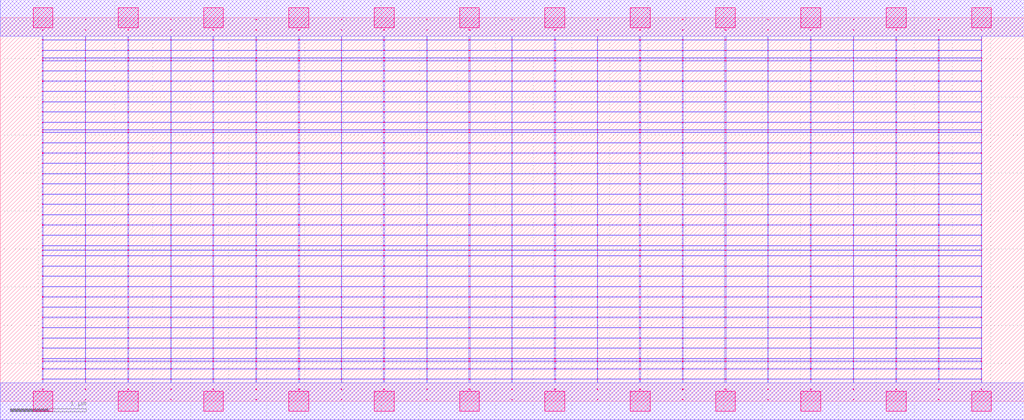
<source format=lef>
MACRO AOAAAOAI211221_DEBUG
 CLASS CORE ;
 FOREIGN AOAAAOAI211221_DEBUG 0 0 ;
 SIZE 13.44 BY 5.04 ;
 ORIGIN 0 0 ;
 SYMMETRY X Y R90 ;
 SITE unit ;

 OBS
    LAYER polycont ;
     RECT 6.71600000 2.58300000 6.72400000 2.59100000 ;
     RECT 6.71600000 2.71800000 6.72400000 2.72600000 ;
     RECT 6.71600000 2.85300000 6.72400000 2.86100000 ;
     RECT 6.71600000 2.98800000 6.72400000 2.99600000 ;
     RECT 8.95600000 2.58300000 8.96400000 2.59100000 ;
     RECT 9.51100000 2.58300000 9.52900000 2.59100000 ;
     RECT 10.07600000 2.58300000 10.08400000 2.59100000 ;
     RECT 10.63100000 2.58300000 10.64900000 2.59100000 ;
     RECT 11.19600000 2.58300000 11.20400000 2.59100000 ;
     RECT 11.75600000 2.58300000 11.76900000 2.59100000 ;
     RECT 12.31600000 2.58300000 12.32400000 2.59100000 ;
     RECT 12.87600000 2.58300000 12.88400000 2.59100000 ;
     RECT 7.27100000 2.58300000 7.28900000 2.59100000 ;
     RECT 7.27100000 2.71800000 7.28900000 2.72600000 ;
     RECT 7.83600000 2.71800000 7.84400000 2.72600000 ;
     RECT 8.39100000 2.71800000 8.40900000 2.72600000 ;
     RECT 8.95600000 2.71800000 8.96400000 2.72600000 ;
     RECT 9.51100000 2.71800000 9.52900000 2.72600000 ;
     RECT 10.07600000 2.71800000 10.08400000 2.72600000 ;
     RECT 10.63100000 2.71800000 10.64900000 2.72600000 ;
     RECT 11.19600000 2.71800000 11.20400000 2.72600000 ;
     RECT 11.75600000 2.71800000 11.76900000 2.72600000 ;
     RECT 12.31600000 2.71800000 12.32400000 2.72600000 ;
     RECT 12.87600000 2.71800000 12.88400000 2.72600000 ;
     RECT 7.83600000 2.58300000 7.84400000 2.59100000 ;
     RECT 7.27100000 2.85300000 7.28900000 2.86100000 ;
     RECT 7.83600000 2.85300000 7.84400000 2.86100000 ;
     RECT 8.39100000 2.85300000 8.40900000 2.86100000 ;
     RECT 8.95600000 2.85300000 8.96400000 2.86100000 ;
     RECT 9.51100000 2.85300000 9.52900000 2.86100000 ;
     RECT 10.07600000 2.85300000 10.08400000 2.86100000 ;
     RECT 10.63100000 2.85300000 10.64900000 2.86100000 ;
     RECT 11.19600000 2.85300000 11.20400000 2.86100000 ;
     RECT 11.75600000 2.85300000 11.76900000 2.86100000 ;
     RECT 12.31600000 2.85300000 12.32400000 2.86100000 ;
     RECT 12.87600000 2.85300000 12.88400000 2.86100000 ;
     RECT 8.39100000 2.58300000 8.40900000 2.59100000 ;
     RECT 7.27100000 2.98800000 7.28900000 2.99600000 ;
     RECT 7.83600000 2.98800000 7.84400000 2.99600000 ;
     RECT 8.39100000 2.98800000 8.40900000 2.99600000 ;
     RECT 8.95600000 2.98800000 8.96400000 2.99600000 ;
     RECT 9.51100000 2.98800000 9.52900000 2.99600000 ;
     RECT 10.07600000 2.98800000 10.08400000 2.99600000 ;
     RECT 10.63100000 2.98800000 10.64900000 2.99600000 ;
     RECT 11.19600000 2.98800000 11.20400000 2.99600000 ;
     RECT 11.75600000 2.98800000 11.76900000 2.99600000 ;
     RECT 12.31600000 2.98800000 12.32400000 2.99600000 ;
     RECT 12.87600000 2.98800000 12.88400000 2.99600000 ;
     RECT 12.31600000 3.12300000 12.32400000 3.13100000 ;
     RECT 12.87600000 3.12300000 12.88400000 3.13100000 ;
     RECT 12.31600000 3.25800000 12.32400000 3.26600000 ;
     RECT 12.87600000 3.25800000 12.88400000 3.26600000 ;
     RECT 12.31600000 3.39300000 12.32400000 3.40100000 ;
     RECT 12.87600000 3.39300000 12.88400000 3.40100000 ;
     RECT 12.31600000 3.52800000 12.32400000 3.53600000 ;
     RECT 12.87600000 3.52800000 12.88400000 3.53600000 ;
     RECT 12.31600000 3.56100000 12.32400000 3.56900000 ;
     RECT 12.87600000 3.56100000 12.88400000 3.56900000 ;
     RECT 12.31600000 3.66300000 12.32400000 3.67100000 ;
     RECT 12.87600000 3.66300000 12.88400000 3.67100000 ;
     RECT 12.31600000 3.79800000 12.32400000 3.80600000 ;
     RECT 12.87600000 3.79800000 12.88400000 3.80600000 ;
     RECT 12.31600000 3.93300000 12.32400000 3.94100000 ;
     RECT 12.87600000 3.93300000 12.88400000 3.94100000 ;
     RECT 12.31600000 4.06800000 12.32400000 4.07600000 ;
     RECT 12.87600000 4.06800000 12.88400000 4.07600000 ;
     RECT 12.31600000 4.20300000 12.32400000 4.21100000 ;
     RECT 12.87600000 4.20300000 12.88400000 4.21100000 ;
     RECT 12.31600000 4.33800000 12.32400000 4.34600000 ;
     RECT 12.87600000 4.33800000 12.88400000 4.34600000 ;
     RECT 12.31600000 4.47300000 12.32400000 4.48100000 ;
     RECT 12.87600000 4.47300000 12.88400000 4.48100000 ;
     RECT 12.31600000 4.51100000 12.32400000 4.51900000 ;
     RECT 12.87600000 4.51100000 12.88400000 4.51900000 ;
     RECT 12.31600000 4.60800000 12.32400000 4.61600000 ;
     RECT 12.87600000 4.60800000 12.88400000 4.61600000 ;
     RECT 12.31600000 4.74300000 12.32400000 4.75100000 ;
     RECT 12.87600000 4.74300000 12.88400000 4.75100000 ;
     RECT 12.31600000 4.87800000 12.32400000 4.88600000 ;
     RECT 12.87600000 4.87800000 12.88400000 4.88600000 ;
     RECT 2.23600000 2.58300000 2.24400000 2.59100000 ;
     RECT 2.79100000 2.58300000 2.80400000 2.59100000 ;
     RECT 3.35600000 2.58300000 3.36400000 2.59100000 ;
     RECT 3.91100000 2.58300000 3.92900000 2.59100000 ;
     RECT 4.47600000 2.58300000 4.48400000 2.59100000 ;
     RECT 5.03100000 2.58300000 5.04900000 2.59100000 ;
     RECT 5.59600000 2.58300000 5.60400000 2.59100000 ;
     RECT 6.15100000 2.58300000 6.16900000 2.59100000 ;
     RECT 0.55100000 2.58300000 0.56400000 2.59100000 ;
     RECT 0.55100000 2.71800000 0.56400000 2.72600000 ;
     RECT 0.55100000 2.85300000 0.56400000 2.86100000 ;
     RECT 1.11600000 2.85300000 1.12400000 2.86100000 ;
     RECT 2.23600000 3.12300000 2.24400000 3.13100000 ;
     RECT 1.67600000 2.85300000 1.68900000 2.86100000 ;
     RECT 2.23600000 2.85300000 2.24400000 2.86100000 ;
     RECT 2.23600000 3.25800000 2.24400000 3.26600000 ;
     RECT 2.79100000 2.85300000 2.80400000 2.86100000 ;
     RECT 3.35600000 2.85300000 3.36400000 2.86100000 ;
     RECT 2.23600000 3.39300000 2.24400000 3.40100000 ;
     RECT 3.91100000 2.85300000 3.92900000 2.86100000 ;
     RECT 4.47600000 2.85300000 4.48400000 2.86100000 ;
     RECT 2.23600000 3.52800000 2.24400000 3.53600000 ;
     RECT 5.03100000 2.85300000 5.04900000 2.86100000 ;
     RECT 5.59600000 2.85300000 5.60400000 2.86100000 ;
     RECT 2.23600000 3.56100000 2.24400000 3.56900000 ;
     RECT 6.15100000 2.85300000 6.16900000 2.86100000 ;
     RECT 1.11600000 2.71800000 1.12400000 2.72600000 ;
     RECT 2.23600000 3.66300000 2.24400000 3.67100000 ;
     RECT 1.67600000 2.71800000 1.68900000 2.72600000 ;
     RECT 2.23600000 2.71800000 2.24400000 2.72600000 ;
     RECT 2.23600000 3.79800000 2.24400000 3.80600000 ;
     RECT 2.79100000 2.71800000 2.80400000 2.72600000 ;
     RECT 3.35600000 2.71800000 3.36400000 2.72600000 ;
     RECT 2.23600000 3.93300000 2.24400000 3.94100000 ;
     RECT 3.91100000 2.71800000 3.92900000 2.72600000 ;
     RECT 4.47600000 2.71800000 4.48400000 2.72600000 ;
     RECT 2.23600000 4.06800000 2.24400000 4.07600000 ;
     RECT 5.03100000 2.71800000 5.04900000 2.72600000 ;
     RECT 5.59600000 2.71800000 5.60400000 2.72600000 ;
     RECT 2.23600000 4.20300000 2.24400000 4.21100000 ;
     RECT 6.15100000 2.71800000 6.16900000 2.72600000 ;
     RECT 1.11600000 2.58300000 1.12400000 2.59100000 ;
     RECT 2.23600000 4.33800000 2.24400000 4.34600000 ;
     RECT 1.67600000 2.58300000 1.68900000 2.59100000 ;
     RECT 0.55100000 2.98800000 0.56400000 2.99600000 ;
     RECT 2.23600000 4.47300000 2.24400000 4.48100000 ;
     RECT 1.11600000 2.98800000 1.12400000 2.99600000 ;
     RECT 1.67600000 2.98800000 1.68900000 2.99600000 ;
     RECT 2.23600000 4.51100000 2.24400000 4.51900000 ;
     RECT 2.23600000 2.98800000 2.24400000 2.99600000 ;
     RECT 2.79100000 2.98800000 2.80400000 2.99600000 ;
     RECT 2.23600000 4.60800000 2.24400000 4.61600000 ;
     RECT 3.35600000 2.98800000 3.36400000 2.99600000 ;
     RECT 3.91100000 2.98800000 3.92900000 2.99600000 ;
     RECT 2.23600000 4.74300000 2.24400000 4.75100000 ;
     RECT 4.47600000 2.98800000 4.48400000 2.99600000 ;
     RECT 5.03100000 2.98800000 5.04900000 2.99600000 ;
     RECT 2.23600000 4.87800000 2.24400000 4.88600000 ;
     RECT 5.59600000 2.98800000 5.60400000 2.99600000 ;
     RECT 6.15100000 2.98800000 6.16900000 2.99600000 ;
     RECT 3.35600000 0.15300000 3.36400000 0.16100000 ;
     RECT 3.35600000 0.28800000 3.36400000 0.29600000 ;
     RECT 3.35600000 0.42300000 3.36400000 0.43100000 ;
     RECT 3.35600000 0.52100000 3.36400000 0.52900000 ;
     RECT 3.35600000 0.55800000 3.36400000 0.56600000 ;
     RECT 3.35600000 0.69300000 3.36400000 0.70100000 ;
     RECT 3.35600000 0.82800000 3.36400000 0.83600000 ;
     RECT 3.35600000 0.96300000 3.36400000 0.97100000 ;
     RECT 3.35600000 1.09800000 3.36400000 1.10600000 ;
     RECT 3.35600000 1.23300000 3.36400000 1.24100000 ;
     RECT 3.35600000 1.36800000 3.36400000 1.37600000 ;
     RECT 3.35600000 1.50300000 3.36400000 1.51100000 ;
     RECT 3.35600000 1.63800000 3.36400000 1.64600000 ;
     RECT 3.35600000 1.77300000 3.36400000 1.78100000 ;
     RECT 3.35600000 1.90800000 3.36400000 1.91600000 ;
     RECT 3.35600000 1.98100000 3.36400000 1.98900000 ;
     RECT 3.35600000 2.04300000 3.36400000 2.05100000 ;
     RECT 3.35600000 2.17800000 3.36400000 2.18600000 ;
     RECT 3.35600000 2.31300000 3.36400000 2.32100000 ;
     RECT 3.35600000 2.44800000 3.36400000 2.45600000 ;
     RECT 8.95600000 0.42300000 8.96400000 0.43100000 ;
     RECT 8.95600000 1.36800000 8.96400000 1.37600000 ;
     RECT 8.95600000 0.69300000 8.96400000 0.70100000 ;
     RECT 8.95600000 1.50300000 8.96400000 1.51100000 ;
     RECT 8.95600000 0.28800000 8.96400000 0.29600000 ;
     RECT 8.95600000 1.63800000 8.96400000 1.64600000 ;
     RECT 8.95600000 0.82800000 8.96400000 0.83600000 ;
     RECT 8.95600000 1.77300000 8.96400000 1.78100000 ;
     RECT 8.95600000 0.52100000 8.96400000 0.52900000 ;
     RECT 8.95600000 1.90800000 8.96400000 1.91600000 ;
     RECT 8.95600000 0.96300000 8.96400000 0.97100000 ;
     RECT 8.95600000 1.98100000 8.96400000 1.98900000 ;
     RECT 8.95600000 0.15300000 8.96400000 0.16100000 ;
     RECT 8.95600000 2.04300000 8.96400000 2.05100000 ;
     RECT 8.95600000 1.09800000 8.96400000 1.10600000 ;
     RECT 8.95600000 2.17800000 8.96400000 2.18600000 ;
     RECT 8.95600000 0.55800000 8.96400000 0.56600000 ;
     RECT 8.95600000 2.31300000 8.96400000 2.32100000 ;
     RECT 8.95600000 1.23300000 8.96400000 1.24100000 ;
     RECT 8.95600000 2.44800000 8.96400000 2.45600000 ;

    LAYER pdiffc ;
     RECT 0.55100000 3.39300000 0.55900000 3.40100000 ;
     RECT 1.68100000 3.39300000 1.68900000 3.40100000 ;
     RECT 2.79100000 3.39300000 2.79900000 3.40100000 ;
     RECT 11.76100000 3.39300000 11.76900000 3.40100000 ;
     RECT 0.55100000 3.52800000 0.55900000 3.53600000 ;
     RECT 1.68100000 3.52800000 1.68900000 3.53600000 ;
     RECT 2.79100000 3.52800000 2.79900000 3.53600000 ;
     RECT 11.76100000 3.52800000 11.76900000 3.53600000 ;
     RECT 0.55100000 3.56100000 0.55900000 3.56900000 ;
     RECT 1.68100000 3.56100000 1.68900000 3.56900000 ;
     RECT 2.79100000 3.56100000 2.79900000 3.56900000 ;
     RECT 11.76100000 3.56100000 11.76900000 3.56900000 ;
     RECT 0.55100000 3.66300000 0.55900000 3.67100000 ;
     RECT 1.68100000 3.66300000 1.68900000 3.67100000 ;
     RECT 2.79100000 3.66300000 2.79900000 3.67100000 ;
     RECT 11.76100000 3.66300000 11.76900000 3.67100000 ;
     RECT 0.55100000 3.79800000 0.55900000 3.80600000 ;
     RECT 1.68100000 3.79800000 1.68900000 3.80600000 ;
     RECT 2.79100000 3.79800000 2.79900000 3.80600000 ;
     RECT 11.76100000 3.79800000 11.76900000 3.80600000 ;
     RECT 0.55100000 3.93300000 0.55900000 3.94100000 ;
     RECT 1.68100000 3.93300000 1.68900000 3.94100000 ;
     RECT 2.79100000 3.93300000 2.79900000 3.94100000 ;
     RECT 11.76100000 3.93300000 11.76900000 3.94100000 ;
     RECT 0.55100000 4.06800000 0.55900000 4.07600000 ;
     RECT 1.68100000 4.06800000 1.68900000 4.07600000 ;
     RECT 2.79100000 4.06800000 2.79900000 4.07600000 ;
     RECT 11.76100000 4.06800000 11.76900000 4.07600000 ;
     RECT 0.55100000 4.20300000 0.55900000 4.21100000 ;
     RECT 1.68100000 4.20300000 1.68900000 4.21100000 ;
     RECT 2.79100000 4.20300000 2.79900000 4.21100000 ;
     RECT 11.76100000 4.20300000 11.76900000 4.21100000 ;
     RECT 0.55100000 4.33800000 0.55900000 4.34600000 ;
     RECT 1.68100000 4.33800000 1.68900000 4.34600000 ;
     RECT 2.79100000 4.33800000 2.79900000 4.34600000 ;
     RECT 11.76100000 4.33800000 11.76900000 4.34600000 ;
     RECT 0.55100000 4.47300000 0.55900000 4.48100000 ;
     RECT 1.68100000 4.47300000 1.68900000 4.48100000 ;
     RECT 2.79100000 4.47300000 2.79900000 4.48100000 ;
     RECT 11.76100000 4.47300000 11.76900000 4.48100000 ;
     RECT 0.55100000 4.51100000 0.55900000 4.51900000 ;
     RECT 1.68100000 4.51100000 1.68900000 4.51900000 ;
     RECT 2.79100000 4.51100000 2.79900000 4.51900000 ;
     RECT 11.76100000 4.51100000 11.76900000 4.51900000 ;
     RECT 0.55100000 4.60800000 0.55900000 4.61600000 ;
     RECT 1.68100000 4.60800000 1.68900000 4.61600000 ;
     RECT 2.79100000 4.60800000 2.79900000 4.61600000 ;
     RECT 11.76100000 4.60800000 11.76900000 4.61600000 ;

    LAYER ndiffc ;
     RECT 7.27100000 0.42300000 7.28900000 0.43100000 ;
     RECT 8.39100000 0.42300000 8.40900000 0.43100000 ;
     RECT 9.51100000 0.42300000 9.52900000 0.43100000 ;
     RECT 10.63100000 0.42300000 10.64900000 0.43100000 ;
     RECT 11.75600000 0.42300000 11.76900000 0.43100000 ;
     RECT 12.87600000 0.42300000 12.88400000 0.43100000 ;
     RECT 7.27100000 0.52100000 7.28900000 0.52900000 ;
     RECT 8.39100000 0.52100000 8.40900000 0.52900000 ;
     RECT 9.51100000 0.52100000 9.52900000 0.52900000 ;
     RECT 10.63100000 0.52100000 10.64900000 0.52900000 ;
     RECT 11.75600000 0.52100000 11.76900000 0.52900000 ;
     RECT 12.87600000 0.52100000 12.88400000 0.52900000 ;
     RECT 7.27100000 0.55800000 7.28900000 0.56600000 ;
     RECT 8.39100000 0.55800000 8.40900000 0.56600000 ;
     RECT 9.51100000 0.55800000 9.52900000 0.56600000 ;
     RECT 10.63100000 0.55800000 10.64900000 0.56600000 ;
     RECT 11.75600000 0.55800000 11.76900000 0.56600000 ;
     RECT 12.87600000 0.55800000 12.88400000 0.56600000 ;
     RECT 7.27100000 0.69300000 7.28900000 0.70100000 ;
     RECT 8.39100000 0.69300000 8.40900000 0.70100000 ;
     RECT 9.51100000 0.69300000 9.52900000 0.70100000 ;
     RECT 10.63100000 0.69300000 10.64900000 0.70100000 ;
     RECT 11.75600000 0.69300000 11.76900000 0.70100000 ;
     RECT 12.87600000 0.69300000 12.88400000 0.70100000 ;
     RECT 7.27100000 0.82800000 7.28900000 0.83600000 ;
     RECT 8.39100000 0.82800000 8.40900000 0.83600000 ;
     RECT 9.51100000 0.82800000 9.52900000 0.83600000 ;
     RECT 10.63100000 0.82800000 10.64900000 0.83600000 ;
     RECT 11.75600000 0.82800000 11.76900000 0.83600000 ;
     RECT 12.87600000 0.82800000 12.88400000 0.83600000 ;
     RECT 7.27100000 0.96300000 7.28900000 0.97100000 ;
     RECT 8.39100000 0.96300000 8.40900000 0.97100000 ;
     RECT 9.51100000 0.96300000 9.52900000 0.97100000 ;
     RECT 10.63100000 0.96300000 10.64900000 0.97100000 ;
     RECT 11.75600000 0.96300000 11.76900000 0.97100000 ;
     RECT 12.87600000 0.96300000 12.88400000 0.97100000 ;
     RECT 7.27100000 1.09800000 7.28900000 1.10600000 ;
     RECT 8.39100000 1.09800000 8.40900000 1.10600000 ;
     RECT 9.51100000 1.09800000 9.52900000 1.10600000 ;
     RECT 10.63100000 1.09800000 10.64900000 1.10600000 ;
     RECT 11.75600000 1.09800000 11.76900000 1.10600000 ;
     RECT 12.87600000 1.09800000 12.88400000 1.10600000 ;
     RECT 7.27100000 1.23300000 7.28900000 1.24100000 ;
     RECT 8.39100000 1.23300000 8.40900000 1.24100000 ;
     RECT 9.51100000 1.23300000 9.52900000 1.24100000 ;
     RECT 10.63100000 1.23300000 10.64900000 1.24100000 ;
     RECT 11.75600000 1.23300000 11.76900000 1.24100000 ;
     RECT 12.87600000 1.23300000 12.88400000 1.24100000 ;
     RECT 7.27100000 1.36800000 7.28900000 1.37600000 ;
     RECT 8.39100000 1.36800000 8.40900000 1.37600000 ;
     RECT 9.51100000 1.36800000 9.52900000 1.37600000 ;
     RECT 10.63100000 1.36800000 10.64900000 1.37600000 ;
     RECT 11.75600000 1.36800000 11.76900000 1.37600000 ;
     RECT 12.87600000 1.36800000 12.88400000 1.37600000 ;
     RECT 7.27100000 1.50300000 7.28900000 1.51100000 ;
     RECT 8.39100000 1.50300000 8.40900000 1.51100000 ;
     RECT 9.51100000 1.50300000 9.52900000 1.51100000 ;
     RECT 10.63100000 1.50300000 10.64900000 1.51100000 ;
     RECT 11.75600000 1.50300000 11.76900000 1.51100000 ;
     RECT 12.87600000 1.50300000 12.88400000 1.51100000 ;
     RECT 7.27100000 1.63800000 7.28900000 1.64600000 ;
     RECT 8.39100000 1.63800000 8.40900000 1.64600000 ;
     RECT 9.51100000 1.63800000 9.52900000 1.64600000 ;
     RECT 10.63100000 1.63800000 10.64900000 1.64600000 ;
     RECT 11.75600000 1.63800000 11.76900000 1.64600000 ;
     RECT 12.87600000 1.63800000 12.88400000 1.64600000 ;
     RECT 7.27100000 1.77300000 7.28900000 1.78100000 ;
     RECT 8.39100000 1.77300000 8.40900000 1.78100000 ;
     RECT 9.51100000 1.77300000 9.52900000 1.78100000 ;
     RECT 10.63100000 1.77300000 10.64900000 1.78100000 ;
     RECT 11.75600000 1.77300000 11.76900000 1.78100000 ;
     RECT 12.87600000 1.77300000 12.88400000 1.78100000 ;
     RECT 7.27100000 1.90800000 7.28900000 1.91600000 ;
     RECT 8.39100000 1.90800000 8.40900000 1.91600000 ;
     RECT 9.51100000 1.90800000 9.52900000 1.91600000 ;
     RECT 10.63100000 1.90800000 10.64900000 1.91600000 ;
     RECT 11.75600000 1.90800000 11.76900000 1.91600000 ;
     RECT 12.87600000 1.90800000 12.88400000 1.91600000 ;
     RECT 7.27100000 1.98100000 7.28900000 1.98900000 ;
     RECT 8.39100000 1.98100000 8.40900000 1.98900000 ;
     RECT 9.51100000 1.98100000 9.52900000 1.98900000 ;
     RECT 10.63100000 1.98100000 10.64900000 1.98900000 ;
     RECT 11.75600000 1.98100000 11.76900000 1.98900000 ;
     RECT 12.87600000 1.98100000 12.88400000 1.98900000 ;
     RECT 7.27100000 2.04300000 7.28900000 2.05100000 ;
     RECT 8.39100000 2.04300000 8.40900000 2.05100000 ;
     RECT 9.51100000 2.04300000 9.52900000 2.05100000 ;
     RECT 10.63100000 2.04300000 10.64900000 2.05100000 ;
     RECT 11.75600000 2.04300000 11.76900000 2.05100000 ;
     RECT 12.87600000 2.04300000 12.88400000 2.05100000 ;
     RECT 0.55100000 0.42300000 0.56400000 0.43100000 ;
     RECT 1.67600000 0.42300000 1.68900000 0.43100000 ;
     RECT 2.79100000 0.42300000 2.80400000 0.43100000 ;
     RECT 3.91100000 0.42300000 3.92900000 0.43100000 ;
     RECT 5.03100000 0.42300000 5.04900000 0.43100000 ;
     RECT 6.15100000 0.42300000 6.16900000 0.43100000 ;
     RECT 0.55100000 1.36800000 0.56400000 1.37600000 ;
     RECT 1.67600000 1.36800000 1.68900000 1.37600000 ;
     RECT 2.79100000 1.36800000 2.80400000 1.37600000 ;
     RECT 3.91100000 1.36800000 3.92900000 1.37600000 ;
     RECT 5.03100000 1.36800000 5.04900000 1.37600000 ;
     RECT 6.15100000 1.36800000 6.16900000 1.37600000 ;
     RECT 0.55100000 0.82800000 0.56400000 0.83600000 ;
     RECT 1.67600000 0.82800000 1.68900000 0.83600000 ;
     RECT 2.79100000 0.82800000 2.80400000 0.83600000 ;
     RECT 3.91100000 0.82800000 3.92900000 0.83600000 ;
     RECT 5.03100000 0.82800000 5.04900000 0.83600000 ;
     RECT 6.15100000 0.82800000 6.16900000 0.83600000 ;
     RECT 0.55100000 1.50300000 0.56400000 1.51100000 ;
     RECT 1.67600000 1.50300000 1.68900000 1.51100000 ;
     RECT 2.79100000 1.50300000 2.80400000 1.51100000 ;
     RECT 3.91100000 1.50300000 3.92900000 1.51100000 ;
     RECT 5.03100000 1.50300000 5.04900000 1.51100000 ;
     RECT 6.15100000 1.50300000 6.16900000 1.51100000 ;
     RECT 0.55100000 0.55800000 0.56400000 0.56600000 ;
     RECT 1.67600000 0.55800000 1.68900000 0.56600000 ;
     RECT 2.79100000 0.55800000 2.80400000 0.56600000 ;
     RECT 3.91100000 0.55800000 3.92900000 0.56600000 ;
     RECT 5.03100000 0.55800000 5.04900000 0.56600000 ;
     RECT 6.15100000 0.55800000 6.16900000 0.56600000 ;
     RECT 0.55100000 1.63800000 0.56400000 1.64600000 ;
     RECT 1.67600000 1.63800000 1.68900000 1.64600000 ;
     RECT 2.79100000 1.63800000 2.80400000 1.64600000 ;
     RECT 3.91100000 1.63800000 3.92900000 1.64600000 ;
     RECT 5.03100000 1.63800000 5.04900000 1.64600000 ;
     RECT 6.15100000 1.63800000 6.16900000 1.64600000 ;
     RECT 0.55100000 0.96300000 0.56400000 0.97100000 ;
     RECT 1.67600000 0.96300000 1.68900000 0.97100000 ;
     RECT 2.79100000 0.96300000 2.80400000 0.97100000 ;
     RECT 3.91100000 0.96300000 3.92900000 0.97100000 ;
     RECT 5.03100000 0.96300000 5.04900000 0.97100000 ;
     RECT 6.15100000 0.96300000 6.16900000 0.97100000 ;
     RECT 0.55100000 1.77300000 0.56400000 1.78100000 ;
     RECT 1.67600000 1.77300000 1.68900000 1.78100000 ;
     RECT 2.79100000 1.77300000 2.80400000 1.78100000 ;
     RECT 3.91100000 1.77300000 3.92900000 1.78100000 ;
     RECT 5.03100000 1.77300000 5.04900000 1.78100000 ;
     RECT 6.15100000 1.77300000 6.16900000 1.78100000 ;
     RECT 0.55100000 0.52100000 0.56400000 0.52900000 ;
     RECT 1.67600000 0.52100000 1.68900000 0.52900000 ;
     RECT 2.79100000 0.52100000 2.80400000 0.52900000 ;
     RECT 3.91100000 0.52100000 3.92900000 0.52900000 ;
     RECT 5.03100000 0.52100000 5.04900000 0.52900000 ;
     RECT 6.15100000 0.52100000 6.16900000 0.52900000 ;
     RECT 0.55100000 1.90800000 0.56400000 1.91600000 ;
     RECT 1.67600000 1.90800000 1.68900000 1.91600000 ;
     RECT 2.79100000 1.90800000 2.80400000 1.91600000 ;
     RECT 3.91100000 1.90800000 3.92900000 1.91600000 ;
     RECT 5.03100000 1.90800000 5.04900000 1.91600000 ;
     RECT 6.15100000 1.90800000 6.16900000 1.91600000 ;
     RECT 0.55100000 1.09800000 0.56400000 1.10600000 ;
     RECT 1.67600000 1.09800000 1.68900000 1.10600000 ;
     RECT 2.79100000 1.09800000 2.80400000 1.10600000 ;
     RECT 3.91100000 1.09800000 3.92900000 1.10600000 ;
     RECT 5.03100000 1.09800000 5.04900000 1.10600000 ;
     RECT 6.15100000 1.09800000 6.16900000 1.10600000 ;
     RECT 0.55100000 1.98100000 0.56400000 1.98900000 ;
     RECT 1.67600000 1.98100000 1.68900000 1.98900000 ;
     RECT 2.79100000 1.98100000 2.80400000 1.98900000 ;
     RECT 3.91100000 1.98100000 3.92900000 1.98900000 ;
     RECT 5.03100000 1.98100000 5.04900000 1.98900000 ;
     RECT 6.15100000 1.98100000 6.16900000 1.98900000 ;
     RECT 0.55100000 0.69300000 0.56400000 0.70100000 ;
     RECT 1.67600000 0.69300000 1.68900000 0.70100000 ;
     RECT 2.79100000 0.69300000 2.80400000 0.70100000 ;
     RECT 3.91100000 0.69300000 3.92900000 0.70100000 ;
     RECT 5.03100000 0.69300000 5.04900000 0.70100000 ;
     RECT 6.15100000 0.69300000 6.16900000 0.70100000 ;
     RECT 0.55100000 2.04300000 0.56400000 2.05100000 ;
     RECT 1.67600000 2.04300000 1.68900000 2.05100000 ;
     RECT 2.79100000 2.04300000 2.80400000 2.05100000 ;
     RECT 3.91100000 2.04300000 3.92900000 2.05100000 ;
     RECT 5.03100000 2.04300000 5.04900000 2.05100000 ;
     RECT 6.15100000 2.04300000 6.16900000 2.05100000 ;
     RECT 0.55100000 1.23300000 0.56400000 1.24100000 ;
     RECT 1.67600000 1.23300000 1.68900000 1.24100000 ;
     RECT 2.79100000 1.23300000 2.80400000 1.24100000 ;
     RECT 3.91100000 1.23300000 3.92900000 1.24100000 ;
     RECT 5.03100000 1.23300000 5.04900000 1.24100000 ;
     RECT 6.15100000 1.23300000 6.16900000 1.24100000 ;

    LAYER met1 ;
     RECT 0.00000000 -0.24000000 13.44000000 0.24000000 ;
     RECT 6.71600000 0.24000000 6.72400000 0.28800000 ;
     RECT 0.55100000 0.28800000 12.88400000 0.29600000 ;
     RECT 6.71600000 0.29600000 6.72400000 0.42300000 ;
     RECT 0.55100000 0.42300000 12.88400000 0.43100000 ;
     RECT 6.71600000 0.43100000 6.72400000 0.52100000 ;
     RECT 0.55100000 0.52100000 12.88400000 0.52900000 ;
     RECT 6.71600000 0.52900000 6.72400000 0.55800000 ;
     RECT 0.55100000 0.55800000 12.88400000 0.56600000 ;
     RECT 6.71600000 0.56600000 6.72400000 0.69300000 ;
     RECT 0.55100000 0.69300000 12.88400000 0.70100000 ;
     RECT 6.71600000 0.70100000 6.72400000 0.82800000 ;
     RECT 0.55100000 0.82800000 12.88400000 0.83600000 ;
     RECT 6.71600000 0.83600000 6.72400000 0.96300000 ;
     RECT 0.55100000 0.96300000 12.88400000 0.97100000 ;
     RECT 6.71600000 0.97100000 6.72400000 1.09800000 ;
     RECT 0.55100000 1.09800000 12.88400000 1.10600000 ;
     RECT 6.71600000 1.10600000 6.72400000 1.23300000 ;
     RECT 0.55100000 1.23300000 12.88400000 1.24100000 ;
     RECT 6.71600000 1.24100000 6.72400000 1.36800000 ;
     RECT 0.55100000 1.36800000 12.88400000 1.37600000 ;
     RECT 6.71600000 1.37600000 6.72400000 1.50300000 ;
     RECT 0.55100000 1.50300000 12.88400000 1.51100000 ;
     RECT 6.71600000 1.51100000 6.72400000 1.63800000 ;
     RECT 0.55100000 1.63800000 12.88400000 1.64600000 ;
     RECT 6.71600000 1.64600000 6.72400000 1.77300000 ;
     RECT 0.55100000 1.77300000 12.88400000 1.78100000 ;
     RECT 6.71600000 1.78100000 6.72400000 1.90800000 ;
     RECT 0.55100000 1.90800000 12.88400000 1.91600000 ;
     RECT 6.71600000 1.91600000 6.72400000 1.98100000 ;
     RECT 0.55100000 1.98100000 12.88400000 1.98900000 ;
     RECT 6.71600000 1.98900000 6.72400000 2.04300000 ;
     RECT 0.55100000 2.04300000 12.88400000 2.05100000 ;
     RECT 6.71600000 2.05100000 6.72400000 2.17800000 ;
     RECT 0.55100000 2.17800000 12.88400000 2.18600000 ;
     RECT 6.71600000 2.18600000 6.72400000 2.31300000 ;
     RECT 0.55100000 2.31300000 12.88400000 2.32100000 ;
     RECT 6.71600000 2.32100000 6.72400000 2.44800000 ;
     RECT 0.55100000 2.44800000 12.88400000 2.45600000 ;
     RECT 0.55100000 2.45600000 0.56400000 2.58300000 ;
     RECT 1.11600000 2.45600000 1.12400000 2.58300000 ;
     RECT 1.67600000 2.45600000 1.68900000 2.58300000 ;
     RECT 2.23600000 2.45600000 2.24400000 2.58300000 ;
     RECT 2.79100000 2.45600000 2.80400000 2.58300000 ;
     RECT 3.35600000 2.45600000 3.36400000 2.58300000 ;
     RECT 3.91100000 2.45600000 3.92900000 2.58300000 ;
     RECT 4.47600000 2.45600000 4.48400000 2.58300000 ;
     RECT 5.03100000 2.45600000 5.04900000 2.58300000 ;
     RECT 5.59600000 2.45600000 5.60400000 2.58300000 ;
     RECT 6.15100000 2.45600000 6.16900000 2.58300000 ;
     RECT 6.71600000 2.45600000 6.72400000 2.58300000 ;
     RECT 7.27100000 2.45600000 7.28900000 2.58300000 ;
     RECT 7.83600000 2.45600000 7.84400000 2.58300000 ;
     RECT 8.39100000 2.45600000 8.40900000 2.58300000 ;
     RECT 8.95600000 2.45600000 8.96400000 2.58300000 ;
     RECT 9.51100000 2.45600000 9.52900000 2.58300000 ;
     RECT 10.07600000 2.45600000 10.08400000 2.58300000 ;
     RECT 10.63100000 2.45600000 10.64900000 2.58300000 ;
     RECT 11.19600000 2.45600000 11.20400000 2.58300000 ;
     RECT 11.75600000 2.45600000 11.76900000 2.58300000 ;
     RECT 12.31600000 2.45600000 12.32400000 2.58300000 ;
     RECT 12.87600000 2.45600000 12.88400000 2.58300000 ;
     RECT 0.55100000 2.58300000 12.88400000 2.59100000 ;
     RECT 6.71600000 2.59100000 6.72400000 2.71800000 ;
     RECT 0.55100000 2.71800000 12.88400000 2.72600000 ;
     RECT 6.71600000 2.72600000 6.72400000 2.85300000 ;
     RECT 0.55100000 2.85300000 12.88400000 2.86100000 ;
     RECT 6.71600000 2.86100000 6.72400000 2.98800000 ;
     RECT 0.55100000 2.98800000 12.88400000 2.99600000 ;
     RECT 6.71600000 2.99600000 6.72400000 3.12300000 ;
     RECT 0.55100000 3.12300000 12.88400000 3.13100000 ;
     RECT 6.71600000 3.13100000 6.72400000 3.25800000 ;
     RECT 0.55100000 3.25800000 12.88400000 3.26600000 ;
     RECT 6.71600000 3.26600000 6.72400000 3.39300000 ;
     RECT 0.55100000 3.39300000 12.88400000 3.40100000 ;
     RECT 6.71600000 3.40100000 6.72400000 3.52800000 ;
     RECT 0.55100000 3.52800000 12.88400000 3.53600000 ;
     RECT 6.71600000 3.53600000 6.72400000 3.56100000 ;
     RECT 0.55100000 3.56100000 12.88400000 3.56900000 ;
     RECT 6.71600000 3.56900000 6.72400000 3.66300000 ;
     RECT 0.55100000 3.66300000 12.88400000 3.67100000 ;
     RECT 6.71600000 3.67100000 6.72400000 3.79800000 ;
     RECT 0.55100000 3.79800000 12.88400000 3.80600000 ;
     RECT 6.71600000 3.80600000 6.72400000 3.93300000 ;
     RECT 0.55100000 3.93300000 12.88400000 3.94100000 ;
     RECT 6.71600000 3.94100000 6.72400000 4.06800000 ;
     RECT 0.55100000 4.06800000 12.88400000 4.07600000 ;
     RECT 6.71600000 4.07600000 6.72400000 4.20300000 ;
     RECT 0.55100000 4.20300000 12.88400000 4.21100000 ;
     RECT 6.71600000 4.21100000 6.72400000 4.33800000 ;
     RECT 0.55100000 4.33800000 12.88400000 4.34600000 ;
     RECT 6.71600000 4.34600000 6.72400000 4.47300000 ;
     RECT 0.55100000 4.47300000 12.88400000 4.48100000 ;
     RECT 6.71600000 4.48100000 6.72400000 4.51100000 ;
     RECT 0.55100000 4.51100000 12.88400000 4.51900000 ;
     RECT 6.71600000 4.51900000 6.72400000 4.60800000 ;
     RECT 0.55100000 4.60800000 12.88400000 4.61600000 ;
     RECT 6.71600000 4.61600000 6.72400000 4.74300000 ;
     RECT 0.55100000 4.74300000 12.88400000 4.75100000 ;
     RECT 6.71600000 4.75100000 6.72400000 4.80000000 ;
     RECT 0.00000000 4.80000000 13.44000000 5.28000000 ;
     RECT 10.07600000 2.59100000 10.08400000 2.71800000 ;
     RECT 10.07600000 2.99600000 10.08400000 3.12300000 ;
     RECT 10.07600000 3.13100000 10.08400000 3.25800000 ;
     RECT 10.07600000 3.26600000 10.08400000 3.39300000 ;
     RECT 10.07600000 3.40100000 10.08400000 3.52800000 ;
     RECT 10.07600000 3.53600000 10.08400000 3.56100000 ;
     RECT 10.07600000 3.56900000 10.08400000 3.66300000 ;
     RECT 10.07600000 3.67100000 10.08400000 3.79800000 ;
     RECT 10.07600000 2.72600000 10.08400000 2.85300000 ;
     RECT 7.27100000 3.80600000 7.28900000 3.93300000 ;
     RECT 7.83600000 3.80600000 7.84400000 3.93300000 ;
     RECT 8.39100000 3.80600000 8.40900000 3.93300000 ;
     RECT 8.95600000 3.80600000 8.96400000 3.93300000 ;
     RECT 9.51100000 3.80600000 9.52900000 3.93300000 ;
     RECT 10.07600000 3.80600000 10.08400000 3.93300000 ;
     RECT 10.63100000 3.80600000 10.64900000 3.93300000 ;
     RECT 11.19600000 3.80600000 11.20400000 3.93300000 ;
     RECT 11.75600000 3.80600000 11.76900000 3.93300000 ;
     RECT 12.31600000 3.80600000 12.32400000 3.93300000 ;
     RECT 12.87600000 3.80600000 12.88400000 3.93300000 ;
     RECT 10.07600000 3.94100000 10.08400000 4.06800000 ;
     RECT 10.07600000 4.07600000 10.08400000 4.20300000 ;
     RECT 10.07600000 4.21100000 10.08400000 4.33800000 ;
     RECT 10.07600000 4.34600000 10.08400000 4.47300000 ;
     RECT 10.07600000 4.48100000 10.08400000 4.51100000 ;
     RECT 10.07600000 2.86100000 10.08400000 2.98800000 ;
     RECT 10.07600000 4.51900000 10.08400000 4.60800000 ;
     RECT 10.07600000 4.61600000 10.08400000 4.74300000 ;
     RECT 10.07600000 4.75100000 10.08400000 4.80000000 ;
     RECT 11.75600000 4.07600000 11.76900000 4.20300000 ;
     RECT 12.31600000 4.07600000 12.32400000 4.20300000 ;
     RECT 12.87600000 4.07600000 12.88400000 4.20300000 ;
     RECT 11.19600000 3.94100000 11.20400000 4.06800000 ;
     RECT 10.63100000 4.21100000 10.64900000 4.33800000 ;
     RECT 11.19600000 4.21100000 11.20400000 4.33800000 ;
     RECT 11.75600000 4.21100000 11.76900000 4.33800000 ;
     RECT 12.31600000 4.21100000 12.32400000 4.33800000 ;
     RECT 12.87600000 4.21100000 12.88400000 4.33800000 ;
     RECT 11.75600000 3.94100000 11.76900000 4.06800000 ;
     RECT 10.63100000 4.34600000 10.64900000 4.47300000 ;
     RECT 11.19600000 4.34600000 11.20400000 4.47300000 ;
     RECT 11.75600000 4.34600000 11.76900000 4.47300000 ;
     RECT 12.31600000 4.34600000 12.32400000 4.47300000 ;
     RECT 12.87600000 4.34600000 12.88400000 4.47300000 ;
     RECT 12.31600000 3.94100000 12.32400000 4.06800000 ;
     RECT 10.63100000 4.48100000 10.64900000 4.51100000 ;
     RECT 11.19600000 4.48100000 11.20400000 4.51100000 ;
     RECT 11.75600000 4.48100000 11.76900000 4.51100000 ;
     RECT 12.31600000 4.48100000 12.32400000 4.51100000 ;
     RECT 12.87600000 4.48100000 12.88400000 4.51100000 ;
     RECT 12.87600000 3.94100000 12.88400000 4.06800000 ;
     RECT 10.63100000 3.94100000 10.64900000 4.06800000 ;
     RECT 10.63100000 4.51900000 10.64900000 4.60800000 ;
     RECT 11.19600000 4.51900000 11.20400000 4.60800000 ;
     RECT 11.75600000 4.51900000 11.76900000 4.60800000 ;
     RECT 12.31600000 4.51900000 12.32400000 4.60800000 ;
     RECT 12.87600000 4.51900000 12.88400000 4.60800000 ;
     RECT 10.63100000 4.07600000 10.64900000 4.20300000 ;
     RECT 10.63100000 4.61600000 10.64900000 4.74300000 ;
     RECT 11.19600000 4.61600000 11.20400000 4.74300000 ;
     RECT 11.75600000 4.61600000 11.76900000 4.74300000 ;
     RECT 12.31600000 4.61600000 12.32400000 4.74300000 ;
     RECT 12.87600000 4.61600000 12.88400000 4.74300000 ;
     RECT 11.19600000 4.07600000 11.20400000 4.20300000 ;
     RECT 10.63100000 4.75100000 10.64900000 4.80000000 ;
     RECT 11.19600000 4.75100000 11.20400000 4.80000000 ;
     RECT 11.75600000 4.75100000 11.76900000 4.80000000 ;
     RECT 12.31600000 4.75100000 12.32400000 4.80000000 ;
     RECT 12.87600000 4.75100000 12.88400000 4.80000000 ;
     RECT 8.39100000 4.21100000 8.40900000 4.33800000 ;
     RECT 8.95600000 4.21100000 8.96400000 4.33800000 ;
     RECT 9.51100000 4.21100000 9.52900000 4.33800000 ;
     RECT 7.83600000 4.07600000 7.84400000 4.20300000 ;
     RECT 8.39100000 4.07600000 8.40900000 4.20300000 ;
     RECT 8.95600000 4.07600000 8.96400000 4.20300000 ;
     RECT 9.51100000 4.07600000 9.52900000 4.20300000 ;
     RECT 7.27100000 4.51900000 7.28900000 4.60800000 ;
     RECT 7.83600000 4.51900000 7.84400000 4.60800000 ;
     RECT 8.39100000 4.51900000 8.40900000 4.60800000 ;
     RECT 8.95600000 4.51900000 8.96400000 4.60800000 ;
     RECT 9.51100000 4.51900000 9.52900000 4.60800000 ;
     RECT 7.83600000 3.94100000 7.84400000 4.06800000 ;
     RECT 8.39100000 3.94100000 8.40900000 4.06800000 ;
     RECT 7.27100000 4.34600000 7.28900000 4.47300000 ;
     RECT 7.83600000 4.34600000 7.84400000 4.47300000 ;
     RECT 8.39100000 4.34600000 8.40900000 4.47300000 ;
     RECT 8.95600000 4.34600000 8.96400000 4.47300000 ;
     RECT 7.27100000 4.61600000 7.28900000 4.74300000 ;
     RECT 7.83600000 4.61600000 7.84400000 4.74300000 ;
     RECT 8.39100000 4.61600000 8.40900000 4.74300000 ;
     RECT 8.95600000 4.61600000 8.96400000 4.74300000 ;
     RECT 9.51100000 4.61600000 9.52900000 4.74300000 ;
     RECT 9.51100000 4.34600000 9.52900000 4.47300000 ;
     RECT 8.95600000 3.94100000 8.96400000 4.06800000 ;
     RECT 9.51100000 3.94100000 9.52900000 4.06800000 ;
     RECT 7.27100000 3.94100000 7.28900000 4.06800000 ;
     RECT 7.27100000 4.07600000 7.28900000 4.20300000 ;
     RECT 7.27100000 4.21100000 7.28900000 4.33800000 ;
     RECT 7.27100000 4.75100000 7.28900000 4.80000000 ;
     RECT 7.83600000 4.75100000 7.84400000 4.80000000 ;
     RECT 8.39100000 4.75100000 8.40900000 4.80000000 ;
     RECT 8.95600000 4.75100000 8.96400000 4.80000000 ;
     RECT 9.51100000 4.75100000 9.52900000 4.80000000 ;
     RECT 7.83600000 4.21100000 7.84400000 4.33800000 ;
     RECT 7.27100000 4.48100000 7.28900000 4.51100000 ;
     RECT 7.83600000 4.48100000 7.84400000 4.51100000 ;
     RECT 8.39100000 4.48100000 8.40900000 4.51100000 ;
     RECT 8.95600000 4.48100000 8.96400000 4.51100000 ;
     RECT 9.51100000 4.48100000 9.52900000 4.51100000 ;
     RECT 7.83600000 2.99600000 7.84400000 3.12300000 ;
     RECT 7.27100000 2.59100000 7.28900000 2.71800000 ;
     RECT 8.39100000 2.86100000 8.40900000 2.98800000 ;
     RECT 8.95600000 2.86100000 8.96400000 2.98800000 ;
     RECT 7.27100000 3.40100000 7.28900000 3.52800000 ;
     RECT 7.83600000 3.40100000 7.84400000 3.52800000 ;
     RECT 8.39100000 3.40100000 8.40900000 3.52800000 ;
     RECT 8.95600000 3.40100000 8.96400000 3.52800000 ;
     RECT 9.51100000 3.40100000 9.52900000 3.52800000 ;
     RECT 8.39100000 2.99600000 8.40900000 3.12300000 ;
     RECT 7.83600000 2.59100000 7.84400000 2.71800000 ;
     RECT 7.27100000 2.72600000 7.28900000 2.85300000 ;
     RECT 7.27100000 3.53600000 7.28900000 3.56100000 ;
     RECT 7.83600000 3.53600000 7.84400000 3.56100000 ;
     RECT 8.39100000 3.53600000 8.40900000 3.56100000 ;
     RECT 9.51100000 2.86100000 9.52900000 2.98800000 ;
     RECT 8.95600000 3.53600000 8.96400000 3.56100000 ;
     RECT 9.51100000 3.53600000 9.52900000 3.56100000 ;
     RECT 8.95600000 2.99600000 8.96400000 3.12300000 ;
     RECT 7.83600000 2.72600000 7.84400000 2.85300000 ;
     RECT 8.39100000 2.72600000 8.40900000 2.85300000 ;
     RECT 7.27100000 3.56900000 7.28900000 3.66300000 ;
     RECT 7.83600000 3.56900000 7.84400000 3.66300000 ;
     RECT 8.39100000 3.56900000 8.40900000 3.66300000 ;
     RECT 8.95600000 3.56900000 8.96400000 3.66300000 ;
     RECT 9.51100000 3.56900000 9.52900000 3.66300000 ;
     RECT 8.39100000 2.59100000 8.40900000 2.71800000 ;
     RECT 8.95600000 2.59100000 8.96400000 2.71800000 ;
     RECT 9.51100000 2.99600000 9.52900000 3.12300000 ;
     RECT 8.95600000 2.72600000 8.96400000 2.85300000 ;
     RECT 9.51100000 2.72600000 9.52900000 2.85300000 ;
     RECT 7.27100000 3.67100000 7.28900000 3.79800000 ;
     RECT 7.83600000 3.67100000 7.84400000 3.79800000 ;
     RECT 8.39100000 3.67100000 8.40900000 3.79800000 ;
     RECT 8.95600000 3.67100000 8.96400000 3.79800000 ;
     RECT 9.51100000 3.67100000 9.52900000 3.79800000 ;
     RECT 9.51100000 2.59100000 9.52900000 2.71800000 ;
     RECT 7.27100000 3.13100000 7.28900000 3.25800000 ;
     RECT 7.83600000 3.13100000 7.84400000 3.25800000 ;
     RECT 7.27100000 2.86100000 7.28900000 2.98800000 ;
     RECT 7.83600000 2.86100000 7.84400000 2.98800000 ;
     RECT 8.39100000 3.13100000 8.40900000 3.25800000 ;
     RECT 8.95600000 3.13100000 8.96400000 3.25800000 ;
     RECT 9.51100000 3.13100000 9.52900000 3.25800000 ;
     RECT 7.27100000 2.99600000 7.28900000 3.12300000 ;
     RECT 7.27100000 3.26600000 7.28900000 3.39300000 ;
     RECT 7.83600000 3.26600000 7.84400000 3.39300000 ;
     RECT 8.39100000 3.26600000 8.40900000 3.39300000 ;
     RECT 8.95600000 3.26600000 8.96400000 3.39300000 ;
     RECT 9.51100000 3.26600000 9.52900000 3.39300000 ;
     RECT 10.63100000 3.13100000 10.64900000 3.25800000 ;
     RECT 11.19600000 3.13100000 11.20400000 3.25800000 ;
     RECT 10.63100000 3.56900000 10.64900000 3.66300000 ;
     RECT 12.31600000 2.72600000 12.32400000 2.85300000 ;
     RECT 12.87600000 2.72600000 12.88400000 2.85300000 ;
     RECT 11.19600000 3.56900000 11.20400000 3.66300000 ;
     RECT 11.75600000 3.56900000 11.76900000 3.66300000 ;
     RECT 12.31600000 3.56900000 12.32400000 3.66300000 ;
     RECT 12.87600000 3.56900000 12.88400000 3.66300000 ;
     RECT 11.75600000 3.13100000 11.76900000 3.25800000 ;
     RECT 12.31600000 3.13100000 12.32400000 3.25800000 ;
     RECT 12.87600000 3.13100000 12.88400000 3.25800000 ;
     RECT 11.75600000 2.59100000 11.76900000 2.71800000 ;
     RECT 10.63100000 3.40100000 10.64900000 3.52800000 ;
     RECT 11.19600000 3.40100000 11.20400000 3.52800000 ;
     RECT 11.75600000 3.40100000 11.76900000 3.52800000 ;
     RECT 12.31600000 3.40100000 12.32400000 3.52800000 ;
     RECT 10.63100000 3.67100000 10.64900000 3.79800000 ;
     RECT 11.19600000 3.67100000 11.20400000 3.79800000 ;
     RECT 11.75600000 3.67100000 11.76900000 3.79800000 ;
     RECT 12.31600000 3.67100000 12.32400000 3.79800000 ;
     RECT 12.87600000 3.67100000 12.88400000 3.79800000 ;
     RECT 12.87600000 3.40100000 12.88400000 3.52800000 ;
     RECT 10.63100000 2.86100000 10.64900000 2.98800000 ;
     RECT 11.19600000 2.86100000 11.20400000 2.98800000 ;
     RECT 10.63100000 2.72600000 10.64900000 2.85300000 ;
     RECT 12.31600000 2.59100000 12.32400000 2.71800000 ;
     RECT 11.19600000 2.59100000 11.20400000 2.71800000 ;
     RECT 10.63100000 2.99600000 10.64900000 3.12300000 ;
     RECT 11.19600000 2.99600000 11.20400000 3.12300000 ;
     RECT 11.75600000 2.99600000 11.76900000 3.12300000 ;
     RECT 12.31600000 2.99600000 12.32400000 3.12300000 ;
     RECT 12.87600000 2.99600000 12.88400000 3.12300000 ;
     RECT 10.63100000 3.26600000 10.64900000 3.39300000 ;
     RECT 10.63100000 3.53600000 10.64900000 3.56100000 ;
     RECT 11.19600000 3.53600000 11.20400000 3.56100000 ;
     RECT 11.75600000 2.86100000 11.76900000 2.98800000 ;
     RECT 12.31600000 2.86100000 12.32400000 2.98800000 ;
     RECT 11.75600000 3.53600000 11.76900000 3.56100000 ;
     RECT 11.19600000 2.72600000 11.20400000 2.85300000 ;
     RECT 11.75600000 2.72600000 11.76900000 2.85300000 ;
     RECT 12.31600000 3.53600000 12.32400000 3.56100000 ;
     RECT 12.87600000 3.53600000 12.88400000 3.56100000 ;
     RECT 11.19600000 3.26600000 11.20400000 3.39300000 ;
     RECT 11.75600000 3.26600000 11.76900000 3.39300000 ;
     RECT 12.31600000 3.26600000 12.32400000 3.39300000 ;
     RECT 12.87600000 3.26600000 12.88400000 3.39300000 ;
     RECT 12.87600000 2.59100000 12.88400000 2.71800000 ;
     RECT 10.63100000 2.59100000 10.64900000 2.71800000 ;
     RECT 12.87600000 2.86100000 12.88400000 2.98800000 ;
     RECT 4.47600000 3.80600000 4.48400000 3.93300000 ;
     RECT 5.03100000 3.80600000 5.04900000 3.93300000 ;
     RECT 5.59600000 3.80600000 5.60400000 3.93300000 ;
     RECT 6.15100000 3.80600000 6.16900000 3.93300000 ;
     RECT 3.35600000 2.59100000 3.36400000 2.71800000 ;
     RECT 3.35600000 3.94100000 3.36400000 4.06800000 ;
     RECT 3.35600000 2.99600000 3.36400000 3.12300000 ;
     RECT 3.35600000 3.40100000 3.36400000 3.52800000 ;
     RECT 3.35600000 4.07600000 3.36400000 4.20300000 ;
     RECT 3.35600000 4.21100000 3.36400000 4.33800000 ;
     RECT 3.35600000 3.53600000 3.36400000 3.56100000 ;
     RECT 3.35600000 4.34600000 3.36400000 4.47300000 ;
     RECT 3.35600000 3.13100000 3.36400000 3.25800000 ;
     RECT 3.35600000 4.48100000 3.36400000 4.51100000 ;
     RECT 3.35600000 3.56900000 3.36400000 3.66300000 ;
     RECT 3.35600000 2.86100000 3.36400000 2.98800000 ;
     RECT 3.35600000 4.51900000 3.36400000 4.60800000 ;
     RECT 3.35600000 4.61600000 3.36400000 4.74300000 ;
     RECT 3.35600000 3.67100000 3.36400000 3.79800000 ;
     RECT 3.35600000 2.72600000 3.36400000 2.85300000 ;
     RECT 3.35600000 4.75100000 3.36400000 4.80000000 ;
     RECT 3.35600000 3.26600000 3.36400000 3.39300000 ;
     RECT 0.55100000 3.80600000 0.56400000 3.93300000 ;
     RECT 1.11600000 3.80600000 1.12400000 3.93300000 ;
     RECT 1.67600000 3.80600000 1.68900000 3.93300000 ;
     RECT 2.23600000 3.80600000 2.24400000 3.93300000 ;
     RECT 2.79100000 3.80600000 2.80400000 3.93300000 ;
     RECT 3.35600000 3.80600000 3.36400000 3.93300000 ;
     RECT 3.91100000 3.80600000 3.92900000 3.93300000 ;
     RECT 5.03100000 4.34600000 5.04900000 4.47300000 ;
     RECT 5.59600000 4.34600000 5.60400000 4.47300000 ;
     RECT 6.15100000 4.34600000 6.16900000 4.47300000 ;
     RECT 4.47600000 3.94100000 4.48400000 4.06800000 ;
     RECT 5.03100000 3.94100000 5.04900000 4.06800000 ;
     RECT 3.91100000 4.48100000 3.92900000 4.51100000 ;
     RECT 4.47600000 4.48100000 4.48400000 4.51100000 ;
     RECT 5.03100000 4.48100000 5.04900000 4.51100000 ;
     RECT 5.59600000 4.48100000 5.60400000 4.51100000 ;
     RECT 6.15100000 4.48100000 6.16900000 4.51100000 ;
     RECT 3.91100000 4.07600000 3.92900000 4.20300000 ;
     RECT 4.47600000 4.07600000 4.48400000 4.20300000 ;
     RECT 5.03100000 4.07600000 5.04900000 4.20300000 ;
     RECT 3.91100000 4.51900000 3.92900000 4.60800000 ;
     RECT 4.47600000 4.51900000 4.48400000 4.60800000 ;
     RECT 5.03100000 4.51900000 5.04900000 4.60800000 ;
     RECT 5.59600000 4.51900000 5.60400000 4.60800000 ;
     RECT 6.15100000 4.51900000 6.16900000 4.60800000 ;
     RECT 5.59600000 4.07600000 5.60400000 4.20300000 ;
     RECT 3.91100000 4.61600000 3.92900000 4.74300000 ;
     RECT 4.47600000 4.61600000 4.48400000 4.74300000 ;
     RECT 5.03100000 4.61600000 5.04900000 4.74300000 ;
     RECT 5.59600000 4.61600000 5.60400000 4.74300000 ;
     RECT 6.15100000 4.61600000 6.16900000 4.74300000 ;
     RECT 6.15100000 4.07600000 6.16900000 4.20300000 ;
     RECT 5.59600000 3.94100000 5.60400000 4.06800000 ;
     RECT 3.91100000 4.21100000 3.92900000 4.33800000 ;
     RECT 3.91100000 4.75100000 3.92900000 4.80000000 ;
     RECT 4.47600000 4.75100000 4.48400000 4.80000000 ;
     RECT 5.03100000 4.75100000 5.04900000 4.80000000 ;
     RECT 5.59600000 4.75100000 5.60400000 4.80000000 ;
     RECT 6.15100000 4.75100000 6.16900000 4.80000000 ;
     RECT 4.47600000 4.21100000 4.48400000 4.33800000 ;
     RECT 5.03100000 4.21100000 5.04900000 4.33800000 ;
     RECT 5.59600000 4.21100000 5.60400000 4.33800000 ;
     RECT 6.15100000 4.21100000 6.16900000 4.33800000 ;
     RECT 6.15100000 3.94100000 6.16900000 4.06800000 ;
     RECT 3.91100000 3.94100000 3.92900000 4.06800000 ;
     RECT 3.91100000 4.34600000 3.92900000 4.47300000 ;
     RECT 4.47600000 4.34600000 4.48400000 4.47300000 ;
     RECT 2.23600000 4.51900000 2.24400000 4.60800000 ;
     RECT 2.79100000 4.51900000 2.80400000 4.60800000 ;
     RECT 0.55100000 4.34600000 0.56400000 4.47300000 ;
     RECT 1.11600000 4.34600000 1.12400000 4.47300000 ;
     RECT 1.67600000 4.34600000 1.68900000 4.47300000 ;
     RECT 2.23600000 4.34600000 2.24400000 4.47300000 ;
     RECT 2.79100000 4.34600000 2.80400000 4.47300000 ;
     RECT 1.11600000 3.94100000 1.12400000 4.06800000 ;
     RECT 0.55100000 4.61600000 0.56400000 4.74300000 ;
     RECT 1.11600000 4.61600000 1.12400000 4.74300000 ;
     RECT 1.67600000 4.61600000 1.68900000 4.74300000 ;
     RECT 2.23600000 4.61600000 2.24400000 4.74300000 ;
     RECT 2.79100000 4.61600000 2.80400000 4.74300000 ;
     RECT 1.67600000 3.94100000 1.68900000 4.06800000 ;
     RECT 0.55100000 4.07600000 0.56400000 4.20300000 ;
     RECT 0.55100000 4.21100000 0.56400000 4.33800000 ;
     RECT 1.11600000 4.21100000 1.12400000 4.33800000 ;
     RECT 1.67600000 4.21100000 1.68900000 4.33800000 ;
     RECT 2.23600000 4.21100000 2.24400000 4.33800000 ;
     RECT 0.55100000 4.48100000 0.56400000 4.51100000 ;
     RECT 1.11600000 4.48100000 1.12400000 4.51100000 ;
     RECT 0.55100000 4.75100000 0.56400000 4.80000000 ;
     RECT 1.11600000 4.75100000 1.12400000 4.80000000 ;
     RECT 1.67600000 4.75100000 1.68900000 4.80000000 ;
     RECT 2.23600000 4.75100000 2.24400000 4.80000000 ;
     RECT 2.79100000 4.75100000 2.80400000 4.80000000 ;
     RECT 1.67600000 4.48100000 1.68900000 4.51100000 ;
     RECT 2.23600000 4.48100000 2.24400000 4.51100000 ;
     RECT 2.79100000 4.48100000 2.80400000 4.51100000 ;
     RECT 2.79100000 4.21100000 2.80400000 4.33800000 ;
     RECT 1.11600000 4.07600000 1.12400000 4.20300000 ;
     RECT 1.67600000 4.07600000 1.68900000 4.20300000 ;
     RECT 2.23600000 4.07600000 2.24400000 4.20300000 ;
     RECT 2.79100000 4.07600000 2.80400000 4.20300000 ;
     RECT 2.23600000 3.94100000 2.24400000 4.06800000 ;
     RECT 2.79100000 3.94100000 2.80400000 4.06800000 ;
     RECT 0.55100000 3.94100000 0.56400000 4.06800000 ;
     RECT 0.55100000 4.51900000 0.56400000 4.60800000 ;
     RECT 1.11600000 4.51900000 1.12400000 4.60800000 ;
     RECT 1.67600000 4.51900000 1.68900000 4.60800000 ;
     RECT 1.67600000 2.99600000 1.68900000 3.12300000 ;
     RECT 2.23600000 2.99600000 2.24400000 3.12300000 ;
     RECT 2.79100000 2.99600000 2.80400000 3.12300000 ;
     RECT 2.23600000 2.59100000 2.24400000 2.71800000 ;
     RECT 1.67600000 2.86100000 1.68900000 2.98800000 ;
     RECT 1.67600000 2.72600000 1.68900000 2.85300000 ;
     RECT 2.23600000 2.72600000 2.24400000 2.85300000 ;
     RECT 2.79100000 2.72600000 2.80400000 2.85300000 ;
     RECT 0.55100000 3.67100000 0.56400000 3.79800000 ;
     RECT 1.11600000 3.67100000 1.12400000 3.79800000 ;
     RECT 1.67600000 3.67100000 1.68900000 3.79800000 ;
     RECT 2.23600000 3.67100000 2.24400000 3.79800000 ;
     RECT 2.79100000 3.67100000 2.80400000 3.79800000 ;
     RECT 2.23600000 2.86100000 2.24400000 2.98800000 ;
     RECT 0.55100000 3.13100000 0.56400000 3.25800000 ;
     RECT 1.11600000 3.13100000 1.12400000 3.25800000 ;
     RECT 1.67600000 3.13100000 1.68900000 3.25800000 ;
     RECT 2.23600000 3.13100000 2.24400000 3.25800000 ;
     RECT 2.79100000 3.13100000 2.80400000 3.25800000 ;
     RECT 2.79100000 2.59100000 2.80400000 2.71800000 ;
     RECT 0.55100000 3.56900000 0.56400000 3.66300000 ;
     RECT 1.11600000 3.56900000 1.12400000 3.66300000 ;
     RECT 1.67600000 3.56900000 1.68900000 3.66300000 ;
     RECT 1.67600000 2.59100000 1.68900000 2.71800000 ;
     RECT 0.55100000 2.99600000 0.56400000 3.12300000 ;
     RECT 0.55100000 3.40100000 0.56400000 3.52800000 ;
     RECT 0.55100000 3.26600000 0.56400000 3.39300000 ;
     RECT 1.11600000 3.26600000 1.12400000 3.39300000 ;
     RECT 1.67600000 3.26600000 1.68900000 3.39300000 ;
     RECT 2.23600000 3.26600000 2.24400000 3.39300000 ;
     RECT 1.11600000 3.40100000 1.12400000 3.52800000 ;
     RECT 1.11600000 3.53600000 1.12400000 3.56100000 ;
     RECT 1.67600000 3.53600000 1.68900000 3.56100000 ;
     RECT 2.23600000 3.53600000 2.24400000 3.56100000 ;
     RECT 2.79100000 3.53600000 2.80400000 3.56100000 ;
     RECT 1.67600000 3.40100000 1.68900000 3.52800000 ;
     RECT 1.11600000 2.72600000 1.12400000 2.85300000 ;
     RECT 0.55100000 2.86100000 0.56400000 2.98800000 ;
     RECT 2.23600000 3.56900000 2.24400000 3.66300000 ;
     RECT 2.79100000 3.56900000 2.80400000 3.66300000 ;
     RECT 1.11600000 2.86100000 1.12400000 2.98800000 ;
     RECT 2.79100000 3.26600000 2.80400000 3.39300000 ;
     RECT 2.79100000 2.86100000 2.80400000 2.98800000 ;
     RECT 2.23600000 3.40100000 2.24400000 3.52800000 ;
     RECT 0.55100000 2.59100000 0.56400000 2.71800000 ;
     RECT 1.11600000 2.59100000 1.12400000 2.71800000 ;
     RECT 0.55100000 2.72600000 0.56400000 2.85300000 ;
     RECT 0.55100000 3.53600000 0.56400000 3.56100000 ;
     RECT 2.79100000 3.40100000 2.80400000 3.52800000 ;
     RECT 1.11600000 2.99600000 1.12400000 3.12300000 ;
     RECT 6.15100000 2.72600000 6.16900000 2.85300000 ;
     RECT 4.47600000 2.99600000 4.48400000 3.12300000 ;
     RECT 5.03100000 2.99600000 5.04900000 3.12300000 ;
     RECT 5.59600000 2.99600000 5.60400000 3.12300000 ;
     RECT 6.15100000 2.99600000 6.16900000 3.12300000 ;
     RECT 3.91100000 2.59100000 3.92900000 2.71800000 ;
     RECT 4.47600000 2.59100000 4.48400000 2.71800000 ;
     RECT 3.91100000 3.56900000 3.92900000 3.66300000 ;
     RECT 4.47600000 3.56900000 4.48400000 3.66300000 ;
     RECT 5.03100000 3.56900000 5.04900000 3.66300000 ;
     RECT 5.59600000 3.56900000 5.60400000 3.66300000 ;
     RECT 6.15100000 3.56900000 6.16900000 3.66300000 ;
     RECT 5.03100000 3.13100000 5.04900000 3.25800000 ;
     RECT 5.59600000 3.13100000 5.60400000 3.25800000 ;
     RECT 3.91100000 3.67100000 3.92900000 3.79800000 ;
     RECT 4.47600000 3.67100000 4.48400000 3.79800000 ;
     RECT 5.03100000 3.67100000 5.04900000 3.79800000 ;
     RECT 5.59600000 3.67100000 5.60400000 3.79800000 ;
     RECT 6.15100000 3.67100000 6.16900000 3.79800000 ;
     RECT 6.15100000 3.13100000 6.16900000 3.25800000 ;
     RECT 3.91100000 2.72600000 3.92900000 2.85300000 ;
     RECT 4.47600000 2.72600000 4.48400000 2.85300000 ;
     RECT 5.03100000 2.59100000 5.04900000 2.71800000 ;
     RECT 5.59600000 2.59100000 5.60400000 2.71800000 ;
     RECT 6.15100000 2.59100000 6.16900000 2.71800000 ;
     RECT 6.15100000 3.26600000 6.16900000 3.39300000 ;
     RECT 3.91100000 3.53600000 3.92900000 3.56100000 ;
     RECT 4.47600000 3.53600000 4.48400000 3.56100000 ;
     RECT 5.03100000 3.53600000 5.04900000 3.56100000 ;
     RECT 3.91100000 3.13100000 3.92900000 3.25800000 ;
     RECT 4.47600000 3.13100000 4.48400000 3.25800000 ;
     RECT 5.59600000 3.53600000 5.60400000 3.56100000 ;
     RECT 6.15100000 3.53600000 6.16900000 3.56100000 ;
     RECT 5.03100000 2.72600000 5.04900000 2.85300000 ;
     RECT 5.59600000 2.72600000 5.60400000 2.85300000 ;
     RECT 3.91100000 2.86100000 3.92900000 2.98800000 ;
     RECT 4.47600000 2.86100000 4.48400000 2.98800000 ;
     RECT 5.03100000 2.86100000 5.04900000 2.98800000 ;
     RECT 5.59600000 2.86100000 5.60400000 2.98800000 ;
     RECT 3.91100000 3.26600000 3.92900000 3.39300000 ;
     RECT 4.47600000 3.26600000 4.48400000 3.39300000 ;
     RECT 5.03100000 3.26600000 5.04900000 3.39300000 ;
     RECT 5.59600000 3.26600000 5.60400000 3.39300000 ;
     RECT 6.15100000 2.86100000 6.16900000 2.98800000 ;
     RECT 3.91100000 3.40100000 3.92900000 3.52800000 ;
     RECT 4.47600000 3.40100000 4.48400000 3.52800000 ;
     RECT 5.03100000 3.40100000 5.04900000 3.52800000 ;
     RECT 5.59600000 3.40100000 5.60400000 3.52800000 ;
     RECT 6.15100000 3.40100000 6.16900000 3.52800000 ;
     RECT 3.91100000 2.99600000 3.92900000 3.12300000 ;
     RECT 0.55100000 1.10600000 0.56400000 1.23300000 ;
     RECT 1.11600000 1.10600000 1.12400000 1.23300000 ;
     RECT 1.67600000 1.10600000 1.68900000 1.23300000 ;
     RECT 2.23600000 1.10600000 2.24400000 1.23300000 ;
     RECT 2.79100000 1.10600000 2.80400000 1.23300000 ;
     RECT 3.35600000 1.10600000 3.36400000 1.23300000 ;
     RECT 3.91100000 1.10600000 3.92900000 1.23300000 ;
     RECT 4.47600000 1.10600000 4.48400000 1.23300000 ;
     RECT 5.03100000 1.10600000 5.04900000 1.23300000 ;
     RECT 5.59600000 1.10600000 5.60400000 1.23300000 ;
     RECT 6.15100000 1.10600000 6.16900000 1.23300000 ;
     RECT 3.35600000 1.24100000 3.36400000 1.36800000 ;
     RECT 3.35600000 0.29600000 3.36400000 0.42300000 ;
     RECT 3.35600000 1.37600000 3.36400000 1.50300000 ;
     RECT 3.35600000 1.51100000 3.36400000 1.63800000 ;
     RECT 3.35600000 1.64600000 3.36400000 1.77300000 ;
     RECT 3.35600000 1.78100000 3.36400000 1.90800000 ;
     RECT 3.35600000 1.91600000 3.36400000 1.98100000 ;
     RECT 3.35600000 1.98900000 3.36400000 2.04300000 ;
     RECT 3.35600000 0.43100000 3.36400000 0.52100000 ;
     RECT 3.35600000 2.05100000 3.36400000 2.17800000 ;
     RECT 3.35600000 2.18600000 3.36400000 2.31300000 ;
     RECT 3.35600000 2.32100000 3.36400000 2.44800000 ;
     RECT 3.35600000 0.24000000 3.36400000 0.28800000 ;
     RECT 3.35600000 0.52900000 3.36400000 0.55800000 ;
     RECT 3.35600000 0.56600000 3.36400000 0.69300000 ;
     RECT 3.35600000 0.70100000 3.36400000 0.82800000 ;
     RECT 3.35600000 0.83600000 3.36400000 0.96300000 ;
     RECT 3.35600000 0.97100000 3.36400000 1.09800000 ;
     RECT 6.15100000 1.51100000 6.16900000 1.63800000 ;
     RECT 5.59600000 1.24100000 5.60400000 1.36800000 ;
     RECT 3.91100000 1.64600000 3.92900000 1.77300000 ;
     RECT 4.47600000 1.64600000 4.48400000 1.77300000 ;
     RECT 5.03100000 1.64600000 5.04900000 1.77300000 ;
     RECT 5.59600000 1.64600000 5.60400000 1.77300000 ;
     RECT 6.15100000 1.64600000 6.16900000 1.77300000 ;
     RECT 6.15100000 1.24100000 6.16900000 1.36800000 ;
     RECT 3.91100000 1.78100000 3.92900000 1.90800000 ;
     RECT 4.47600000 1.78100000 4.48400000 1.90800000 ;
     RECT 5.03100000 1.78100000 5.04900000 1.90800000 ;
     RECT 5.59600000 1.78100000 5.60400000 1.90800000 ;
     RECT 6.15100000 1.78100000 6.16900000 1.90800000 ;
     RECT 3.91100000 1.24100000 3.92900000 1.36800000 ;
     RECT 3.91100000 1.91600000 3.92900000 1.98100000 ;
     RECT 4.47600000 1.91600000 4.48400000 1.98100000 ;
     RECT 5.03100000 1.91600000 5.04900000 1.98100000 ;
     RECT 5.59600000 1.91600000 5.60400000 1.98100000 ;
     RECT 6.15100000 1.91600000 6.16900000 1.98100000 ;
     RECT 4.47600000 1.24100000 4.48400000 1.36800000 ;
     RECT 3.91100000 1.98900000 3.92900000 2.04300000 ;
     RECT 4.47600000 1.98900000 4.48400000 2.04300000 ;
     RECT 5.03100000 1.98900000 5.04900000 2.04300000 ;
     RECT 5.59600000 1.98900000 5.60400000 2.04300000 ;
     RECT 6.15100000 1.98900000 6.16900000 2.04300000 ;
     RECT 3.91100000 1.37600000 3.92900000 1.50300000 ;
     RECT 4.47600000 1.37600000 4.48400000 1.50300000 ;
     RECT 3.91100000 2.05100000 3.92900000 2.17800000 ;
     RECT 4.47600000 2.05100000 4.48400000 2.17800000 ;
     RECT 5.03100000 2.05100000 5.04900000 2.17800000 ;
     RECT 5.59600000 2.05100000 5.60400000 2.17800000 ;
     RECT 6.15100000 2.05100000 6.16900000 2.17800000 ;
     RECT 5.03100000 1.37600000 5.04900000 1.50300000 ;
     RECT 3.91100000 2.18600000 3.92900000 2.31300000 ;
     RECT 4.47600000 2.18600000 4.48400000 2.31300000 ;
     RECT 5.03100000 2.18600000 5.04900000 2.31300000 ;
     RECT 5.59600000 2.18600000 5.60400000 2.31300000 ;
     RECT 6.15100000 2.18600000 6.16900000 2.31300000 ;
     RECT 5.59600000 1.37600000 5.60400000 1.50300000 ;
     RECT 3.91100000 2.32100000 3.92900000 2.44800000 ;
     RECT 4.47600000 2.32100000 4.48400000 2.44800000 ;
     RECT 5.03100000 2.32100000 5.04900000 2.44800000 ;
     RECT 5.59600000 2.32100000 5.60400000 2.44800000 ;
     RECT 6.15100000 2.32100000 6.16900000 2.44800000 ;
     RECT 6.15100000 1.37600000 6.16900000 1.50300000 ;
     RECT 5.03100000 1.24100000 5.04900000 1.36800000 ;
     RECT 3.91100000 1.51100000 3.92900000 1.63800000 ;
     RECT 4.47600000 1.51100000 4.48400000 1.63800000 ;
     RECT 5.03100000 1.51100000 5.04900000 1.63800000 ;
     RECT 5.59600000 1.51100000 5.60400000 1.63800000 ;
     RECT 1.11600000 1.98900000 1.12400000 2.04300000 ;
     RECT 1.67600000 1.98900000 1.68900000 2.04300000 ;
     RECT 2.23600000 1.98900000 2.24400000 2.04300000 ;
     RECT 2.79100000 1.98900000 2.80400000 2.04300000 ;
     RECT 2.23600000 1.64600000 2.24400000 1.77300000 ;
     RECT 2.79100000 1.64600000 2.80400000 1.77300000 ;
     RECT 2.79100000 1.24100000 2.80400000 1.36800000 ;
     RECT 0.55100000 1.24100000 0.56400000 1.36800000 ;
     RECT 1.11600000 1.24100000 1.12400000 1.36800000 ;
     RECT 0.55100000 1.37600000 0.56400000 1.50300000 ;
     RECT 0.55100000 1.51100000 0.56400000 1.63800000 ;
     RECT 0.55100000 2.05100000 0.56400000 2.17800000 ;
     RECT 1.11600000 2.05100000 1.12400000 2.17800000 ;
     RECT 1.67600000 2.05100000 1.68900000 2.17800000 ;
     RECT 2.23600000 2.05100000 2.24400000 2.17800000 ;
     RECT 2.79100000 2.05100000 2.80400000 2.17800000 ;
     RECT 1.11600000 1.51100000 1.12400000 1.63800000 ;
     RECT 0.55100000 1.78100000 0.56400000 1.90800000 ;
     RECT 1.11600000 1.78100000 1.12400000 1.90800000 ;
     RECT 1.67600000 1.78100000 1.68900000 1.90800000 ;
     RECT 2.23600000 1.78100000 2.24400000 1.90800000 ;
     RECT 2.79100000 1.78100000 2.80400000 1.90800000 ;
     RECT 0.55100000 2.18600000 0.56400000 2.31300000 ;
     RECT 1.11600000 2.18600000 1.12400000 2.31300000 ;
     RECT 1.67600000 2.18600000 1.68900000 2.31300000 ;
     RECT 2.23600000 2.18600000 2.24400000 2.31300000 ;
     RECT 2.79100000 2.18600000 2.80400000 2.31300000 ;
     RECT 1.67600000 1.51100000 1.68900000 1.63800000 ;
     RECT 2.23600000 1.51100000 2.24400000 1.63800000 ;
     RECT 2.79100000 1.51100000 2.80400000 1.63800000 ;
     RECT 1.11600000 1.37600000 1.12400000 1.50300000 ;
     RECT 1.67600000 1.37600000 1.68900000 1.50300000 ;
     RECT 2.23600000 1.37600000 2.24400000 1.50300000 ;
     RECT 0.55100000 2.32100000 0.56400000 2.44800000 ;
     RECT 1.11600000 2.32100000 1.12400000 2.44800000 ;
     RECT 1.67600000 2.32100000 1.68900000 2.44800000 ;
     RECT 2.23600000 2.32100000 2.24400000 2.44800000 ;
     RECT 2.79100000 2.32100000 2.80400000 2.44800000 ;
     RECT 0.55100000 1.91600000 0.56400000 1.98100000 ;
     RECT 1.11600000 1.91600000 1.12400000 1.98100000 ;
     RECT 1.67600000 1.91600000 1.68900000 1.98100000 ;
     RECT 2.23600000 1.91600000 2.24400000 1.98100000 ;
     RECT 2.79100000 1.91600000 2.80400000 1.98100000 ;
     RECT 2.79100000 1.37600000 2.80400000 1.50300000 ;
     RECT 1.67600000 1.24100000 1.68900000 1.36800000 ;
     RECT 2.23600000 1.24100000 2.24400000 1.36800000 ;
     RECT 0.55100000 1.64600000 0.56400000 1.77300000 ;
     RECT 1.11600000 1.64600000 1.12400000 1.77300000 ;
     RECT 1.67600000 1.64600000 1.68900000 1.77300000 ;
     RECT 0.55100000 1.98900000 0.56400000 2.04300000 ;
     RECT 1.67600000 0.43100000 1.68900000 0.52100000 ;
     RECT 2.23600000 0.43100000 2.24400000 0.52100000 ;
     RECT 2.79100000 0.29600000 2.80400000 0.42300000 ;
     RECT 2.79100000 0.43100000 2.80400000 0.52100000 ;
     RECT 1.67600000 0.29600000 1.68900000 0.42300000 ;
     RECT 2.79100000 0.24000000 2.80400000 0.28800000 ;
     RECT 1.67600000 0.24000000 1.68900000 0.28800000 ;
     RECT 0.55100000 0.52900000 0.56400000 0.55800000 ;
     RECT 1.11600000 0.52900000 1.12400000 0.55800000 ;
     RECT 1.67600000 0.52900000 1.68900000 0.55800000 ;
     RECT 2.23600000 0.52900000 2.24400000 0.55800000 ;
     RECT 2.79100000 0.52900000 2.80400000 0.55800000 ;
     RECT 0.55100000 0.43100000 0.56400000 0.52100000 ;
     RECT 0.55100000 0.56600000 0.56400000 0.69300000 ;
     RECT 1.11600000 0.56600000 1.12400000 0.69300000 ;
     RECT 1.67600000 0.56600000 1.68900000 0.69300000 ;
     RECT 2.23600000 0.56600000 2.24400000 0.69300000 ;
     RECT 2.79100000 0.56600000 2.80400000 0.69300000 ;
     RECT 1.11600000 0.43100000 1.12400000 0.52100000 ;
     RECT 0.55100000 0.70100000 0.56400000 0.82800000 ;
     RECT 1.11600000 0.70100000 1.12400000 0.82800000 ;
     RECT 1.67600000 0.70100000 1.68900000 0.82800000 ;
     RECT 2.23600000 0.70100000 2.24400000 0.82800000 ;
     RECT 2.79100000 0.70100000 2.80400000 0.82800000 ;
     RECT 2.23600000 0.24000000 2.24400000 0.28800000 ;
     RECT 0.55100000 0.24000000 0.56400000 0.28800000 ;
     RECT 0.55100000 0.83600000 0.56400000 0.96300000 ;
     RECT 1.11600000 0.83600000 1.12400000 0.96300000 ;
     RECT 1.67600000 0.83600000 1.68900000 0.96300000 ;
     RECT 2.23600000 0.83600000 2.24400000 0.96300000 ;
     RECT 2.79100000 0.83600000 2.80400000 0.96300000 ;
     RECT 1.11600000 0.29600000 1.12400000 0.42300000 ;
     RECT 1.11600000 0.24000000 1.12400000 0.28800000 ;
     RECT 0.55100000 0.29600000 0.56400000 0.42300000 ;
     RECT 0.55100000 0.97100000 0.56400000 1.09800000 ;
     RECT 1.11600000 0.97100000 1.12400000 1.09800000 ;
     RECT 1.67600000 0.97100000 1.68900000 1.09800000 ;
     RECT 2.23600000 0.97100000 2.24400000 1.09800000 ;
     RECT 2.79100000 0.97100000 2.80400000 1.09800000 ;
     RECT 2.23600000 0.29600000 2.24400000 0.42300000 ;
     RECT 5.03100000 0.56600000 5.04900000 0.69300000 ;
     RECT 5.59600000 0.56600000 5.60400000 0.69300000 ;
     RECT 6.15100000 0.56600000 6.16900000 0.69300000 ;
     RECT 5.03100000 0.24000000 5.04900000 0.28800000 ;
     RECT 5.59600000 0.24000000 5.60400000 0.28800000 ;
     RECT 3.91100000 0.29600000 3.92900000 0.42300000 ;
     RECT 5.59600000 0.29600000 5.60400000 0.42300000 ;
     RECT 6.15100000 0.29600000 6.16900000 0.42300000 ;
     RECT 3.91100000 0.43100000 3.92900000 0.52100000 ;
     RECT 4.47600000 0.43100000 4.48400000 0.52100000 ;
     RECT 6.15100000 0.97100000 6.16900000 1.09800000 ;
     RECT 3.91100000 0.70100000 3.92900000 0.82800000 ;
     RECT 4.47600000 0.70100000 4.48400000 0.82800000 ;
     RECT 5.03100000 0.70100000 5.04900000 0.82800000 ;
     RECT 5.59600000 0.70100000 5.60400000 0.82800000 ;
     RECT 6.15100000 0.70100000 6.16900000 0.82800000 ;
     RECT 6.15100000 0.24000000 6.16900000 0.28800000 ;
     RECT 3.91100000 0.52900000 3.92900000 0.55800000 ;
     RECT 4.47600000 0.52900000 4.48400000 0.55800000 ;
     RECT 5.03100000 0.52900000 5.04900000 0.55800000 ;
     RECT 5.59600000 0.52900000 5.60400000 0.55800000 ;
     RECT 6.15100000 0.52900000 6.16900000 0.55800000 ;
     RECT 3.91100000 0.24000000 3.92900000 0.28800000 ;
     RECT 4.47600000 0.24000000 4.48400000 0.28800000 ;
     RECT 3.91100000 0.83600000 3.92900000 0.96300000 ;
     RECT 4.47600000 0.83600000 4.48400000 0.96300000 ;
     RECT 5.03100000 0.83600000 5.04900000 0.96300000 ;
     RECT 5.59600000 0.83600000 5.60400000 0.96300000 ;
     RECT 6.15100000 0.83600000 6.16900000 0.96300000 ;
     RECT 5.59600000 0.97100000 5.60400000 1.09800000 ;
     RECT 5.03100000 0.43100000 5.04900000 0.52100000 ;
     RECT 5.59600000 0.43100000 5.60400000 0.52100000 ;
     RECT 6.15100000 0.43100000 6.16900000 0.52100000 ;
     RECT 4.47600000 0.29600000 4.48400000 0.42300000 ;
     RECT 5.03100000 0.29600000 5.04900000 0.42300000 ;
     RECT 3.91100000 0.56600000 3.92900000 0.69300000 ;
     RECT 4.47600000 0.56600000 4.48400000 0.69300000 ;
     RECT 3.91100000 0.97100000 3.92900000 1.09800000 ;
     RECT 4.47600000 0.97100000 4.48400000 1.09800000 ;
     RECT 5.03100000 0.97100000 5.04900000 1.09800000 ;
     RECT 10.07600000 1.78100000 10.08400000 1.90800000 ;
     RECT 10.07600000 0.97100000 10.08400000 1.09800000 ;
     RECT 10.07600000 1.91600000 10.08400000 1.98100000 ;
     RECT 10.07600000 0.56600000 10.08400000 0.69300000 ;
     RECT 7.27100000 1.10600000 7.28900000 1.23300000 ;
     RECT 7.83600000 1.10600000 7.84400000 1.23300000 ;
     RECT 8.39100000 1.10600000 8.40900000 1.23300000 ;
     RECT 10.07600000 1.98900000 10.08400000 2.04300000 ;
     RECT 8.95600000 1.10600000 8.96400000 1.23300000 ;
     RECT 9.51100000 1.10600000 9.52900000 1.23300000 ;
     RECT 10.07600000 1.10600000 10.08400000 1.23300000 ;
     RECT 10.63100000 1.10600000 10.64900000 1.23300000 ;
     RECT 11.19600000 1.10600000 11.20400000 1.23300000 ;
     RECT 11.75600000 1.10600000 11.76900000 1.23300000 ;
     RECT 12.31600000 1.10600000 12.32400000 1.23300000 ;
     RECT 12.87600000 1.10600000 12.88400000 1.23300000 ;
     RECT 10.07600000 0.43100000 10.08400000 0.52100000 ;
     RECT 10.07600000 2.05100000 10.08400000 2.17800000 ;
     RECT 10.07600000 2.18600000 10.08400000 2.31300000 ;
     RECT 10.07600000 1.24100000 10.08400000 1.36800000 ;
     RECT 10.07600000 0.29600000 10.08400000 0.42300000 ;
     RECT 10.07600000 2.32100000 10.08400000 2.44800000 ;
     RECT 10.07600000 0.70100000 10.08400000 0.82800000 ;
     RECT 10.07600000 1.37600000 10.08400000 1.50300000 ;
     RECT 10.07600000 0.24000000 10.08400000 0.28800000 ;
     RECT 10.07600000 1.51100000 10.08400000 1.63800000 ;
     RECT 10.07600000 0.52900000 10.08400000 0.55800000 ;
     RECT 10.07600000 0.83600000 10.08400000 0.96300000 ;
     RECT 10.07600000 1.64600000 10.08400000 1.77300000 ;
     RECT 11.75600000 1.91600000 11.76900000 1.98100000 ;
     RECT 12.31600000 1.91600000 12.32400000 1.98100000 ;
     RECT 12.87600000 1.91600000 12.88400000 1.98100000 ;
     RECT 10.63100000 1.78100000 10.64900000 1.90800000 ;
     RECT 11.19600000 1.78100000 11.20400000 1.90800000 ;
     RECT 11.75600000 1.78100000 11.76900000 1.90800000 ;
     RECT 10.63100000 2.05100000 10.64900000 2.17800000 ;
     RECT 11.19600000 2.05100000 11.20400000 2.17800000 ;
     RECT 11.75600000 2.05100000 11.76900000 2.17800000 ;
     RECT 12.31600000 2.05100000 12.32400000 2.17800000 ;
     RECT 12.87600000 2.05100000 12.88400000 2.17800000 ;
     RECT 12.31600000 1.78100000 12.32400000 1.90800000 ;
     RECT 10.63100000 2.18600000 10.64900000 2.31300000 ;
     RECT 11.19600000 2.18600000 11.20400000 2.31300000 ;
     RECT 11.75600000 2.18600000 11.76900000 2.31300000 ;
     RECT 12.31600000 2.18600000 12.32400000 2.31300000 ;
     RECT 12.87600000 2.18600000 12.88400000 2.31300000 ;
     RECT 12.87600000 1.78100000 12.88400000 1.90800000 ;
     RECT 10.63100000 1.24100000 10.64900000 1.36800000 ;
     RECT 11.19600000 1.24100000 11.20400000 1.36800000 ;
     RECT 11.75600000 1.24100000 11.76900000 1.36800000 ;
     RECT 12.31600000 1.24100000 12.32400000 1.36800000 ;
     RECT 12.87600000 1.24100000 12.88400000 1.36800000 ;
     RECT 10.63100000 1.98900000 10.64900000 2.04300000 ;
     RECT 11.19600000 1.98900000 11.20400000 2.04300000 ;
     RECT 10.63100000 2.32100000 10.64900000 2.44800000 ;
     RECT 11.19600000 2.32100000 11.20400000 2.44800000 ;
     RECT 11.75600000 2.32100000 11.76900000 2.44800000 ;
     RECT 12.31600000 2.32100000 12.32400000 2.44800000 ;
     RECT 12.87600000 2.32100000 12.88400000 2.44800000 ;
     RECT 11.75600000 1.98900000 11.76900000 2.04300000 ;
     RECT 12.31600000 1.98900000 12.32400000 2.04300000 ;
     RECT 10.63100000 1.37600000 10.64900000 1.50300000 ;
     RECT 11.19600000 1.37600000 11.20400000 1.50300000 ;
     RECT 11.75600000 1.37600000 11.76900000 1.50300000 ;
     RECT 12.31600000 1.37600000 12.32400000 1.50300000 ;
     RECT 12.87600000 1.37600000 12.88400000 1.50300000 ;
     RECT 12.87600000 1.98900000 12.88400000 2.04300000 ;
     RECT 12.87600000 1.64600000 12.88400000 1.77300000 ;
     RECT 10.63100000 1.51100000 10.64900000 1.63800000 ;
     RECT 11.19600000 1.51100000 11.20400000 1.63800000 ;
     RECT 11.75600000 1.51100000 11.76900000 1.63800000 ;
     RECT 12.31600000 1.51100000 12.32400000 1.63800000 ;
     RECT 12.87600000 1.51100000 12.88400000 1.63800000 ;
     RECT 12.31600000 1.64600000 12.32400000 1.77300000 ;
     RECT 10.63100000 1.91600000 10.64900000 1.98100000 ;
     RECT 11.19600000 1.91600000 11.20400000 1.98100000 ;
     RECT 10.63100000 1.64600000 10.64900000 1.77300000 ;
     RECT 11.19600000 1.64600000 11.20400000 1.77300000 ;
     RECT 11.75600000 1.64600000 11.76900000 1.77300000 ;
     RECT 7.27100000 2.05100000 7.28900000 2.17800000 ;
     RECT 7.83600000 2.05100000 7.84400000 2.17800000 ;
     RECT 8.39100000 2.05100000 8.40900000 2.17800000 ;
     RECT 8.95600000 2.05100000 8.96400000 2.17800000 ;
     RECT 7.27100000 2.32100000 7.28900000 2.44800000 ;
     RECT 7.83600000 2.32100000 7.84400000 2.44800000 ;
     RECT 8.39100000 2.32100000 8.40900000 2.44800000 ;
     RECT 8.95600000 2.32100000 8.96400000 2.44800000 ;
     RECT 9.51100000 2.32100000 9.52900000 2.44800000 ;
     RECT 9.51100000 2.05100000 9.52900000 2.17800000 ;
     RECT 8.39100000 1.78100000 8.40900000 1.90800000 ;
     RECT 8.95600000 1.78100000 8.96400000 1.90800000 ;
     RECT 9.51100000 1.78100000 9.52900000 1.90800000 ;
     RECT 7.27100000 1.78100000 7.28900000 1.90800000 ;
     RECT 7.83600000 1.78100000 7.84400000 1.90800000 ;
     RECT 7.27100000 1.91600000 7.28900000 1.98100000 ;
     RECT 7.27100000 1.37600000 7.28900000 1.50300000 ;
     RECT 7.83600000 1.37600000 7.84400000 1.50300000 ;
     RECT 8.39100000 1.37600000 8.40900000 1.50300000 ;
     RECT 8.95600000 1.37600000 8.96400000 1.50300000 ;
     RECT 9.51100000 1.37600000 9.52900000 1.50300000 ;
     RECT 7.27100000 1.24100000 7.28900000 1.36800000 ;
     RECT 7.83600000 1.24100000 7.84400000 1.36800000 ;
     RECT 8.39100000 1.24100000 8.40900000 1.36800000 ;
     RECT 8.95600000 1.24100000 8.96400000 1.36800000 ;
     RECT 9.51100000 1.24100000 9.52900000 1.36800000 ;
     RECT 7.27100000 2.18600000 7.28900000 2.31300000 ;
     RECT 7.83600000 2.18600000 7.84400000 2.31300000 ;
     RECT 7.27100000 1.51100000 7.28900000 1.63800000 ;
     RECT 7.83600000 1.51100000 7.84400000 1.63800000 ;
     RECT 8.39100000 1.51100000 8.40900000 1.63800000 ;
     RECT 8.95600000 1.51100000 8.96400000 1.63800000 ;
     RECT 9.51100000 1.51100000 9.52900000 1.63800000 ;
     RECT 8.39100000 2.18600000 8.40900000 2.31300000 ;
     RECT 8.95600000 2.18600000 8.96400000 2.31300000 ;
     RECT 9.51100000 2.18600000 9.52900000 2.31300000 ;
     RECT 7.83600000 1.91600000 7.84400000 1.98100000 ;
     RECT 8.39100000 1.91600000 8.40900000 1.98100000 ;
     RECT 8.95600000 1.91600000 8.96400000 1.98100000 ;
     RECT 9.51100000 1.91600000 9.52900000 1.98100000 ;
     RECT 7.27100000 1.98900000 7.28900000 2.04300000 ;
     RECT 7.27100000 1.64600000 7.28900000 1.77300000 ;
     RECT 7.83600000 1.64600000 7.84400000 1.77300000 ;
     RECT 8.39100000 1.64600000 8.40900000 1.77300000 ;
     RECT 8.95600000 1.64600000 8.96400000 1.77300000 ;
     RECT 9.51100000 1.64600000 9.52900000 1.77300000 ;
     RECT 7.83600000 1.98900000 7.84400000 2.04300000 ;
     RECT 8.39100000 1.98900000 8.40900000 2.04300000 ;
     RECT 8.95600000 1.98900000 8.96400000 2.04300000 ;
     RECT 9.51100000 1.98900000 9.52900000 2.04300000 ;
     RECT 8.95600000 0.29600000 8.96400000 0.42300000 ;
     RECT 9.51100000 0.29600000 9.52900000 0.42300000 ;
     RECT 9.51100000 0.56600000 9.52900000 0.69300000 ;
     RECT 7.27100000 0.70100000 7.28900000 0.82800000 ;
     RECT 8.39100000 0.24000000 8.40900000 0.28800000 ;
     RECT 8.95600000 0.24000000 8.96400000 0.28800000 ;
     RECT 9.51100000 0.24000000 9.52900000 0.28800000 ;
     RECT 7.83600000 0.70100000 7.84400000 0.82800000 ;
     RECT 7.27100000 0.52900000 7.28900000 0.55800000 ;
     RECT 7.83600000 0.52900000 7.84400000 0.55800000 ;
     RECT 8.39100000 0.52900000 8.40900000 0.55800000 ;
     RECT 8.95600000 0.52900000 8.96400000 0.55800000 ;
     RECT 9.51100000 0.52900000 9.52900000 0.55800000 ;
     RECT 8.39100000 0.70100000 8.40900000 0.82800000 ;
     RECT 8.95600000 0.70100000 8.96400000 0.82800000 ;
     RECT 7.27100000 0.24000000 7.28900000 0.28800000 ;
     RECT 7.83600000 0.24000000 7.84400000 0.28800000 ;
     RECT 7.27100000 0.29600000 7.28900000 0.42300000 ;
     RECT 7.83600000 0.97100000 7.84400000 1.09800000 ;
     RECT 8.39100000 0.97100000 8.40900000 1.09800000 ;
     RECT 9.51100000 0.43100000 9.52900000 0.52100000 ;
     RECT 8.95600000 0.97100000 8.96400000 1.09800000 ;
     RECT 9.51100000 0.97100000 9.52900000 1.09800000 ;
     RECT 7.27100000 0.97100000 7.28900000 1.09800000 ;
     RECT 7.83600000 0.29600000 7.84400000 0.42300000 ;
     RECT 7.27100000 0.83600000 7.28900000 0.96300000 ;
     RECT 7.83600000 0.83600000 7.84400000 0.96300000 ;
     RECT 8.39100000 0.83600000 8.40900000 0.96300000 ;
     RECT 8.95600000 0.83600000 8.96400000 0.96300000 ;
     RECT 9.51100000 0.83600000 9.52900000 0.96300000 ;
     RECT 7.27100000 0.43100000 7.28900000 0.52100000 ;
     RECT 9.51100000 0.70100000 9.52900000 0.82800000 ;
     RECT 7.83600000 0.43100000 7.84400000 0.52100000 ;
     RECT 8.39100000 0.43100000 8.40900000 0.52100000 ;
     RECT 8.95600000 0.43100000 8.96400000 0.52100000 ;
     RECT 7.27100000 0.56600000 7.28900000 0.69300000 ;
     RECT 7.83600000 0.56600000 7.84400000 0.69300000 ;
     RECT 8.39100000 0.56600000 8.40900000 0.69300000 ;
     RECT 8.95600000 0.56600000 8.96400000 0.69300000 ;
     RECT 8.39100000 0.29600000 8.40900000 0.42300000 ;
     RECT 12.31600000 0.52900000 12.32400000 0.55800000 ;
     RECT 12.87600000 0.52900000 12.88400000 0.55800000 ;
     RECT 10.63100000 0.24000000 10.64900000 0.28800000 ;
     RECT 11.19600000 0.24000000 11.20400000 0.28800000 ;
     RECT 11.75600000 0.24000000 11.76900000 0.28800000 ;
     RECT 12.31600000 0.24000000 12.32400000 0.28800000 ;
     RECT 12.87600000 0.24000000 12.88400000 0.28800000 ;
     RECT 11.19600000 0.52900000 11.20400000 0.55800000 ;
     RECT 10.63100000 0.56600000 10.64900000 0.69300000 ;
     RECT 11.19600000 0.56600000 11.20400000 0.69300000 ;
     RECT 11.75600000 0.52900000 11.76900000 0.55800000 ;
     RECT 10.63100000 0.97100000 10.64900000 1.09800000 ;
     RECT 11.19600000 0.97100000 11.20400000 1.09800000 ;
     RECT 10.63100000 0.70100000 10.64900000 0.82800000 ;
     RECT 11.19600000 0.70100000 11.20400000 0.82800000 ;
     RECT 11.75600000 0.70100000 11.76900000 0.82800000 ;
     RECT 12.31600000 0.70100000 12.32400000 0.82800000 ;
     RECT 10.63100000 0.43100000 10.64900000 0.52100000 ;
     RECT 11.19600000 0.43100000 11.20400000 0.52100000 ;
     RECT 11.75600000 0.43100000 11.76900000 0.52100000 ;
     RECT 12.31600000 0.43100000 12.32400000 0.52100000 ;
     RECT 12.87600000 0.43100000 12.88400000 0.52100000 ;
     RECT 11.75600000 0.97100000 11.76900000 1.09800000 ;
     RECT 12.31600000 0.97100000 12.32400000 1.09800000 ;
     RECT 10.63100000 0.29600000 10.64900000 0.42300000 ;
     RECT 10.63100000 0.83600000 10.64900000 0.96300000 ;
     RECT 11.19600000 0.83600000 11.20400000 0.96300000 ;
     RECT 11.75600000 0.83600000 11.76900000 0.96300000 ;
     RECT 12.31600000 0.83600000 12.32400000 0.96300000 ;
     RECT 12.87600000 0.83600000 12.88400000 0.96300000 ;
     RECT 10.63100000 0.52900000 10.64900000 0.55800000 ;
     RECT 11.19600000 0.29600000 11.20400000 0.42300000 ;
     RECT 12.87600000 0.97100000 12.88400000 1.09800000 ;
     RECT 11.75600000 0.56600000 11.76900000 0.69300000 ;
     RECT 12.87600000 0.70100000 12.88400000 0.82800000 ;
     RECT 11.75600000 0.29600000 11.76900000 0.42300000 ;
     RECT 12.31600000 0.29600000 12.32400000 0.42300000 ;
     RECT 12.87600000 0.29600000 12.88400000 0.42300000 ;
     RECT 12.31600000 0.56600000 12.32400000 0.69300000 ;
     RECT 12.87600000 0.56600000 12.88400000 0.69300000 ;

    LAYER via1 ;
     RECT 6.71600000 0.01800000 6.72400000 0.02600000 ;
     RECT 6.71600000 0.15300000 6.72400000 0.16100000 ;
     RECT 6.71600000 0.28800000 6.72400000 0.29600000 ;
     RECT 6.71600000 0.42300000 6.72400000 0.43100000 ;
     RECT 6.71600000 0.52100000 6.72400000 0.52900000 ;
     RECT 6.71600000 0.55800000 6.72400000 0.56600000 ;
     RECT 6.71600000 0.69300000 6.72400000 0.70100000 ;
     RECT 6.71600000 0.82800000 6.72400000 0.83600000 ;
     RECT 6.71600000 0.96300000 6.72400000 0.97100000 ;
     RECT 6.71600000 1.09800000 6.72400000 1.10600000 ;
     RECT 6.71600000 1.23300000 6.72400000 1.24100000 ;
     RECT 6.71600000 1.36800000 6.72400000 1.37600000 ;
     RECT 6.71600000 1.50300000 6.72400000 1.51100000 ;
     RECT 6.71600000 1.63800000 6.72400000 1.64600000 ;
     RECT 6.71600000 1.77300000 6.72400000 1.78100000 ;
     RECT 6.71600000 1.90800000 6.72400000 1.91600000 ;
     RECT 6.71600000 1.98100000 6.72400000 1.98900000 ;
     RECT 6.71600000 2.04300000 6.72400000 2.05100000 ;
     RECT 6.71600000 2.17800000 6.72400000 2.18600000 ;
     RECT 6.71600000 2.31300000 6.72400000 2.32100000 ;
     RECT 6.71600000 2.44800000 6.72400000 2.45600000 ;
     RECT 6.71600000 2.58300000 6.72400000 2.59100000 ;
     RECT 6.71600000 2.71800000 6.72400000 2.72600000 ;
     RECT 6.71600000 2.85300000 6.72400000 2.86100000 ;
     RECT 6.71600000 2.98800000 6.72400000 2.99600000 ;
     RECT 6.71600000 3.12300000 6.72400000 3.13100000 ;
     RECT 6.71600000 3.25800000 6.72400000 3.26600000 ;
     RECT 6.71600000 3.39300000 6.72400000 3.40100000 ;
     RECT 6.71600000 3.52800000 6.72400000 3.53600000 ;
     RECT 6.71600000 3.56100000 6.72400000 3.56900000 ;
     RECT 6.71600000 3.66300000 6.72400000 3.67100000 ;
     RECT 6.71600000 3.79800000 6.72400000 3.80600000 ;
     RECT 6.71600000 3.93300000 6.72400000 3.94100000 ;
     RECT 6.71600000 4.06800000 6.72400000 4.07600000 ;
     RECT 6.71600000 4.20300000 6.72400000 4.21100000 ;
     RECT 6.71600000 4.33800000 6.72400000 4.34600000 ;
     RECT 6.71600000 4.47300000 6.72400000 4.48100000 ;
     RECT 6.71600000 4.51100000 6.72400000 4.51900000 ;
     RECT 6.71600000 4.60800000 6.72400000 4.61600000 ;
     RECT 6.71600000 4.74300000 6.72400000 4.75100000 ;
     RECT 6.71600000 4.87800000 6.72400000 4.88600000 ;
     RECT 6.71600000 5.01300000 6.72400000 5.02100000 ;
     RECT 10.07600000 3.93300000 10.08400000 3.94100000 ;
     RECT 10.63100000 3.93300000 10.64900000 3.94100000 ;
     RECT 11.19600000 3.93300000 11.20400000 3.94100000 ;
     RECT 11.75600000 3.93300000 11.76900000 3.94100000 ;
     RECT 12.31600000 3.93300000 12.32400000 3.94100000 ;
     RECT 12.87600000 3.93300000 12.88400000 3.94100000 ;
     RECT 10.07600000 4.06800000 10.08400000 4.07600000 ;
     RECT 10.63100000 4.06800000 10.64900000 4.07600000 ;
     RECT 11.19600000 4.06800000 11.20400000 4.07600000 ;
     RECT 11.75600000 4.06800000 11.76900000 4.07600000 ;
     RECT 12.31600000 4.06800000 12.32400000 4.07600000 ;
     RECT 12.87600000 4.06800000 12.88400000 4.07600000 ;
     RECT 10.07600000 4.20300000 10.08400000 4.21100000 ;
     RECT 10.63100000 4.20300000 10.64900000 4.21100000 ;
     RECT 11.19600000 4.20300000 11.20400000 4.21100000 ;
     RECT 11.75600000 4.20300000 11.76900000 4.21100000 ;
     RECT 12.31600000 4.20300000 12.32400000 4.21100000 ;
     RECT 12.87600000 4.20300000 12.88400000 4.21100000 ;
     RECT 10.07600000 4.33800000 10.08400000 4.34600000 ;
     RECT 10.63100000 4.33800000 10.64900000 4.34600000 ;
     RECT 11.19600000 4.33800000 11.20400000 4.34600000 ;
     RECT 11.75600000 4.33800000 11.76900000 4.34600000 ;
     RECT 12.31600000 4.33800000 12.32400000 4.34600000 ;
     RECT 12.87600000 4.33800000 12.88400000 4.34600000 ;
     RECT 10.07600000 4.47300000 10.08400000 4.48100000 ;
     RECT 10.63100000 4.47300000 10.64900000 4.48100000 ;
     RECT 11.19600000 4.47300000 11.20400000 4.48100000 ;
     RECT 11.75600000 4.47300000 11.76900000 4.48100000 ;
     RECT 12.31600000 4.47300000 12.32400000 4.48100000 ;
     RECT 12.87600000 4.47300000 12.88400000 4.48100000 ;
     RECT 10.07600000 4.51100000 10.08400000 4.51900000 ;
     RECT 10.63100000 4.51100000 10.64900000 4.51900000 ;
     RECT 11.19600000 4.51100000 11.20400000 4.51900000 ;
     RECT 11.75600000 4.51100000 11.76900000 4.51900000 ;
     RECT 12.31600000 4.51100000 12.32400000 4.51900000 ;
     RECT 12.87600000 4.51100000 12.88400000 4.51900000 ;
     RECT 10.07600000 4.60800000 10.08400000 4.61600000 ;
     RECT 10.63100000 4.60800000 10.64900000 4.61600000 ;
     RECT 11.19600000 4.60800000 11.20400000 4.61600000 ;
     RECT 11.75600000 4.60800000 11.76900000 4.61600000 ;
     RECT 12.31600000 4.60800000 12.32400000 4.61600000 ;
     RECT 12.87600000 4.60800000 12.88400000 4.61600000 ;
     RECT 10.07600000 4.74300000 10.08400000 4.75100000 ;
     RECT 10.63100000 4.74300000 10.64900000 4.75100000 ;
     RECT 11.19600000 4.74300000 11.20400000 4.75100000 ;
     RECT 11.75600000 4.74300000 11.76900000 4.75100000 ;
     RECT 12.31600000 4.74300000 12.32400000 4.75100000 ;
     RECT 12.87600000 4.74300000 12.88400000 4.75100000 ;
     RECT 10.07600000 4.87800000 10.08400000 4.88600000 ;
     RECT 10.63100000 4.87800000 10.64900000 4.88600000 ;
     RECT 11.19600000 4.87800000 11.20400000 4.88600000 ;
     RECT 11.75600000 4.87800000 11.76900000 4.88600000 ;
     RECT 12.31600000 4.87800000 12.32400000 4.88600000 ;
     RECT 12.87600000 4.87800000 12.88400000 4.88600000 ;
     RECT 10.07600000 5.01300000 10.08400000 5.02100000 ;
     RECT 11.19600000 5.01300000 11.20400000 5.02100000 ;
     RECT 12.31600000 5.01300000 12.32400000 5.02100000 ;
     RECT 10.51000000 4.91000000 10.77000000 5.17000000 ;
     RECT 11.63000000 4.91000000 11.89000000 5.17000000 ;
     RECT 12.75000000 4.91000000 13.01000000 5.17000000 ;
     RECT 9.51100000 4.06800000 9.52900000 4.07600000 ;
     RECT 7.83600000 3.93300000 7.84400000 3.94100000 ;
     RECT 8.39100000 3.93300000 8.40900000 3.94100000 ;
     RECT 7.27100000 4.33800000 7.28900000 4.34600000 ;
     RECT 7.83600000 4.33800000 7.84400000 4.34600000 ;
     RECT 8.39100000 4.33800000 8.40900000 4.34600000 ;
     RECT 7.27100000 4.60800000 7.28900000 4.61600000 ;
     RECT 7.83600000 4.60800000 7.84400000 4.61600000 ;
     RECT 8.39100000 4.60800000 8.40900000 4.61600000 ;
     RECT 8.95600000 4.60800000 8.96400000 4.61600000 ;
     RECT 9.51100000 4.60800000 9.52900000 4.61600000 ;
     RECT 8.95600000 4.33800000 8.96400000 4.34600000 ;
     RECT 9.51100000 4.33800000 9.52900000 4.34600000 ;
     RECT 8.95600000 3.93300000 8.96400000 3.94100000 ;
     RECT 9.51100000 3.93300000 9.52900000 3.94100000 ;
     RECT 7.27100000 3.93300000 7.28900000 3.94100000 ;
     RECT 7.27100000 4.06800000 7.28900000 4.07600000 ;
     RECT 7.27100000 4.74300000 7.28900000 4.75100000 ;
     RECT 7.83600000 4.74300000 7.84400000 4.75100000 ;
     RECT 8.39100000 4.74300000 8.40900000 4.75100000 ;
     RECT 8.95600000 4.74300000 8.96400000 4.75100000 ;
     RECT 9.51100000 4.74300000 9.52900000 4.75100000 ;
     RECT 7.27100000 4.20300000 7.28900000 4.21100000 ;
     RECT 7.83600000 4.20300000 7.84400000 4.21100000 ;
     RECT 7.27100000 4.47300000 7.28900000 4.48100000 ;
     RECT 7.83600000 4.47300000 7.84400000 4.48100000 ;
     RECT 8.39100000 4.47300000 8.40900000 4.48100000 ;
     RECT 8.95600000 4.47300000 8.96400000 4.48100000 ;
     RECT 7.27100000 4.87800000 7.28900000 4.88600000 ;
     RECT 7.83600000 4.87800000 7.84400000 4.88600000 ;
     RECT 8.39100000 4.87800000 8.40900000 4.88600000 ;
     RECT 8.95600000 4.87800000 8.96400000 4.88600000 ;
     RECT 9.51100000 4.87800000 9.52900000 4.88600000 ;
     RECT 9.51100000 4.47300000 9.52900000 4.48100000 ;
     RECT 8.39100000 4.20300000 8.40900000 4.21100000 ;
     RECT 8.95600000 4.20300000 8.96400000 4.21100000 ;
     RECT 9.51100000 4.20300000 9.52900000 4.21100000 ;
     RECT 7.83600000 4.06800000 7.84400000 4.07600000 ;
     RECT 8.39100000 4.06800000 8.40900000 4.07600000 ;
     RECT 7.83600000 5.01300000 7.84400000 5.02100000 ;
     RECT 8.95600000 5.01300000 8.96400000 5.02100000 ;
     RECT 8.95600000 4.06800000 8.96400000 4.07600000 ;
     RECT 7.27100000 4.51100000 7.28900000 4.51900000 ;
     RECT 7.83600000 4.51100000 7.84400000 4.51900000 ;
     RECT 7.15000000 4.91000000 7.41000000 5.17000000 ;
     RECT 8.27000000 4.91000000 8.53000000 5.17000000 ;
     RECT 9.39000000 4.91000000 9.65000000 5.17000000 ;
     RECT 8.39100000 4.51100000 8.40900000 4.51900000 ;
     RECT 8.95600000 4.51100000 8.96400000 4.51900000 ;
     RECT 9.51100000 4.51100000 9.52900000 4.51900000 ;
     RECT 7.27100000 2.98800000 7.28900000 2.99600000 ;
     RECT 7.83600000 2.98800000 7.84400000 2.99600000 ;
     RECT 8.39100000 2.98800000 8.40900000 2.99600000 ;
     RECT 8.95600000 2.98800000 8.96400000 2.99600000 ;
     RECT 7.27100000 2.58300000 7.28900000 2.59100000 ;
     RECT 9.51100000 2.98800000 9.52900000 2.99600000 ;
     RECT 8.95600000 2.58300000 8.96400000 2.59100000 ;
     RECT 7.27100000 3.12300000 7.28900000 3.13100000 ;
     RECT 7.83600000 3.12300000 7.84400000 3.13100000 ;
     RECT 8.39100000 3.12300000 8.40900000 3.13100000 ;
     RECT 9.51100000 2.71800000 9.52900000 2.72600000 ;
     RECT 8.95600000 3.12300000 8.96400000 3.13100000 ;
     RECT 9.51100000 3.12300000 9.52900000 3.13100000 ;
     RECT 9.51100000 2.58300000 9.52900000 2.59100000 ;
     RECT 7.27100000 3.25800000 7.28900000 3.26600000 ;
     RECT 7.83600000 3.25800000 7.84400000 3.26600000 ;
     RECT 8.39100000 3.25800000 8.40900000 3.26600000 ;
     RECT 7.27100000 2.71800000 7.28900000 2.72600000 ;
     RECT 8.95600000 3.25800000 8.96400000 3.26600000 ;
     RECT 9.51100000 3.25800000 9.52900000 3.26600000 ;
     RECT 7.27100000 3.39300000 7.28900000 3.40100000 ;
     RECT 7.83600000 3.39300000 7.84400000 3.40100000 ;
     RECT 8.39100000 3.39300000 8.40900000 3.40100000 ;
     RECT 8.95600000 3.39300000 8.96400000 3.40100000 ;
     RECT 9.51100000 3.39300000 9.52900000 3.40100000 ;
     RECT 7.27100000 3.52800000 7.28900000 3.53600000 ;
     RECT 7.83600000 3.52800000 7.84400000 3.53600000 ;
     RECT 8.39100000 3.52800000 8.40900000 3.53600000 ;
     RECT 8.95600000 3.52800000 8.96400000 3.53600000 ;
     RECT 7.83600000 2.71800000 7.84400000 2.72600000 ;
     RECT 9.51100000 3.52800000 9.52900000 3.53600000 ;
     RECT 7.27100000 3.56100000 7.28900000 3.56900000 ;
     RECT 7.83600000 3.56100000 7.84400000 3.56900000 ;
     RECT 8.39100000 3.56100000 8.40900000 3.56900000 ;
     RECT 8.95600000 3.56100000 8.96400000 3.56900000 ;
     RECT 9.51100000 3.56100000 9.52900000 3.56900000 ;
     RECT 7.27100000 3.66300000 7.28900000 3.67100000 ;
     RECT 7.83600000 3.66300000 7.84400000 3.67100000 ;
     RECT 8.39100000 3.66300000 8.40900000 3.67100000 ;
     RECT 8.95600000 3.66300000 8.96400000 3.67100000 ;
     RECT 9.51100000 3.66300000 9.52900000 3.67100000 ;
     RECT 8.39100000 2.71800000 8.40900000 2.72600000 ;
     RECT 7.27100000 3.79800000 7.28900000 3.80600000 ;
     RECT 7.83600000 3.79800000 7.84400000 3.80600000 ;
     RECT 8.39100000 3.79800000 8.40900000 3.80600000 ;
     RECT 8.95600000 3.79800000 8.96400000 3.80600000 ;
     RECT 9.51100000 3.79800000 9.52900000 3.80600000 ;
     RECT 7.83600000 2.58300000 7.84400000 2.59100000 ;
     RECT 7.27100000 2.85300000 7.28900000 2.86100000 ;
     RECT 7.83600000 2.85300000 7.84400000 2.86100000 ;
     RECT 8.39100000 2.85300000 8.40900000 2.86100000 ;
     RECT 8.95600000 2.85300000 8.96400000 2.86100000 ;
     RECT 9.51100000 2.85300000 9.52900000 2.86100000 ;
     RECT 8.95600000 2.71800000 8.96400000 2.72600000 ;
     RECT 8.39100000 2.58300000 8.40900000 2.59100000 ;
     RECT 10.63100000 3.25800000 10.64900000 3.26600000 ;
     RECT 11.19600000 3.25800000 11.20400000 3.26600000 ;
     RECT 11.75600000 3.25800000 11.76900000 3.26600000 ;
     RECT 10.07600000 3.79800000 10.08400000 3.80600000 ;
     RECT 10.63100000 3.79800000 10.64900000 3.80600000 ;
     RECT 11.19600000 3.79800000 11.20400000 3.80600000 ;
     RECT 11.75600000 3.79800000 11.76900000 3.80600000 ;
     RECT 12.31600000 3.79800000 12.32400000 3.80600000 ;
     RECT 12.87600000 3.79800000 12.88400000 3.80600000 ;
     RECT 12.87600000 2.58300000 12.88400000 2.59100000 ;
     RECT 12.31600000 3.25800000 12.32400000 3.26600000 ;
     RECT 12.87600000 3.25800000 12.88400000 3.26600000 ;
     RECT 10.07600000 2.58300000 10.08400000 2.59100000 ;
     RECT 11.75600000 2.98800000 11.76900000 2.99600000 ;
     RECT 12.31600000 2.98800000 12.32400000 2.99600000 ;
     RECT 12.87600000 2.98800000 12.88400000 2.99600000 ;
     RECT 11.75600000 2.85300000 11.76900000 2.86100000 ;
     RECT 12.31600000 2.85300000 12.32400000 2.86100000 ;
     RECT 10.07600000 3.39300000 10.08400000 3.40100000 ;
     RECT 10.63100000 3.39300000 10.64900000 3.40100000 ;
     RECT 11.19600000 3.39300000 11.20400000 3.40100000 ;
     RECT 11.75600000 3.39300000 11.76900000 3.40100000 ;
     RECT 12.31600000 3.39300000 12.32400000 3.40100000 ;
     RECT 12.87600000 3.39300000 12.88400000 3.40100000 ;
     RECT 10.63100000 2.58300000 10.64900000 2.59100000 ;
     RECT 12.87600000 2.85300000 12.88400000 2.86100000 ;
     RECT 11.75600000 2.71800000 11.76900000 2.72600000 ;
     RECT 12.31600000 2.71800000 12.32400000 2.72600000 ;
     RECT 12.87600000 2.71800000 12.88400000 2.72600000 ;
     RECT 10.07600000 3.12300000 10.08400000 3.13100000 ;
     RECT 10.07600000 2.71800000 10.08400000 2.72600000 ;
     RECT 10.07600000 3.52800000 10.08400000 3.53600000 ;
     RECT 10.63100000 3.52800000 10.64900000 3.53600000 ;
     RECT 11.19600000 3.52800000 11.20400000 3.53600000 ;
     RECT 11.75600000 3.52800000 11.76900000 3.53600000 ;
     RECT 12.31600000 3.52800000 12.32400000 3.53600000 ;
     RECT 12.87600000 3.52800000 12.88400000 3.53600000 ;
     RECT 11.19600000 2.58300000 11.20400000 2.59100000 ;
     RECT 10.63100000 3.12300000 10.64900000 3.13100000 ;
     RECT 11.19600000 3.12300000 11.20400000 3.13100000 ;
     RECT 11.75600000 3.12300000 11.76900000 3.13100000 ;
     RECT 12.31600000 3.12300000 12.32400000 3.13100000 ;
     RECT 10.63100000 2.71800000 10.64900000 2.72600000 ;
     RECT 12.87600000 3.12300000 12.88400000 3.13100000 ;
     RECT 10.07600000 3.56100000 10.08400000 3.56900000 ;
     RECT 10.63100000 3.56100000 10.64900000 3.56900000 ;
     RECT 11.19600000 3.56100000 11.20400000 3.56900000 ;
     RECT 11.75600000 3.56100000 11.76900000 3.56900000 ;
     RECT 12.31600000 3.56100000 12.32400000 3.56900000 ;
     RECT 12.87600000 3.56100000 12.88400000 3.56900000 ;
     RECT 11.75600000 2.58300000 11.76900000 2.59100000 ;
     RECT 10.07600000 2.85300000 10.08400000 2.86100000 ;
     RECT 10.63100000 2.85300000 10.64900000 2.86100000 ;
     RECT 11.19600000 2.85300000 11.20400000 2.86100000 ;
     RECT 11.19600000 2.71800000 11.20400000 2.72600000 ;
     RECT 10.07600000 2.98800000 10.08400000 2.99600000 ;
     RECT 10.63100000 2.98800000 10.64900000 2.99600000 ;
     RECT 10.07600000 3.66300000 10.08400000 3.67100000 ;
     RECT 10.63100000 3.66300000 10.64900000 3.67100000 ;
     RECT 11.19600000 3.66300000 11.20400000 3.67100000 ;
     RECT 11.75600000 3.66300000 11.76900000 3.67100000 ;
     RECT 12.31600000 3.66300000 12.32400000 3.67100000 ;
     RECT 12.87600000 3.66300000 12.88400000 3.67100000 ;
     RECT 12.31600000 2.58300000 12.32400000 2.59100000 ;
     RECT 11.19600000 2.98800000 11.20400000 2.99600000 ;
     RECT 10.07600000 3.25800000 10.08400000 3.26600000 ;
     RECT 3.91100000 3.93300000 3.92900000 3.94100000 ;
     RECT 4.47600000 3.93300000 4.48400000 3.94100000 ;
     RECT 5.03100000 3.93300000 5.04900000 3.94100000 ;
     RECT 5.59600000 3.93300000 5.60400000 3.94100000 ;
     RECT 6.15100000 3.93300000 6.16900000 3.94100000 ;
     RECT 3.91100000 4.06800000 3.92900000 4.07600000 ;
     RECT 4.47600000 4.06800000 4.48400000 4.07600000 ;
     RECT 5.03100000 4.06800000 5.04900000 4.07600000 ;
     RECT 5.59600000 4.06800000 5.60400000 4.07600000 ;
     RECT 6.15100000 4.06800000 6.16900000 4.07600000 ;
     RECT 3.91100000 4.20300000 3.92900000 4.21100000 ;
     RECT 4.47600000 4.20300000 4.48400000 4.21100000 ;
     RECT 5.03100000 4.20300000 5.04900000 4.21100000 ;
     RECT 5.59600000 4.20300000 5.60400000 4.21100000 ;
     RECT 6.15100000 4.20300000 6.16900000 4.21100000 ;
     RECT 3.91100000 4.33800000 3.92900000 4.34600000 ;
     RECT 4.47600000 4.33800000 4.48400000 4.34600000 ;
     RECT 5.03100000 4.33800000 5.04900000 4.34600000 ;
     RECT 5.59600000 4.33800000 5.60400000 4.34600000 ;
     RECT 6.15100000 4.33800000 6.16900000 4.34600000 ;
     RECT 3.91100000 4.47300000 3.92900000 4.48100000 ;
     RECT 4.47600000 4.47300000 4.48400000 4.48100000 ;
     RECT 5.03100000 4.47300000 5.04900000 4.48100000 ;
     RECT 5.59600000 4.47300000 5.60400000 4.48100000 ;
     RECT 6.15100000 4.47300000 6.16900000 4.48100000 ;
     RECT 3.91100000 4.51100000 3.92900000 4.51900000 ;
     RECT 4.47600000 4.51100000 4.48400000 4.51900000 ;
     RECT 5.03100000 4.51100000 5.04900000 4.51900000 ;
     RECT 5.59600000 4.51100000 5.60400000 4.51900000 ;
     RECT 6.15100000 4.51100000 6.16900000 4.51900000 ;
     RECT 3.91100000 4.60800000 3.92900000 4.61600000 ;
     RECT 4.47600000 4.60800000 4.48400000 4.61600000 ;
     RECT 5.03100000 4.60800000 5.04900000 4.61600000 ;
     RECT 5.59600000 4.60800000 5.60400000 4.61600000 ;
     RECT 6.15100000 4.60800000 6.16900000 4.61600000 ;
     RECT 3.91100000 4.74300000 3.92900000 4.75100000 ;
     RECT 4.47600000 4.74300000 4.48400000 4.75100000 ;
     RECT 5.03100000 4.74300000 5.04900000 4.75100000 ;
     RECT 5.59600000 4.74300000 5.60400000 4.75100000 ;
     RECT 6.15100000 4.74300000 6.16900000 4.75100000 ;
     RECT 3.91100000 4.87800000 3.92900000 4.88600000 ;
     RECT 4.47600000 4.87800000 4.48400000 4.88600000 ;
     RECT 5.03100000 4.87800000 5.04900000 4.88600000 ;
     RECT 5.59600000 4.87800000 5.60400000 4.88600000 ;
     RECT 6.15100000 4.87800000 6.16900000 4.88600000 ;
     RECT 4.47600000 5.01300000 4.48400000 5.02100000 ;
     RECT 5.59600000 5.01300000 5.60400000 5.02100000 ;
     RECT 3.79000000 4.91000000 4.05000000 5.17000000 ;
     RECT 4.91000000 4.91000000 5.17000000 5.17000000 ;
     RECT 6.03000000 4.91000000 6.29000000 5.17000000 ;
     RECT 1.67600000 3.93300000 1.68900000 3.94100000 ;
     RECT 2.23600000 3.93300000 2.24400000 3.94100000 ;
     RECT 0.55100000 4.20300000 0.56400000 4.21100000 ;
     RECT 1.11600000 4.20300000 1.12400000 4.21100000 ;
     RECT 1.67600000 4.20300000 1.68900000 4.21100000 ;
     RECT 0.55100000 4.51100000 0.56400000 4.51900000 ;
     RECT 1.11600000 4.51100000 1.12400000 4.51900000 ;
     RECT 1.67600000 4.51100000 1.68900000 4.51900000 ;
     RECT 2.23600000 4.51100000 2.24400000 4.51900000 ;
     RECT 2.79100000 4.51100000 2.80400000 4.51900000 ;
     RECT 3.35600000 4.51100000 3.36400000 4.51900000 ;
     RECT 2.23600000 4.20300000 2.24400000 4.21100000 ;
     RECT 2.79100000 4.20300000 2.80400000 4.21100000 ;
     RECT 3.35600000 4.20300000 3.36400000 4.21100000 ;
     RECT 2.79100000 3.93300000 2.80400000 3.94100000 ;
     RECT 0.55100000 4.06800000 0.56400000 4.07600000 ;
     RECT 0.55100000 4.60800000 0.56400000 4.61600000 ;
     RECT 1.11600000 4.60800000 1.12400000 4.61600000 ;
     RECT 1.67600000 4.60800000 1.68900000 4.61600000 ;
     RECT 2.23600000 4.60800000 2.24400000 4.61600000 ;
     RECT 2.79100000 4.60800000 2.80400000 4.61600000 ;
     RECT 3.35600000 4.60800000 3.36400000 4.61600000 ;
     RECT 1.11600000 4.06800000 1.12400000 4.07600000 ;
     RECT 1.67600000 4.06800000 1.68900000 4.07600000 ;
     RECT 2.23600000 4.06800000 2.24400000 4.07600000 ;
     RECT 0.55100000 4.33800000 0.56400000 4.34600000 ;
     RECT 1.11600000 4.33800000 1.12400000 4.34600000 ;
     RECT 0.55100000 4.74300000 0.56400000 4.75100000 ;
     RECT 1.11600000 4.74300000 1.12400000 4.75100000 ;
     RECT 1.67600000 4.74300000 1.68900000 4.75100000 ;
     RECT 2.23600000 4.74300000 2.24400000 4.75100000 ;
     RECT 2.79100000 4.74300000 2.80400000 4.75100000 ;
     RECT 3.35600000 4.74300000 3.36400000 4.75100000 ;
     RECT 1.67600000 4.33800000 1.68900000 4.34600000 ;
     RECT 2.23600000 4.33800000 2.24400000 4.34600000 ;
     RECT 2.79100000 4.33800000 2.80400000 4.34600000 ;
     RECT 3.35600000 4.33800000 3.36400000 4.34600000 ;
     RECT 2.79100000 4.06800000 2.80400000 4.07600000 ;
     RECT 0.55100000 4.87800000 0.56400000 4.88600000 ;
     RECT 1.11600000 4.87800000 1.12400000 4.88600000 ;
     RECT 1.67600000 4.87800000 1.68900000 4.88600000 ;
     RECT 2.23600000 4.87800000 2.24400000 4.88600000 ;
     RECT 2.79100000 4.87800000 2.80400000 4.88600000 ;
     RECT 3.35600000 4.87800000 3.36400000 4.88600000 ;
     RECT 3.35600000 4.06800000 3.36400000 4.07600000 ;
     RECT 3.35600000 3.93300000 3.36400000 3.94100000 ;
     RECT 0.55100000 3.93300000 0.56400000 3.94100000 ;
     RECT 1.11600000 3.93300000 1.12400000 3.94100000 ;
     RECT 0.55100000 4.47300000 0.56400000 4.48100000 ;
     RECT 1.11600000 5.01300000 1.12400000 5.02100000 ;
     RECT 2.23600000 5.01300000 2.24400000 5.02100000 ;
     RECT 3.35600000 5.01300000 3.36400000 5.02100000 ;
     RECT 1.11600000 4.47300000 1.12400000 4.48100000 ;
     RECT 1.67600000 4.47300000 1.68900000 4.48100000 ;
     RECT 0.43000000 4.91000000 0.69000000 5.17000000 ;
     RECT 1.55000000 4.91000000 1.81000000 5.17000000 ;
     RECT 2.67000000 4.91000000 2.93000000 5.17000000 ;
     RECT 2.23600000 4.47300000 2.24400000 4.48100000 ;
     RECT 2.79100000 4.47300000 2.80400000 4.48100000 ;
     RECT 3.35600000 4.47300000 3.36400000 4.48100000 ;
     RECT 0.55100000 2.85300000 0.56400000 2.86100000 ;
     RECT 1.11600000 2.85300000 1.12400000 2.86100000 ;
     RECT 2.23600000 3.39300000 2.24400000 3.40100000 ;
     RECT 2.79100000 3.39300000 2.80400000 3.40100000 ;
     RECT 3.35600000 3.39300000 3.36400000 3.40100000 ;
     RECT 2.23600000 2.58300000 2.24400000 2.59100000 ;
     RECT 2.79100000 2.58300000 2.80400000 2.59100000 ;
     RECT 3.35600000 2.58300000 3.36400000 2.59100000 ;
     RECT 2.79100000 2.85300000 2.80400000 2.86100000 ;
     RECT 3.35600000 2.85300000 3.36400000 2.86100000 ;
     RECT 0.55100000 3.66300000 0.56400000 3.67100000 ;
     RECT 1.11600000 3.66300000 1.12400000 3.67100000 ;
     RECT 1.67600000 3.66300000 1.68900000 3.67100000 ;
     RECT 2.23600000 3.66300000 2.24400000 3.67100000 ;
     RECT 2.79100000 3.66300000 2.80400000 3.67100000 ;
     RECT 3.35600000 3.66300000 3.36400000 3.67100000 ;
     RECT 0.55100000 3.52800000 0.56400000 3.53600000 ;
     RECT 1.11600000 3.52800000 1.12400000 3.53600000 ;
     RECT 1.67600000 3.52800000 1.68900000 3.53600000 ;
     RECT 2.23600000 3.52800000 2.24400000 3.53600000 ;
     RECT 2.79100000 3.52800000 2.80400000 3.53600000 ;
     RECT 0.55100000 3.12300000 0.56400000 3.13100000 ;
     RECT 1.11600000 3.12300000 1.12400000 3.13100000 ;
     RECT 1.67600000 3.12300000 1.68900000 3.13100000 ;
     RECT 2.23600000 3.12300000 2.24400000 3.13100000 ;
     RECT 0.55100000 3.56100000 0.56400000 3.56900000 ;
     RECT 1.11600000 3.56100000 1.12400000 3.56900000 ;
     RECT 1.11600000 2.71800000 1.12400000 2.72600000 ;
     RECT 1.67600000 2.71800000 1.68900000 2.72600000 ;
     RECT 2.23600000 2.71800000 2.24400000 2.72600000 ;
     RECT 0.55100000 3.25800000 0.56400000 3.26600000 ;
     RECT 1.11600000 3.25800000 1.12400000 3.26600000 ;
     RECT 1.67600000 3.25800000 1.68900000 3.26600000 ;
     RECT 1.67600000 3.56100000 1.68900000 3.56900000 ;
     RECT 2.23600000 3.56100000 2.24400000 3.56900000 ;
     RECT 2.79100000 3.56100000 2.80400000 3.56900000 ;
     RECT 3.35600000 3.56100000 3.36400000 3.56900000 ;
     RECT 3.35600000 3.52800000 3.36400000 3.53600000 ;
     RECT 2.23600000 2.98800000 2.24400000 2.99600000 ;
     RECT 2.79100000 2.98800000 2.80400000 2.99600000 ;
     RECT 3.35600000 2.98800000 3.36400000 2.99600000 ;
     RECT 1.11600000 2.58300000 1.12400000 2.59100000 ;
     RECT 1.67600000 2.58300000 1.68900000 2.59100000 ;
     RECT 0.55100000 2.98800000 0.56400000 2.99600000 ;
     RECT 2.23600000 3.25800000 2.24400000 3.26600000 ;
     RECT 2.79100000 3.25800000 2.80400000 3.26600000 ;
     RECT 0.55100000 3.79800000 0.56400000 3.80600000 ;
     RECT 1.11600000 3.79800000 1.12400000 3.80600000 ;
     RECT 1.67600000 3.79800000 1.68900000 3.80600000 ;
     RECT 2.23600000 3.79800000 2.24400000 3.80600000 ;
     RECT 2.79100000 3.79800000 2.80400000 3.80600000 ;
     RECT 3.35600000 3.79800000 3.36400000 3.80600000 ;
     RECT 1.11600000 2.98800000 1.12400000 2.99600000 ;
     RECT 1.67600000 2.98800000 1.68900000 2.99600000 ;
     RECT 0.55100000 3.39300000 0.56400000 3.40100000 ;
     RECT 1.11600000 3.39300000 1.12400000 3.40100000 ;
     RECT 2.79100000 3.12300000 2.80400000 3.13100000 ;
     RECT 3.35600000 3.25800000 3.36400000 3.26600000 ;
     RECT 3.35600000 3.12300000 3.36400000 3.13100000 ;
     RECT 1.67600000 2.85300000 1.68900000 2.86100000 ;
     RECT 2.23600000 2.85300000 2.24400000 2.86100000 ;
     RECT 1.67600000 3.39300000 1.68900000 3.40100000 ;
     RECT 0.55100000 2.58300000 0.56400000 2.59100000 ;
     RECT 0.55100000 2.71800000 0.56400000 2.72600000 ;
     RECT 2.79100000 2.71800000 2.80400000 2.72600000 ;
     RECT 3.35600000 2.71800000 3.36400000 2.72600000 ;
     RECT 5.03100000 2.85300000 5.04900000 2.86100000 ;
     RECT 5.59600000 2.85300000 5.60400000 2.86100000 ;
     RECT 6.15100000 2.85300000 6.16900000 2.86100000 ;
     RECT 5.59600000 3.52800000 5.60400000 3.53600000 ;
     RECT 6.15100000 3.52800000 6.16900000 3.53600000 ;
     RECT 4.47600000 2.58300000 4.48400000 2.59100000 ;
     RECT 5.03100000 2.58300000 5.04900000 2.59100000 ;
     RECT 5.59600000 2.58300000 5.60400000 2.59100000 ;
     RECT 6.15100000 2.58300000 6.16900000 2.59100000 ;
     RECT 3.91100000 2.98800000 3.92900000 2.99600000 ;
     RECT 4.47600000 2.98800000 4.48400000 2.99600000 ;
     RECT 3.91100000 3.52800000 3.92900000 3.53600000 ;
     RECT 3.91100000 3.56100000 3.92900000 3.56900000 ;
     RECT 4.47600000 3.56100000 4.48400000 3.56900000 ;
     RECT 5.03100000 2.98800000 5.04900000 2.99600000 ;
     RECT 5.59600000 2.98800000 5.60400000 2.99600000 ;
     RECT 6.15100000 2.98800000 6.16900000 2.99600000 ;
     RECT 4.47600000 3.39300000 4.48400000 3.40100000 ;
     RECT 3.91100000 2.85300000 3.92900000 2.86100000 ;
     RECT 5.03100000 3.39300000 5.04900000 3.40100000 ;
     RECT 5.59600000 3.39300000 5.60400000 3.40100000 ;
     RECT 3.91100000 2.58300000 3.92900000 2.59100000 ;
     RECT 6.15100000 3.39300000 6.16900000 3.40100000 ;
     RECT 5.59600000 2.71800000 5.60400000 2.72600000 ;
     RECT 6.15100000 2.71800000 6.16900000 2.72600000 ;
     RECT 3.91100000 3.66300000 3.92900000 3.67100000 ;
     RECT 4.47600000 3.66300000 4.48400000 3.67100000 ;
     RECT 5.03100000 3.66300000 5.04900000 3.67100000 ;
     RECT 3.91100000 3.79800000 3.92900000 3.80600000 ;
     RECT 4.47600000 3.79800000 4.48400000 3.80600000 ;
     RECT 5.03100000 3.79800000 5.04900000 3.80600000 ;
     RECT 5.59600000 3.79800000 5.60400000 3.80600000 ;
     RECT 3.91100000 3.39300000 3.92900000 3.40100000 ;
     RECT 5.03100000 3.56100000 5.04900000 3.56900000 ;
     RECT 5.59600000 3.56100000 5.60400000 3.56900000 ;
     RECT 6.15100000 3.56100000 6.16900000 3.56900000 ;
     RECT 4.47600000 3.52800000 4.48400000 3.53600000 ;
     RECT 6.15100000 3.79800000 6.16900000 3.80600000 ;
     RECT 5.03100000 3.52800000 5.04900000 3.53600000 ;
     RECT 3.91100000 3.25800000 3.92900000 3.26600000 ;
     RECT 4.47600000 3.25800000 4.48400000 3.26600000 ;
     RECT 5.03100000 3.25800000 5.04900000 3.26600000 ;
     RECT 5.59600000 3.25800000 5.60400000 3.26600000 ;
     RECT 3.91100000 3.12300000 3.92900000 3.13100000 ;
     RECT 4.47600000 3.12300000 4.48400000 3.13100000 ;
     RECT 5.03100000 3.12300000 5.04900000 3.13100000 ;
     RECT 5.59600000 3.12300000 5.60400000 3.13100000 ;
     RECT 6.15100000 3.12300000 6.16900000 3.13100000 ;
     RECT 5.59600000 3.66300000 5.60400000 3.67100000 ;
     RECT 6.15100000 3.25800000 6.16900000 3.26600000 ;
     RECT 6.15100000 3.66300000 6.16900000 3.67100000 ;
     RECT 4.47600000 2.85300000 4.48400000 2.86100000 ;
     RECT 3.91100000 2.71800000 3.92900000 2.72600000 ;
     RECT 4.47600000 2.71800000 4.48400000 2.72600000 ;
     RECT 5.03100000 2.71800000 5.04900000 2.72600000 ;
     RECT 3.91100000 1.23300000 3.92900000 1.24100000 ;
     RECT 4.47600000 1.23300000 4.48400000 1.24100000 ;
     RECT 5.03100000 1.23300000 5.04900000 1.24100000 ;
     RECT 5.59600000 1.23300000 5.60400000 1.24100000 ;
     RECT 6.15100000 1.23300000 6.16900000 1.24100000 ;
     RECT 3.91100000 1.36800000 3.92900000 1.37600000 ;
     RECT 4.47600000 1.36800000 4.48400000 1.37600000 ;
     RECT 5.03100000 1.36800000 5.04900000 1.37600000 ;
     RECT 5.59600000 1.36800000 5.60400000 1.37600000 ;
     RECT 6.15100000 1.36800000 6.16900000 1.37600000 ;
     RECT 3.91100000 1.50300000 3.92900000 1.51100000 ;
     RECT 4.47600000 1.50300000 4.48400000 1.51100000 ;
     RECT 5.03100000 1.50300000 5.04900000 1.51100000 ;
     RECT 5.59600000 1.50300000 5.60400000 1.51100000 ;
     RECT 6.15100000 1.50300000 6.16900000 1.51100000 ;
     RECT 3.91100000 1.63800000 3.92900000 1.64600000 ;
     RECT 4.47600000 1.63800000 4.48400000 1.64600000 ;
     RECT 5.03100000 1.63800000 5.04900000 1.64600000 ;
     RECT 5.59600000 1.63800000 5.60400000 1.64600000 ;
     RECT 6.15100000 1.63800000 6.16900000 1.64600000 ;
     RECT 3.91100000 1.77300000 3.92900000 1.78100000 ;
     RECT 4.47600000 1.77300000 4.48400000 1.78100000 ;
     RECT 5.03100000 1.77300000 5.04900000 1.78100000 ;
     RECT 5.59600000 1.77300000 5.60400000 1.78100000 ;
     RECT 6.15100000 1.77300000 6.16900000 1.78100000 ;
     RECT 3.91100000 1.90800000 3.92900000 1.91600000 ;
     RECT 4.47600000 1.90800000 4.48400000 1.91600000 ;
     RECT 5.03100000 1.90800000 5.04900000 1.91600000 ;
     RECT 5.59600000 1.90800000 5.60400000 1.91600000 ;
     RECT 6.15100000 1.90800000 6.16900000 1.91600000 ;
     RECT 3.91100000 1.98100000 3.92900000 1.98900000 ;
     RECT 4.47600000 1.98100000 4.48400000 1.98900000 ;
     RECT 5.03100000 1.98100000 5.04900000 1.98900000 ;
     RECT 5.59600000 1.98100000 5.60400000 1.98900000 ;
     RECT 6.15100000 1.98100000 6.16900000 1.98900000 ;
     RECT 3.91100000 2.04300000 3.92900000 2.05100000 ;
     RECT 4.47600000 2.04300000 4.48400000 2.05100000 ;
     RECT 5.03100000 2.04300000 5.04900000 2.05100000 ;
     RECT 5.59600000 2.04300000 5.60400000 2.05100000 ;
     RECT 6.15100000 2.04300000 6.16900000 2.05100000 ;
     RECT 3.91100000 2.17800000 3.92900000 2.18600000 ;
     RECT 4.47600000 2.17800000 4.48400000 2.18600000 ;
     RECT 5.03100000 2.17800000 5.04900000 2.18600000 ;
     RECT 5.59600000 2.17800000 5.60400000 2.18600000 ;
     RECT 6.15100000 2.17800000 6.16900000 2.18600000 ;
     RECT 3.91100000 2.31300000 3.92900000 2.32100000 ;
     RECT 4.47600000 2.31300000 4.48400000 2.32100000 ;
     RECT 5.03100000 2.31300000 5.04900000 2.32100000 ;
     RECT 5.59600000 2.31300000 5.60400000 2.32100000 ;
     RECT 6.15100000 2.31300000 6.16900000 2.32100000 ;
     RECT 3.91100000 2.44800000 3.92900000 2.45600000 ;
     RECT 4.47600000 2.44800000 4.48400000 2.45600000 ;
     RECT 5.03100000 2.44800000 5.04900000 2.45600000 ;
     RECT 5.59600000 2.44800000 5.60400000 2.45600000 ;
     RECT 6.15100000 2.44800000 6.16900000 2.45600000 ;
     RECT 0.55100000 1.90800000 0.56400000 1.91600000 ;
     RECT 1.11600000 1.90800000 1.12400000 1.91600000 ;
     RECT 1.67600000 1.90800000 1.68900000 1.91600000 ;
     RECT 2.23600000 1.90800000 2.24400000 1.91600000 ;
     RECT 2.79100000 1.90800000 2.80400000 1.91600000 ;
     RECT 3.35600000 1.90800000 3.36400000 1.91600000 ;
     RECT 2.23600000 1.50300000 2.24400000 1.51100000 ;
     RECT 2.79100000 1.50300000 2.80400000 1.51100000 ;
     RECT 3.35600000 1.50300000 3.36400000 1.51100000 ;
     RECT 2.79100000 1.23300000 2.80400000 1.24100000 ;
     RECT 0.55100000 1.36800000 0.56400000 1.37600000 ;
     RECT 0.55100000 1.98100000 0.56400000 1.98900000 ;
     RECT 1.11600000 1.98100000 1.12400000 1.98900000 ;
     RECT 1.67600000 1.98100000 1.68900000 1.98900000 ;
     RECT 2.23600000 1.98100000 2.24400000 1.98900000 ;
     RECT 2.79100000 1.98100000 2.80400000 1.98900000 ;
     RECT 3.35600000 1.98100000 3.36400000 1.98900000 ;
     RECT 1.11600000 1.36800000 1.12400000 1.37600000 ;
     RECT 1.67600000 1.36800000 1.68900000 1.37600000 ;
     RECT 2.23600000 1.36800000 2.24400000 1.37600000 ;
     RECT 0.55100000 1.63800000 0.56400000 1.64600000 ;
     RECT 1.11600000 1.63800000 1.12400000 1.64600000 ;
     RECT 0.55100000 2.04300000 0.56400000 2.05100000 ;
     RECT 1.11600000 2.04300000 1.12400000 2.05100000 ;
     RECT 1.67600000 2.04300000 1.68900000 2.05100000 ;
     RECT 2.23600000 2.04300000 2.24400000 2.05100000 ;
     RECT 2.79100000 2.04300000 2.80400000 2.05100000 ;
     RECT 3.35600000 2.04300000 3.36400000 2.05100000 ;
     RECT 1.67600000 1.63800000 1.68900000 1.64600000 ;
     RECT 2.23600000 1.63800000 2.24400000 1.64600000 ;
     RECT 2.79100000 1.63800000 2.80400000 1.64600000 ;
     RECT 3.35600000 1.63800000 3.36400000 1.64600000 ;
     RECT 2.79100000 1.36800000 2.80400000 1.37600000 ;
     RECT 0.55100000 2.17800000 0.56400000 2.18600000 ;
     RECT 1.11600000 2.17800000 1.12400000 2.18600000 ;
     RECT 1.67600000 2.17800000 1.68900000 2.18600000 ;
     RECT 2.23600000 2.17800000 2.24400000 2.18600000 ;
     RECT 2.79100000 2.17800000 2.80400000 2.18600000 ;
     RECT 3.35600000 2.17800000 3.36400000 2.18600000 ;
     RECT 3.35600000 1.36800000 3.36400000 1.37600000 ;
     RECT 3.35600000 1.23300000 3.36400000 1.24100000 ;
     RECT 0.55100000 1.23300000 0.56400000 1.24100000 ;
     RECT 1.11600000 1.23300000 1.12400000 1.24100000 ;
     RECT 0.55100000 1.77300000 0.56400000 1.78100000 ;
     RECT 0.55100000 2.31300000 0.56400000 2.32100000 ;
     RECT 1.11600000 2.31300000 1.12400000 2.32100000 ;
     RECT 1.67600000 2.31300000 1.68900000 2.32100000 ;
     RECT 2.23600000 2.31300000 2.24400000 2.32100000 ;
     RECT 2.79100000 2.31300000 2.80400000 2.32100000 ;
     RECT 3.35600000 2.31300000 3.36400000 2.32100000 ;
     RECT 1.11600000 1.77300000 1.12400000 1.78100000 ;
     RECT 1.67600000 1.77300000 1.68900000 1.78100000 ;
     RECT 2.23600000 1.77300000 2.24400000 1.78100000 ;
     RECT 2.79100000 1.77300000 2.80400000 1.78100000 ;
     RECT 3.35600000 1.77300000 3.36400000 1.78100000 ;
     RECT 0.55100000 2.44800000 0.56400000 2.45600000 ;
     RECT 1.11600000 2.44800000 1.12400000 2.45600000 ;
     RECT 1.67600000 2.44800000 1.68900000 2.45600000 ;
     RECT 2.23600000 2.44800000 2.24400000 2.45600000 ;
     RECT 2.79100000 2.44800000 2.80400000 2.45600000 ;
     RECT 3.35600000 2.44800000 3.36400000 2.45600000 ;
     RECT 1.67600000 1.23300000 1.68900000 1.24100000 ;
     RECT 2.23600000 1.23300000 2.24400000 1.24100000 ;
     RECT 0.55100000 1.50300000 0.56400000 1.51100000 ;
     RECT 1.11600000 1.50300000 1.12400000 1.51100000 ;
     RECT 1.67600000 1.50300000 1.68900000 1.51100000 ;
     RECT 2.79100000 0.15300000 2.80400000 0.16100000 ;
     RECT 1.67600000 1.09800000 1.68900000 1.10600000 ;
     RECT 2.23600000 1.09800000 2.24400000 1.10600000 ;
     RECT 2.79100000 1.09800000 2.80400000 1.10600000 ;
     RECT 3.35600000 1.09800000 3.36400000 1.10600000 ;
     RECT 0.55100000 0.52100000 0.56400000 0.52900000 ;
     RECT 1.11600000 0.52100000 1.12400000 0.52900000 ;
     RECT 1.67600000 0.52100000 1.68900000 0.52900000 ;
     RECT 2.23600000 0.52100000 2.24400000 0.52900000 ;
     RECT 1.11600000 0.15300000 1.12400000 0.16100000 ;
     RECT 2.79100000 0.52100000 2.80400000 0.52900000 ;
     RECT 3.35600000 0.52100000 3.36400000 0.52900000 ;
     RECT 3.35600000 0.15300000 3.36400000 0.16100000 ;
     RECT 0.55100000 0.55800000 0.56400000 0.56600000 ;
     RECT 1.11600000 0.55800000 1.12400000 0.56600000 ;
     RECT 1.67600000 0.55800000 1.68900000 0.56600000 ;
     RECT 2.23600000 0.55800000 2.24400000 0.56600000 ;
     RECT 2.79100000 0.55800000 2.80400000 0.56600000 ;
     RECT 3.35600000 0.55800000 3.36400000 0.56600000 ;
     RECT 1.11600000 0.01800000 1.12400000 0.02600000 ;
     RECT 0.55100000 0.69300000 0.56400000 0.70100000 ;
     RECT 1.11600000 0.69300000 1.12400000 0.70100000 ;
     RECT 1.67600000 0.15300000 1.68900000 0.16100000 ;
     RECT 1.67600000 0.69300000 1.68900000 0.70100000 ;
     RECT 2.23600000 0.69300000 2.24400000 0.70100000 ;
     RECT 2.79100000 0.69300000 2.80400000 0.70100000 ;
     RECT 3.35600000 0.69300000 3.36400000 0.70100000 ;
     RECT 0.43000000 -0.13000000 0.69000000 0.13000000 ;
     RECT 0.55100000 0.82800000 0.56400000 0.83600000 ;
     RECT 1.11600000 0.82800000 1.12400000 0.83600000 ;
     RECT 1.67600000 0.82800000 1.68900000 0.83600000 ;
     RECT 2.23600000 0.82800000 2.24400000 0.83600000 ;
     RECT 2.79100000 0.82800000 2.80400000 0.83600000 ;
     RECT 3.35600000 0.82800000 3.36400000 0.83600000 ;
     RECT 2.23600000 0.15300000 2.24400000 0.16100000 ;
     RECT 1.55000000 -0.13000000 1.81000000 0.13000000 ;
     RECT 0.55100000 0.96300000 0.56400000 0.97100000 ;
     RECT 1.11600000 0.96300000 1.12400000 0.97100000 ;
     RECT 1.67600000 0.96300000 1.68900000 0.97100000 ;
     RECT 2.23600000 0.96300000 2.24400000 0.97100000 ;
     RECT 2.79100000 0.96300000 2.80400000 0.97100000 ;
     RECT 3.35600000 0.96300000 3.36400000 0.97100000 ;
     RECT 0.55100000 0.15300000 0.56400000 0.16100000 ;
     RECT 2.67000000 -0.13000000 2.93000000 0.13000000 ;
     RECT 0.55100000 1.09800000 0.56400000 1.10600000 ;
     RECT 1.11600000 1.09800000 1.12400000 1.10600000 ;
     RECT 2.23600000 0.01800000 2.24400000 0.02600000 ;
     RECT 0.55100000 0.28800000 0.56400000 0.29600000 ;
     RECT 1.11600000 0.28800000 1.12400000 0.29600000 ;
     RECT 1.67600000 0.28800000 1.68900000 0.29600000 ;
     RECT 2.23600000 0.28800000 2.24400000 0.29600000 ;
     RECT 2.79100000 0.28800000 2.80400000 0.29600000 ;
     RECT 3.35600000 0.28800000 3.36400000 0.29600000 ;
     RECT 3.35600000 0.01800000 3.36400000 0.02600000 ;
     RECT 0.55100000 0.42300000 0.56400000 0.43100000 ;
     RECT 1.11600000 0.42300000 1.12400000 0.43100000 ;
     RECT 1.67600000 0.42300000 1.68900000 0.43100000 ;
     RECT 2.23600000 0.42300000 2.24400000 0.43100000 ;
     RECT 2.79100000 0.42300000 2.80400000 0.43100000 ;
     RECT 3.35600000 0.42300000 3.36400000 0.43100000 ;
     RECT 6.03000000 -0.13000000 6.29000000 0.13000000 ;
     RECT 5.03100000 0.96300000 5.04900000 0.97100000 ;
     RECT 5.59600000 0.96300000 5.60400000 0.97100000 ;
     RECT 6.15100000 0.96300000 6.16900000 0.97100000 ;
     RECT 3.91100000 0.15300000 3.92900000 0.16100000 ;
     RECT 6.15100000 0.52100000 6.16900000 0.52900000 ;
     RECT 5.59600000 0.01800000 5.60400000 0.02600000 ;
     RECT 3.91100000 0.42300000 3.92900000 0.43100000 ;
     RECT 3.91100000 0.69300000 3.92900000 0.70100000 ;
     RECT 4.47600000 0.69300000 4.48400000 0.70100000 ;
     RECT 5.03100000 0.69300000 5.04900000 0.70100000 ;
     RECT 5.59600000 0.69300000 5.60400000 0.70100000 ;
     RECT 3.91100000 1.09800000 3.92900000 1.10600000 ;
     RECT 4.47600000 1.09800000 4.48400000 1.10600000 ;
     RECT 5.03100000 1.09800000 5.04900000 1.10600000 ;
     RECT 5.59600000 1.09800000 5.60400000 1.10600000 ;
     RECT 4.47600000 0.15300000 4.48400000 0.16100000 ;
     RECT 6.15100000 1.09800000 6.16900000 1.10600000 ;
     RECT 3.79000000 -0.13000000 4.05000000 0.13000000 ;
     RECT 6.15100000 0.69300000 6.16900000 0.70100000 ;
     RECT 4.47600000 0.42300000 4.48400000 0.43100000 ;
     RECT 5.03100000 0.42300000 5.04900000 0.43100000 ;
     RECT 5.59600000 0.42300000 5.60400000 0.43100000 ;
     RECT 6.15100000 0.42300000 6.16900000 0.43100000 ;
     RECT 4.47600000 0.01800000 4.48400000 0.02600000 ;
     RECT 3.91100000 0.55800000 3.92900000 0.56600000 ;
     RECT 4.47600000 0.55800000 4.48400000 0.56600000 ;
     RECT 3.91100000 0.82800000 3.92900000 0.83600000 ;
     RECT 5.03100000 0.15300000 5.04900000 0.16100000 ;
     RECT 5.59600000 0.15300000 5.60400000 0.16100000 ;
     RECT 6.15100000 0.15300000 6.16900000 0.16100000 ;
     RECT 4.47600000 0.82800000 4.48400000 0.83600000 ;
     RECT 5.03100000 0.82800000 5.04900000 0.83600000 ;
     RECT 4.91000000 -0.13000000 5.17000000 0.13000000 ;
     RECT 5.59600000 0.82800000 5.60400000 0.83600000 ;
     RECT 6.15100000 0.82800000 6.16900000 0.83600000 ;
     RECT 5.03100000 0.55800000 5.04900000 0.56600000 ;
     RECT 5.59600000 0.55800000 5.60400000 0.56600000 ;
     RECT 3.91100000 0.28800000 3.92900000 0.29600000 ;
     RECT 4.47600000 0.28800000 4.48400000 0.29600000 ;
     RECT 5.03100000 0.28800000 5.04900000 0.29600000 ;
     RECT 5.59600000 0.28800000 5.60400000 0.29600000 ;
     RECT 6.15100000 0.28800000 6.16900000 0.29600000 ;
     RECT 6.15100000 0.55800000 6.16900000 0.56600000 ;
     RECT 3.91100000 0.52100000 3.92900000 0.52900000 ;
     RECT 4.47600000 0.52100000 4.48400000 0.52900000 ;
     RECT 5.03100000 0.52100000 5.04900000 0.52900000 ;
     RECT 5.59600000 0.52100000 5.60400000 0.52900000 ;
     RECT 3.91100000 0.96300000 3.92900000 0.97100000 ;
     RECT 4.47600000 0.96300000 4.48400000 0.97100000 ;
     RECT 11.75600000 1.36800000 11.76900000 1.37600000 ;
     RECT 12.31600000 1.36800000 12.32400000 1.37600000 ;
     RECT 12.87600000 1.36800000 12.88400000 1.37600000 ;
     RECT 10.07600000 1.50300000 10.08400000 1.51100000 ;
     RECT 10.63100000 1.50300000 10.64900000 1.51100000 ;
     RECT 11.19600000 1.50300000 11.20400000 1.51100000 ;
     RECT 11.75600000 1.50300000 11.76900000 1.51100000 ;
     RECT 12.31600000 1.50300000 12.32400000 1.51100000 ;
     RECT 12.87600000 1.50300000 12.88400000 1.51100000 ;
     RECT 10.07600000 1.63800000 10.08400000 1.64600000 ;
     RECT 10.63100000 1.63800000 10.64900000 1.64600000 ;
     RECT 11.19600000 1.63800000 11.20400000 1.64600000 ;
     RECT 11.75600000 1.63800000 11.76900000 1.64600000 ;
     RECT 12.31600000 1.63800000 12.32400000 1.64600000 ;
     RECT 12.87600000 1.63800000 12.88400000 1.64600000 ;
     RECT 10.07600000 1.77300000 10.08400000 1.78100000 ;
     RECT 10.63100000 1.77300000 10.64900000 1.78100000 ;
     RECT 11.19600000 1.77300000 11.20400000 1.78100000 ;
     RECT 11.75600000 1.77300000 11.76900000 1.78100000 ;
     RECT 12.31600000 1.77300000 12.32400000 1.78100000 ;
     RECT 12.87600000 1.77300000 12.88400000 1.78100000 ;
     RECT 10.07600000 1.90800000 10.08400000 1.91600000 ;
     RECT 10.63100000 1.90800000 10.64900000 1.91600000 ;
     RECT 11.19600000 1.90800000 11.20400000 1.91600000 ;
     RECT 11.75600000 1.90800000 11.76900000 1.91600000 ;
     RECT 12.31600000 1.90800000 12.32400000 1.91600000 ;
     RECT 12.87600000 1.90800000 12.88400000 1.91600000 ;
     RECT 10.07600000 1.98100000 10.08400000 1.98900000 ;
     RECT 10.63100000 1.98100000 10.64900000 1.98900000 ;
     RECT 11.19600000 1.98100000 11.20400000 1.98900000 ;
     RECT 11.75600000 1.98100000 11.76900000 1.98900000 ;
     RECT 12.31600000 1.98100000 12.32400000 1.98900000 ;
     RECT 12.87600000 1.98100000 12.88400000 1.98900000 ;
     RECT 10.07600000 2.04300000 10.08400000 2.05100000 ;
     RECT 10.63100000 2.04300000 10.64900000 2.05100000 ;
     RECT 11.19600000 2.04300000 11.20400000 2.05100000 ;
     RECT 11.75600000 2.04300000 11.76900000 2.05100000 ;
     RECT 12.31600000 2.04300000 12.32400000 2.05100000 ;
     RECT 12.87600000 2.04300000 12.88400000 2.05100000 ;
     RECT 10.07600000 2.17800000 10.08400000 2.18600000 ;
     RECT 10.63100000 2.17800000 10.64900000 2.18600000 ;
     RECT 11.19600000 2.17800000 11.20400000 2.18600000 ;
     RECT 11.75600000 2.17800000 11.76900000 2.18600000 ;
     RECT 12.31600000 2.17800000 12.32400000 2.18600000 ;
     RECT 12.87600000 2.17800000 12.88400000 2.18600000 ;
     RECT 10.07600000 2.31300000 10.08400000 2.32100000 ;
     RECT 10.63100000 2.31300000 10.64900000 2.32100000 ;
     RECT 11.19600000 2.31300000 11.20400000 2.32100000 ;
     RECT 11.75600000 2.31300000 11.76900000 2.32100000 ;
     RECT 12.31600000 2.31300000 12.32400000 2.32100000 ;
     RECT 12.87600000 2.31300000 12.88400000 2.32100000 ;
     RECT 10.07600000 1.23300000 10.08400000 1.24100000 ;
     RECT 10.63100000 1.23300000 10.64900000 1.24100000 ;
     RECT 11.19600000 1.23300000 11.20400000 1.24100000 ;
     RECT 11.75600000 1.23300000 11.76900000 1.24100000 ;
     RECT 12.31600000 1.23300000 12.32400000 1.24100000 ;
     RECT 10.07600000 2.44800000 10.08400000 2.45600000 ;
     RECT 10.63100000 2.44800000 10.64900000 2.45600000 ;
     RECT 11.19600000 2.44800000 11.20400000 2.45600000 ;
     RECT 11.75600000 2.44800000 11.76900000 2.45600000 ;
     RECT 12.31600000 2.44800000 12.32400000 2.45600000 ;
     RECT 12.87600000 2.44800000 12.88400000 2.45600000 ;
     RECT 12.87600000 1.23300000 12.88400000 1.24100000 ;
     RECT 10.07600000 1.36800000 10.08400000 1.37600000 ;
     RECT 10.63100000 1.36800000 10.64900000 1.37600000 ;
     RECT 11.19600000 1.36800000 11.20400000 1.37600000 ;
     RECT 7.27100000 1.90800000 7.28900000 1.91600000 ;
     RECT 7.83600000 1.90800000 7.84400000 1.91600000 ;
     RECT 8.39100000 1.90800000 8.40900000 1.91600000 ;
     RECT 7.27100000 2.17800000 7.28900000 2.18600000 ;
     RECT 7.83600000 2.17800000 7.84400000 2.18600000 ;
     RECT 8.39100000 2.17800000 8.40900000 2.18600000 ;
     RECT 8.95600000 2.17800000 8.96400000 2.18600000 ;
     RECT 9.51100000 2.17800000 9.52900000 2.18600000 ;
     RECT 8.95600000 1.90800000 8.96400000 1.91600000 ;
     RECT 9.51100000 1.90800000 9.52900000 1.91600000 ;
     RECT 8.95600000 1.50300000 8.96400000 1.51100000 ;
     RECT 9.51100000 1.50300000 9.52900000 1.51100000 ;
     RECT 7.27100000 1.50300000 7.28900000 1.51100000 ;
     RECT 7.27100000 1.63800000 7.28900000 1.64600000 ;
     RECT 7.27100000 2.31300000 7.28900000 2.32100000 ;
     RECT 7.83600000 2.31300000 7.84400000 2.32100000 ;
     RECT 8.39100000 2.31300000 8.40900000 2.32100000 ;
     RECT 8.95600000 2.31300000 8.96400000 2.32100000 ;
     RECT 9.51100000 2.31300000 9.52900000 2.32100000 ;
     RECT 7.27100000 1.77300000 7.28900000 1.78100000 ;
     RECT 7.83600000 1.77300000 7.84400000 1.78100000 ;
     RECT 7.27100000 1.98100000 7.28900000 1.98900000 ;
     RECT 7.83600000 1.98100000 7.84400000 1.98900000 ;
     RECT 8.39100000 1.98100000 8.40900000 1.98900000 ;
     RECT 8.95600000 1.98100000 8.96400000 1.98900000 ;
     RECT 7.27100000 1.23300000 7.28900000 1.24100000 ;
     RECT 7.83600000 1.23300000 7.84400000 1.24100000 ;
     RECT 8.39100000 1.23300000 8.40900000 1.24100000 ;
     RECT 8.95600000 1.23300000 8.96400000 1.24100000 ;
     RECT 9.51100000 1.23300000 9.52900000 1.24100000 ;
     RECT 9.51100000 1.98100000 9.52900000 1.98900000 ;
     RECT 8.39100000 1.77300000 8.40900000 1.78100000 ;
     RECT 8.95600000 1.77300000 8.96400000 1.78100000 ;
     RECT 9.51100000 1.77300000 9.52900000 1.78100000 ;
     RECT 7.83600000 1.63800000 7.84400000 1.64600000 ;
     RECT 7.27100000 2.44800000 7.28900000 2.45600000 ;
     RECT 7.83600000 2.44800000 7.84400000 2.45600000 ;
     RECT 8.39100000 2.44800000 8.40900000 2.45600000 ;
     RECT 8.95600000 2.44800000 8.96400000 2.45600000 ;
     RECT 9.51100000 2.44800000 9.52900000 2.45600000 ;
     RECT 8.39100000 1.63800000 8.40900000 1.64600000 ;
     RECT 8.95600000 1.63800000 8.96400000 1.64600000 ;
     RECT 7.27100000 2.04300000 7.28900000 2.05100000 ;
     RECT 7.83600000 2.04300000 7.84400000 2.05100000 ;
     RECT 8.39100000 2.04300000 8.40900000 2.05100000 ;
     RECT 8.95600000 2.04300000 8.96400000 2.05100000 ;
     RECT 9.51100000 2.04300000 9.52900000 2.05100000 ;
     RECT 7.27100000 1.36800000 7.28900000 1.37600000 ;
     RECT 7.83600000 1.36800000 7.84400000 1.37600000 ;
     RECT 8.39100000 1.36800000 8.40900000 1.37600000 ;
     RECT 8.95600000 1.36800000 8.96400000 1.37600000 ;
     RECT 9.51100000 1.36800000 9.52900000 1.37600000 ;
     RECT 9.51100000 1.63800000 9.52900000 1.64600000 ;
     RECT 7.83600000 1.50300000 7.84400000 1.51100000 ;
     RECT 8.39100000 1.50300000 8.40900000 1.51100000 ;
     RECT 7.83600000 0.15300000 7.84400000 0.16100000 ;
     RECT 8.39100000 0.15300000 8.40900000 0.16100000 ;
     RECT 8.95600000 0.15300000 8.96400000 0.16100000 ;
     RECT 7.27100000 0.55800000 7.28900000 0.56600000 ;
     RECT 7.83600000 0.55800000 7.84400000 0.56600000 ;
     RECT 8.39100000 0.55800000 8.40900000 0.56600000 ;
     RECT 7.83600000 0.42300000 7.84400000 0.43100000 ;
     RECT 8.39100000 0.42300000 8.40900000 0.43100000 ;
     RECT 8.95600000 0.42300000 8.96400000 0.43100000 ;
     RECT 9.51100000 0.42300000 9.52900000 0.43100000 ;
     RECT 7.27100000 0.69300000 7.28900000 0.70100000 ;
     RECT 7.83600000 0.01800000 7.84400000 0.02600000 ;
     RECT 9.39000000 -0.13000000 9.65000000 0.13000000 ;
     RECT 8.95600000 0.01800000 8.96400000 0.02600000 ;
     RECT 7.27100000 0.15300000 7.28900000 0.16100000 ;
     RECT 7.27100000 0.28800000 7.28900000 0.29600000 ;
     RECT 9.51100000 0.52100000 9.52900000 0.52900000 ;
     RECT 8.95600000 0.55800000 8.96400000 0.56600000 ;
     RECT 9.51100000 0.55800000 9.52900000 0.56600000 ;
     RECT 8.39100000 0.28800000 8.40900000 0.29600000 ;
     RECT 8.95600000 0.28800000 8.96400000 0.29600000 ;
     RECT 7.83600000 0.28800000 7.84400000 0.29600000 ;
     RECT 7.15000000 -0.13000000 7.41000000 0.13000000 ;
     RECT 8.27000000 -0.13000000 8.53000000 0.13000000 ;
     RECT 7.27100000 0.82800000 7.28900000 0.83600000 ;
     RECT 7.83600000 0.82800000 7.84400000 0.83600000 ;
     RECT 8.39100000 0.82800000 8.40900000 0.83600000 ;
     RECT 8.95600000 0.82800000 8.96400000 0.83600000 ;
     RECT 9.51100000 0.82800000 9.52900000 0.83600000 ;
     RECT 7.83600000 0.69300000 7.84400000 0.70100000 ;
     RECT 8.39100000 0.69300000 8.40900000 0.70100000 ;
     RECT 8.95600000 0.69300000 8.96400000 0.70100000 ;
     RECT 9.51100000 0.28800000 9.52900000 0.29600000 ;
     RECT 7.27100000 1.09800000 7.28900000 1.10600000 ;
     RECT 7.83600000 1.09800000 7.84400000 1.10600000 ;
     RECT 8.39100000 1.09800000 8.40900000 1.10600000 ;
     RECT 8.95600000 1.09800000 8.96400000 1.10600000 ;
     RECT 9.51100000 1.09800000 9.52900000 1.10600000 ;
     RECT 9.51100000 0.69300000 9.52900000 0.70100000 ;
     RECT 7.27100000 0.52100000 7.28900000 0.52900000 ;
     RECT 7.83600000 0.52100000 7.84400000 0.52900000 ;
     RECT 9.51100000 0.15300000 9.52900000 0.16100000 ;
     RECT 8.39100000 0.52100000 8.40900000 0.52900000 ;
     RECT 8.95600000 0.52100000 8.96400000 0.52900000 ;
     RECT 7.27100000 0.96300000 7.28900000 0.97100000 ;
     RECT 7.83600000 0.96300000 7.84400000 0.97100000 ;
     RECT 8.39100000 0.96300000 8.40900000 0.97100000 ;
     RECT 8.95600000 0.96300000 8.96400000 0.97100000 ;
     RECT 9.51100000 0.96300000 9.52900000 0.97100000 ;
     RECT 7.27100000 0.42300000 7.28900000 0.43100000 ;
     RECT 10.07600000 0.52100000 10.08400000 0.52900000 ;
     RECT 10.63100000 0.52100000 10.64900000 0.52900000 ;
     RECT 11.19600000 0.52100000 11.20400000 0.52900000 ;
     RECT 11.75600000 0.52100000 11.76900000 0.52900000 ;
     RECT 12.31600000 0.52100000 12.32400000 0.52900000 ;
     RECT 12.87600000 0.52100000 12.88400000 0.52900000 ;
     RECT 10.63100000 0.42300000 10.64900000 0.43100000 ;
     RECT 12.87600000 0.42300000 12.88400000 0.43100000 ;
     RECT 12.31600000 0.01800000 12.32400000 0.02600000 ;
     RECT 11.19600000 0.42300000 11.20400000 0.43100000 ;
     RECT 11.75600000 0.42300000 11.76900000 0.43100000 ;
     RECT 12.31600000 0.42300000 12.32400000 0.43100000 ;
     RECT 11.19600000 0.82800000 11.20400000 0.83600000 ;
     RECT 11.75600000 0.82800000 11.76900000 0.83600000 ;
     RECT 12.31600000 0.82800000 12.32400000 0.83600000 ;
     RECT 12.87600000 0.82800000 12.88400000 0.83600000 ;
     RECT 12.87600000 0.15300000 12.88400000 0.16100000 ;
     RECT 10.51000000 -0.13000000 10.77000000 0.13000000 ;
     RECT 11.63000000 -0.13000000 11.89000000 0.13000000 ;
     RECT 10.07600000 0.96300000 10.08400000 0.97100000 ;
     RECT 10.07600000 0.28800000 10.08400000 0.29600000 ;
     RECT 10.63100000 0.28800000 10.64900000 0.29600000 ;
     RECT 10.63100000 0.96300000 10.64900000 0.97100000 ;
     RECT 11.19600000 0.96300000 11.20400000 0.97100000 ;
     RECT 12.75000000 -0.13000000 13.01000000 0.13000000 ;
     RECT 10.07600000 0.01800000 10.08400000 0.02600000 ;
     RECT 10.63100000 0.69300000 10.64900000 0.70100000 ;
     RECT 10.07600000 1.09800000 10.08400000 1.10600000 ;
     RECT 10.63100000 1.09800000 10.64900000 1.10600000 ;
     RECT 11.19600000 1.09800000 11.20400000 1.10600000 ;
     RECT 11.75600000 1.09800000 11.76900000 1.10600000 ;
     RECT 11.19600000 0.69300000 11.20400000 0.70100000 ;
     RECT 11.75600000 0.69300000 11.76900000 0.70100000 ;
     RECT 10.07600000 0.82800000 10.08400000 0.83600000 ;
     RECT 10.63100000 0.82800000 10.64900000 0.83600000 ;
     RECT 12.31600000 0.69300000 12.32400000 0.70100000 ;
     RECT 12.87600000 0.69300000 12.88400000 0.70100000 ;
     RECT 10.07600000 0.69300000 10.08400000 0.70100000 ;
     RECT 11.19600000 0.01800000 11.20400000 0.02600000 ;
     RECT 11.75600000 0.96300000 11.76900000 0.97100000 ;
     RECT 10.07600000 0.55800000 10.08400000 0.56600000 ;
     RECT 10.63100000 0.55800000 10.64900000 0.56600000 ;
     RECT 11.19600000 0.55800000 11.20400000 0.56600000 ;
     RECT 11.75600000 0.55800000 11.76900000 0.56600000 ;
     RECT 12.31600000 0.55800000 12.32400000 0.56600000 ;
     RECT 12.87600000 0.55800000 12.88400000 0.56600000 ;
     RECT 12.31600000 0.96300000 12.32400000 0.97100000 ;
     RECT 10.07600000 0.15300000 10.08400000 0.16100000 ;
     RECT 10.63100000 0.15300000 10.64900000 0.16100000 ;
     RECT 11.19600000 0.15300000 11.20400000 0.16100000 ;
     RECT 11.75600000 0.15300000 11.76900000 0.16100000 ;
     RECT 12.31600000 0.15300000 12.32400000 0.16100000 ;
     RECT 12.87600000 0.96300000 12.88400000 0.97100000 ;
     RECT 12.31600000 1.09800000 12.32400000 1.10600000 ;
     RECT 12.87600000 1.09800000 12.88400000 1.10600000 ;
     RECT 11.19600000 0.28800000 11.20400000 0.29600000 ;
     RECT 11.75600000 0.28800000 11.76900000 0.29600000 ;
     RECT 12.31600000 0.28800000 12.32400000 0.29600000 ;
     RECT 12.87600000 0.28800000 12.88400000 0.29600000 ;
     RECT 10.07600000 0.42300000 10.08400000 0.43100000 ;

    LAYER met2 ;
     RECT 0.00000000 -0.24000000 13.44000000 0.24000000 ;
     RECT 6.71600000 0.24000000 6.72400000 0.28800000 ;
     RECT 0.55100000 0.28800000 12.88400000 0.29600000 ;
     RECT 6.71600000 0.29600000 6.72400000 0.42300000 ;
     RECT 0.55100000 0.42300000 12.88400000 0.43100000 ;
     RECT 6.71600000 0.43100000 6.72400000 0.52100000 ;
     RECT 0.55100000 0.52100000 12.88400000 0.52900000 ;
     RECT 6.71600000 0.52900000 6.72400000 0.55800000 ;
     RECT 0.55100000 0.55800000 12.88400000 0.56600000 ;
     RECT 6.71600000 0.56600000 6.72400000 0.69300000 ;
     RECT 0.55100000 0.69300000 12.88400000 0.70100000 ;
     RECT 6.71600000 0.70100000 6.72400000 0.82800000 ;
     RECT 0.55100000 0.82800000 12.88400000 0.83600000 ;
     RECT 6.71600000 0.83600000 6.72400000 0.96300000 ;
     RECT 0.55100000 0.96300000 12.88400000 0.97100000 ;
     RECT 6.71600000 0.97100000 6.72400000 1.09800000 ;
     RECT 0.55100000 1.09800000 12.88400000 1.10600000 ;
     RECT 6.71600000 1.10600000 6.72400000 1.23300000 ;
     RECT 0.55100000 1.23300000 12.88400000 1.24100000 ;
     RECT 6.71600000 1.24100000 6.72400000 1.36800000 ;
     RECT 0.55100000 1.36800000 12.88400000 1.37600000 ;
     RECT 6.71600000 1.37600000 6.72400000 1.50300000 ;
     RECT 0.55100000 1.50300000 12.88400000 1.51100000 ;
     RECT 6.71600000 1.51100000 6.72400000 1.63800000 ;
     RECT 0.55100000 1.63800000 12.88400000 1.64600000 ;
     RECT 6.71600000 1.64600000 6.72400000 1.77300000 ;
     RECT 0.55100000 1.77300000 12.88400000 1.78100000 ;
     RECT 6.71600000 1.78100000 6.72400000 1.90800000 ;
     RECT 0.55100000 1.90800000 12.88400000 1.91600000 ;
     RECT 6.71600000 1.91600000 6.72400000 1.98100000 ;
     RECT 0.55100000 1.98100000 12.88400000 1.98900000 ;
     RECT 6.71600000 1.98900000 6.72400000 2.04300000 ;
     RECT 0.55100000 2.04300000 12.88400000 2.05100000 ;
     RECT 6.71600000 2.05100000 6.72400000 2.17800000 ;
     RECT 0.55100000 2.17800000 12.88400000 2.18600000 ;
     RECT 6.71600000 2.18600000 6.72400000 2.31300000 ;
     RECT 0.55100000 2.31300000 12.88400000 2.32100000 ;
     RECT 6.71600000 2.32100000 6.72400000 2.44800000 ;
     RECT 0.55100000 2.44800000 12.88400000 2.45600000 ;
     RECT 0.55100000 2.45600000 0.56400000 2.58300000 ;
     RECT 1.11600000 2.45600000 1.12400000 2.58300000 ;
     RECT 1.67600000 2.45600000 1.68900000 2.58300000 ;
     RECT 2.23600000 2.45600000 2.24400000 2.58300000 ;
     RECT 2.79100000 2.45600000 2.80400000 2.58300000 ;
     RECT 3.35600000 2.45600000 3.36400000 2.58300000 ;
     RECT 3.91100000 2.45600000 3.92900000 2.58300000 ;
     RECT 4.47600000 2.45600000 4.48400000 2.58300000 ;
     RECT 5.03100000 2.45600000 5.04900000 2.58300000 ;
     RECT 5.59600000 2.45600000 5.60400000 2.58300000 ;
     RECT 6.15100000 2.45600000 6.16900000 2.58300000 ;
     RECT 6.71600000 2.45600000 6.72400000 2.58300000 ;
     RECT 7.27100000 2.45600000 7.28900000 2.58300000 ;
     RECT 7.83600000 2.45600000 7.84400000 2.58300000 ;
     RECT 8.39100000 2.45600000 8.40900000 2.58300000 ;
     RECT 8.95600000 2.45600000 8.96400000 2.58300000 ;
     RECT 9.51100000 2.45600000 9.52900000 2.58300000 ;
     RECT 10.07600000 2.45600000 10.08400000 2.58300000 ;
     RECT 10.63100000 2.45600000 10.64900000 2.58300000 ;
     RECT 11.19600000 2.45600000 11.20400000 2.58300000 ;
     RECT 11.75600000 2.45600000 11.76900000 2.58300000 ;
     RECT 12.31600000 2.45600000 12.32400000 2.58300000 ;
     RECT 12.87600000 2.45600000 12.88400000 2.58300000 ;
     RECT 0.55100000 2.58300000 12.88400000 2.59100000 ;
     RECT 6.71600000 2.59100000 6.72400000 2.71800000 ;
     RECT 0.55100000 2.71800000 12.88400000 2.72600000 ;
     RECT 6.71600000 2.72600000 6.72400000 2.85300000 ;
     RECT 0.55100000 2.85300000 12.88400000 2.86100000 ;
     RECT 6.71600000 2.86100000 6.72400000 2.98800000 ;
     RECT 0.55100000 2.98800000 12.88400000 2.99600000 ;
     RECT 6.71600000 2.99600000 6.72400000 3.12300000 ;
     RECT 0.55100000 3.12300000 12.88400000 3.13100000 ;
     RECT 6.71600000 3.13100000 6.72400000 3.25800000 ;
     RECT 0.55100000 3.25800000 12.88400000 3.26600000 ;
     RECT 6.71600000 3.26600000 6.72400000 3.39300000 ;
     RECT 0.55100000 3.39300000 12.88400000 3.40100000 ;
     RECT 6.71600000 3.40100000 6.72400000 3.52800000 ;
     RECT 0.55100000 3.52800000 12.88400000 3.53600000 ;
     RECT 6.71600000 3.53600000 6.72400000 3.56100000 ;
     RECT 0.55100000 3.56100000 12.88400000 3.56900000 ;
     RECT 6.71600000 3.56900000 6.72400000 3.66300000 ;
     RECT 0.55100000 3.66300000 12.88400000 3.67100000 ;
     RECT 6.71600000 3.67100000 6.72400000 3.79800000 ;
     RECT 0.55100000 3.79800000 12.88400000 3.80600000 ;
     RECT 6.71600000 3.80600000 6.72400000 3.93300000 ;
     RECT 0.55100000 3.93300000 12.88400000 3.94100000 ;
     RECT 6.71600000 3.94100000 6.72400000 4.06800000 ;
     RECT 0.55100000 4.06800000 12.88400000 4.07600000 ;
     RECT 6.71600000 4.07600000 6.72400000 4.20300000 ;
     RECT 0.55100000 4.20300000 12.88400000 4.21100000 ;
     RECT 6.71600000 4.21100000 6.72400000 4.33800000 ;
     RECT 0.55100000 4.33800000 12.88400000 4.34600000 ;
     RECT 6.71600000 4.34600000 6.72400000 4.47300000 ;
     RECT 0.55100000 4.47300000 12.88400000 4.48100000 ;
     RECT 6.71600000 4.48100000 6.72400000 4.51100000 ;
     RECT 0.55100000 4.51100000 12.88400000 4.51900000 ;
     RECT 6.71600000 4.51900000 6.72400000 4.60800000 ;
     RECT 0.55100000 4.60800000 12.88400000 4.61600000 ;
     RECT 6.71600000 4.61600000 6.72400000 4.74300000 ;
     RECT 0.55100000 4.74300000 12.88400000 4.75100000 ;
     RECT 6.71600000 4.75100000 6.72400000 4.80000000 ;
     RECT 0.00000000 4.80000000 13.44000000 5.28000000 ;
     RECT 10.07600000 2.59100000 10.08400000 2.71800000 ;
     RECT 10.07600000 2.99600000 10.08400000 3.12300000 ;
     RECT 10.07600000 3.13100000 10.08400000 3.25800000 ;
     RECT 10.07600000 3.26600000 10.08400000 3.39300000 ;
     RECT 10.07600000 3.40100000 10.08400000 3.52800000 ;
     RECT 10.07600000 3.53600000 10.08400000 3.56100000 ;
     RECT 10.07600000 3.56900000 10.08400000 3.66300000 ;
     RECT 10.07600000 3.67100000 10.08400000 3.79800000 ;
     RECT 10.07600000 2.72600000 10.08400000 2.85300000 ;
     RECT 7.27100000 3.80600000 7.28900000 3.93300000 ;
     RECT 7.83600000 3.80600000 7.84400000 3.93300000 ;
     RECT 8.39100000 3.80600000 8.40900000 3.93300000 ;
     RECT 8.95600000 3.80600000 8.96400000 3.93300000 ;
     RECT 9.51100000 3.80600000 9.52900000 3.93300000 ;
     RECT 10.07600000 3.80600000 10.08400000 3.93300000 ;
     RECT 10.63100000 3.80600000 10.64900000 3.93300000 ;
     RECT 11.19600000 3.80600000 11.20400000 3.93300000 ;
     RECT 11.75600000 3.80600000 11.76900000 3.93300000 ;
     RECT 12.31600000 3.80600000 12.32400000 3.93300000 ;
     RECT 12.87600000 3.80600000 12.88400000 3.93300000 ;
     RECT 10.07600000 3.94100000 10.08400000 4.06800000 ;
     RECT 10.07600000 4.07600000 10.08400000 4.20300000 ;
     RECT 10.07600000 4.21100000 10.08400000 4.33800000 ;
     RECT 10.07600000 4.34600000 10.08400000 4.47300000 ;
     RECT 10.07600000 4.48100000 10.08400000 4.51100000 ;
     RECT 10.07600000 2.86100000 10.08400000 2.98800000 ;
     RECT 10.07600000 4.51900000 10.08400000 4.60800000 ;
     RECT 10.07600000 4.61600000 10.08400000 4.74300000 ;
     RECT 10.07600000 4.75100000 10.08400000 4.80000000 ;
     RECT 11.75600000 4.07600000 11.76900000 4.20300000 ;
     RECT 12.31600000 4.07600000 12.32400000 4.20300000 ;
     RECT 12.87600000 4.07600000 12.88400000 4.20300000 ;
     RECT 11.19600000 3.94100000 11.20400000 4.06800000 ;
     RECT 10.63100000 4.21100000 10.64900000 4.33800000 ;
     RECT 11.19600000 4.21100000 11.20400000 4.33800000 ;
     RECT 11.75600000 4.21100000 11.76900000 4.33800000 ;
     RECT 12.31600000 4.21100000 12.32400000 4.33800000 ;
     RECT 12.87600000 4.21100000 12.88400000 4.33800000 ;
     RECT 11.75600000 3.94100000 11.76900000 4.06800000 ;
     RECT 10.63100000 4.34600000 10.64900000 4.47300000 ;
     RECT 11.19600000 4.34600000 11.20400000 4.47300000 ;
     RECT 11.75600000 4.34600000 11.76900000 4.47300000 ;
     RECT 12.31600000 4.34600000 12.32400000 4.47300000 ;
     RECT 12.87600000 4.34600000 12.88400000 4.47300000 ;
     RECT 12.31600000 3.94100000 12.32400000 4.06800000 ;
     RECT 10.63100000 4.48100000 10.64900000 4.51100000 ;
     RECT 11.19600000 4.48100000 11.20400000 4.51100000 ;
     RECT 11.75600000 4.48100000 11.76900000 4.51100000 ;
     RECT 12.31600000 4.48100000 12.32400000 4.51100000 ;
     RECT 12.87600000 4.48100000 12.88400000 4.51100000 ;
     RECT 12.87600000 3.94100000 12.88400000 4.06800000 ;
     RECT 10.63100000 3.94100000 10.64900000 4.06800000 ;
     RECT 10.63100000 4.51900000 10.64900000 4.60800000 ;
     RECT 11.19600000 4.51900000 11.20400000 4.60800000 ;
     RECT 11.75600000 4.51900000 11.76900000 4.60800000 ;
     RECT 12.31600000 4.51900000 12.32400000 4.60800000 ;
     RECT 12.87600000 4.51900000 12.88400000 4.60800000 ;
     RECT 10.63100000 4.07600000 10.64900000 4.20300000 ;
     RECT 10.63100000 4.61600000 10.64900000 4.74300000 ;
     RECT 11.19600000 4.61600000 11.20400000 4.74300000 ;
     RECT 11.75600000 4.61600000 11.76900000 4.74300000 ;
     RECT 12.31600000 4.61600000 12.32400000 4.74300000 ;
     RECT 12.87600000 4.61600000 12.88400000 4.74300000 ;
     RECT 11.19600000 4.07600000 11.20400000 4.20300000 ;
     RECT 10.63100000 4.75100000 10.64900000 4.80000000 ;
     RECT 11.19600000 4.75100000 11.20400000 4.80000000 ;
     RECT 11.75600000 4.75100000 11.76900000 4.80000000 ;
     RECT 12.31600000 4.75100000 12.32400000 4.80000000 ;
     RECT 12.87600000 4.75100000 12.88400000 4.80000000 ;
     RECT 8.39100000 4.21100000 8.40900000 4.33800000 ;
     RECT 8.95600000 4.21100000 8.96400000 4.33800000 ;
     RECT 9.51100000 4.21100000 9.52900000 4.33800000 ;
     RECT 7.83600000 4.07600000 7.84400000 4.20300000 ;
     RECT 8.39100000 4.07600000 8.40900000 4.20300000 ;
     RECT 8.95600000 4.07600000 8.96400000 4.20300000 ;
     RECT 9.51100000 4.07600000 9.52900000 4.20300000 ;
     RECT 7.27100000 4.51900000 7.28900000 4.60800000 ;
     RECT 7.83600000 4.51900000 7.84400000 4.60800000 ;
     RECT 8.39100000 4.51900000 8.40900000 4.60800000 ;
     RECT 8.95600000 4.51900000 8.96400000 4.60800000 ;
     RECT 9.51100000 4.51900000 9.52900000 4.60800000 ;
     RECT 7.83600000 3.94100000 7.84400000 4.06800000 ;
     RECT 8.39100000 3.94100000 8.40900000 4.06800000 ;
     RECT 7.27100000 4.34600000 7.28900000 4.47300000 ;
     RECT 7.83600000 4.34600000 7.84400000 4.47300000 ;
     RECT 8.39100000 4.34600000 8.40900000 4.47300000 ;
     RECT 8.95600000 4.34600000 8.96400000 4.47300000 ;
     RECT 7.27100000 4.61600000 7.28900000 4.74300000 ;
     RECT 7.83600000 4.61600000 7.84400000 4.74300000 ;
     RECT 8.39100000 4.61600000 8.40900000 4.74300000 ;
     RECT 8.95600000 4.61600000 8.96400000 4.74300000 ;
     RECT 9.51100000 4.61600000 9.52900000 4.74300000 ;
     RECT 9.51100000 4.34600000 9.52900000 4.47300000 ;
     RECT 8.95600000 3.94100000 8.96400000 4.06800000 ;
     RECT 9.51100000 3.94100000 9.52900000 4.06800000 ;
     RECT 7.27100000 3.94100000 7.28900000 4.06800000 ;
     RECT 7.27100000 4.07600000 7.28900000 4.20300000 ;
     RECT 7.27100000 4.21100000 7.28900000 4.33800000 ;
     RECT 7.27100000 4.75100000 7.28900000 4.80000000 ;
     RECT 7.83600000 4.75100000 7.84400000 4.80000000 ;
     RECT 8.39100000 4.75100000 8.40900000 4.80000000 ;
     RECT 8.95600000 4.75100000 8.96400000 4.80000000 ;
     RECT 9.51100000 4.75100000 9.52900000 4.80000000 ;
     RECT 7.83600000 4.21100000 7.84400000 4.33800000 ;
     RECT 7.27100000 4.48100000 7.28900000 4.51100000 ;
     RECT 7.83600000 4.48100000 7.84400000 4.51100000 ;
     RECT 8.39100000 4.48100000 8.40900000 4.51100000 ;
     RECT 8.95600000 4.48100000 8.96400000 4.51100000 ;
     RECT 9.51100000 4.48100000 9.52900000 4.51100000 ;
     RECT 7.83600000 2.99600000 7.84400000 3.12300000 ;
     RECT 7.27100000 2.59100000 7.28900000 2.71800000 ;
     RECT 8.39100000 2.86100000 8.40900000 2.98800000 ;
     RECT 8.95600000 2.86100000 8.96400000 2.98800000 ;
     RECT 7.27100000 3.40100000 7.28900000 3.52800000 ;
     RECT 7.83600000 3.40100000 7.84400000 3.52800000 ;
     RECT 8.39100000 3.40100000 8.40900000 3.52800000 ;
     RECT 8.95600000 3.40100000 8.96400000 3.52800000 ;
     RECT 9.51100000 3.40100000 9.52900000 3.52800000 ;
     RECT 8.39100000 2.99600000 8.40900000 3.12300000 ;
     RECT 7.83600000 2.59100000 7.84400000 2.71800000 ;
     RECT 7.27100000 2.72600000 7.28900000 2.85300000 ;
     RECT 7.27100000 3.53600000 7.28900000 3.56100000 ;
     RECT 7.83600000 3.53600000 7.84400000 3.56100000 ;
     RECT 8.39100000 3.53600000 8.40900000 3.56100000 ;
     RECT 9.51100000 2.86100000 9.52900000 2.98800000 ;
     RECT 8.95600000 3.53600000 8.96400000 3.56100000 ;
     RECT 9.51100000 3.53600000 9.52900000 3.56100000 ;
     RECT 8.95600000 2.99600000 8.96400000 3.12300000 ;
     RECT 7.83600000 2.72600000 7.84400000 2.85300000 ;
     RECT 8.39100000 2.72600000 8.40900000 2.85300000 ;
     RECT 7.27100000 3.56900000 7.28900000 3.66300000 ;
     RECT 7.83600000 3.56900000 7.84400000 3.66300000 ;
     RECT 8.39100000 3.56900000 8.40900000 3.66300000 ;
     RECT 8.95600000 3.56900000 8.96400000 3.66300000 ;
     RECT 9.51100000 3.56900000 9.52900000 3.66300000 ;
     RECT 8.39100000 2.59100000 8.40900000 2.71800000 ;
     RECT 8.95600000 2.59100000 8.96400000 2.71800000 ;
     RECT 9.51100000 2.99600000 9.52900000 3.12300000 ;
     RECT 8.95600000 2.72600000 8.96400000 2.85300000 ;
     RECT 9.51100000 2.72600000 9.52900000 2.85300000 ;
     RECT 7.27100000 3.67100000 7.28900000 3.79800000 ;
     RECT 7.83600000 3.67100000 7.84400000 3.79800000 ;
     RECT 8.39100000 3.67100000 8.40900000 3.79800000 ;
     RECT 8.95600000 3.67100000 8.96400000 3.79800000 ;
     RECT 9.51100000 3.67100000 9.52900000 3.79800000 ;
     RECT 9.51100000 2.59100000 9.52900000 2.71800000 ;
     RECT 7.27100000 3.13100000 7.28900000 3.25800000 ;
     RECT 7.83600000 3.13100000 7.84400000 3.25800000 ;
     RECT 7.27100000 2.86100000 7.28900000 2.98800000 ;
     RECT 7.83600000 2.86100000 7.84400000 2.98800000 ;
     RECT 8.39100000 3.13100000 8.40900000 3.25800000 ;
     RECT 8.95600000 3.13100000 8.96400000 3.25800000 ;
     RECT 9.51100000 3.13100000 9.52900000 3.25800000 ;
     RECT 7.27100000 2.99600000 7.28900000 3.12300000 ;
     RECT 7.27100000 3.26600000 7.28900000 3.39300000 ;
     RECT 7.83600000 3.26600000 7.84400000 3.39300000 ;
     RECT 8.39100000 3.26600000 8.40900000 3.39300000 ;
     RECT 8.95600000 3.26600000 8.96400000 3.39300000 ;
     RECT 9.51100000 3.26600000 9.52900000 3.39300000 ;
     RECT 10.63100000 3.13100000 10.64900000 3.25800000 ;
     RECT 11.19600000 3.13100000 11.20400000 3.25800000 ;
     RECT 10.63100000 3.56900000 10.64900000 3.66300000 ;
     RECT 12.31600000 2.72600000 12.32400000 2.85300000 ;
     RECT 12.87600000 2.72600000 12.88400000 2.85300000 ;
     RECT 11.19600000 3.56900000 11.20400000 3.66300000 ;
     RECT 11.75600000 3.56900000 11.76900000 3.66300000 ;
     RECT 12.31600000 3.56900000 12.32400000 3.66300000 ;
     RECT 12.87600000 3.56900000 12.88400000 3.66300000 ;
     RECT 11.75600000 3.13100000 11.76900000 3.25800000 ;
     RECT 12.31600000 3.13100000 12.32400000 3.25800000 ;
     RECT 12.87600000 3.13100000 12.88400000 3.25800000 ;
     RECT 11.75600000 2.59100000 11.76900000 2.71800000 ;
     RECT 10.63100000 3.40100000 10.64900000 3.52800000 ;
     RECT 11.19600000 3.40100000 11.20400000 3.52800000 ;
     RECT 11.75600000 3.40100000 11.76900000 3.52800000 ;
     RECT 12.31600000 3.40100000 12.32400000 3.52800000 ;
     RECT 10.63100000 3.67100000 10.64900000 3.79800000 ;
     RECT 11.19600000 3.67100000 11.20400000 3.79800000 ;
     RECT 11.75600000 3.67100000 11.76900000 3.79800000 ;
     RECT 12.31600000 3.67100000 12.32400000 3.79800000 ;
     RECT 12.87600000 3.67100000 12.88400000 3.79800000 ;
     RECT 12.87600000 3.40100000 12.88400000 3.52800000 ;
     RECT 10.63100000 2.86100000 10.64900000 2.98800000 ;
     RECT 11.19600000 2.86100000 11.20400000 2.98800000 ;
     RECT 10.63100000 2.72600000 10.64900000 2.85300000 ;
     RECT 12.31600000 2.59100000 12.32400000 2.71800000 ;
     RECT 11.19600000 2.59100000 11.20400000 2.71800000 ;
     RECT 10.63100000 2.99600000 10.64900000 3.12300000 ;
     RECT 11.19600000 2.99600000 11.20400000 3.12300000 ;
     RECT 11.75600000 2.99600000 11.76900000 3.12300000 ;
     RECT 12.31600000 2.99600000 12.32400000 3.12300000 ;
     RECT 12.87600000 2.99600000 12.88400000 3.12300000 ;
     RECT 10.63100000 3.26600000 10.64900000 3.39300000 ;
     RECT 10.63100000 3.53600000 10.64900000 3.56100000 ;
     RECT 11.19600000 3.53600000 11.20400000 3.56100000 ;
     RECT 11.75600000 2.86100000 11.76900000 2.98800000 ;
     RECT 12.31600000 2.86100000 12.32400000 2.98800000 ;
     RECT 11.75600000 3.53600000 11.76900000 3.56100000 ;
     RECT 11.19600000 2.72600000 11.20400000 2.85300000 ;
     RECT 11.75600000 2.72600000 11.76900000 2.85300000 ;
     RECT 12.31600000 3.53600000 12.32400000 3.56100000 ;
     RECT 12.87600000 3.53600000 12.88400000 3.56100000 ;
     RECT 11.19600000 3.26600000 11.20400000 3.39300000 ;
     RECT 11.75600000 3.26600000 11.76900000 3.39300000 ;
     RECT 12.31600000 3.26600000 12.32400000 3.39300000 ;
     RECT 12.87600000 3.26600000 12.88400000 3.39300000 ;
     RECT 12.87600000 2.59100000 12.88400000 2.71800000 ;
     RECT 10.63100000 2.59100000 10.64900000 2.71800000 ;
     RECT 12.87600000 2.86100000 12.88400000 2.98800000 ;
     RECT 4.47600000 3.80600000 4.48400000 3.93300000 ;
     RECT 5.03100000 3.80600000 5.04900000 3.93300000 ;
     RECT 5.59600000 3.80600000 5.60400000 3.93300000 ;
     RECT 6.15100000 3.80600000 6.16900000 3.93300000 ;
     RECT 3.35600000 2.59100000 3.36400000 2.71800000 ;
     RECT 3.35600000 3.94100000 3.36400000 4.06800000 ;
     RECT 3.35600000 2.99600000 3.36400000 3.12300000 ;
     RECT 3.35600000 3.40100000 3.36400000 3.52800000 ;
     RECT 3.35600000 4.07600000 3.36400000 4.20300000 ;
     RECT 3.35600000 4.21100000 3.36400000 4.33800000 ;
     RECT 3.35600000 3.53600000 3.36400000 3.56100000 ;
     RECT 3.35600000 4.34600000 3.36400000 4.47300000 ;
     RECT 3.35600000 3.13100000 3.36400000 3.25800000 ;
     RECT 3.35600000 4.48100000 3.36400000 4.51100000 ;
     RECT 3.35600000 3.56900000 3.36400000 3.66300000 ;
     RECT 3.35600000 2.86100000 3.36400000 2.98800000 ;
     RECT 3.35600000 4.51900000 3.36400000 4.60800000 ;
     RECT 3.35600000 4.61600000 3.36400000 4.74300000 ;
     RECT 3.35600000 3.67100000 3.36400000 3.79800000 ;
     RECT 3.35600000 2.72600000 3.36400000 2.85300000 ;
     RECT 3.35600000 4.75100000 3.36400000 4.80000000 ;
     RECT 3.35600000 3.26600000 3.36400000 3.39300000 ;
     RECT 0.55100000 3.80600000 0.56400000 3.93300000 ;
     RECT 1.11600000 3.80600000 1.12400000 3.93300000 ;
     RECT 1.67600000 3.80600000 1.68900000 3.93300000 ;
     RECT 2.23600000 3.80600000 2.24400000 3.93300000 ;
     RECT 2.79100000 3.80600000 2.80400000 3.93300000 ;
     RECT 3.35600000 3.80600000 3.36400000 3.93300000 ;
     RECT 3.91100000 3.80600000 3.92900000 3.93300000 ;
     RECT 5.03100000 4.34600000 5.04900000 4.47300000 ;
     RECT 5.59600000 4.34600000 5.60400000 4.47300000 ;
     RECT 6.15100000 4.34600000 6.16900000 4.47300000 ;
     RECT 4.47600000 3.94100000 4.48400000 4.06800000 ;
     RECT 5.03100000 3.94100000 5.04900000 4.06800000 ;
     RECT 3.91100000 4.48100000 3.92900000 4.51100000 ;
     RECT 4.47600000 4.48100000 4.48400000 4.51100000 ;
     RECT 5.03100000 4.48100000 5.04900000 4.51100000 ;
     RECT 5.59600000 4.48100000 5.60400000 4.51100000 ;
     RECT 6.15100000 4.48100000 6.16900000 4.51100000 ;
     RECT 3.91100000 4.07600000 3.92900000 4.20300000 ;
     RECT 4.47600000 4.07600000 4.48400000 4.20300000 ;
     RECT 5.03100000 4.07600000 5.04900000 4.20300000 ;
     RECT 3.91100000 4.51900000 3.92900000 4.60800000 ;
     RECT 4.47600000 4.51900000 4.48400000 4.60800000 ;
     RECT 5.03100000 4.51900000 5.04900000 4.60800000 ;
     RECT 5.59600000 4.51900000 5.60400000 4.60800000 ;
     RECT 6.15100000 4.51900000 6.16900000 4.60800000 ;
     RECT 5.59600000 4.07600000 5.60400000 4.20300000 ;
     RECT 3.91100000 4.61600000 3.92900000 4.74300000 ;
     RECT 4.47600000 4.61600000 4.48400000 4.74300000 ;
     RECT 5.03100000 4.61600000 5.04900000 4.74300000 ;
     RECT 5.59600000 4.61600000 5.60400000 4.74300000 ;
     RECT 6.15100000 4.61600000 6.16900000 4.74300000 ;
     RECT 6.15100000 4.07600000 6.16900000 4.20300000 ;
     RECT 5.59600000 3.94100000 5.60400000 4.06800000 ;
     RECT 3.91100000 4.21100000 3.92900000 4.33800000 ;
     RECT 3.91100000 4.75100000 3.92900000 4.80000000 ;
     RECT 4.47600000 4.75100000 4.48400000 4.80000000 ;
     RECT 5.03100000 4.75100000 5.04900000 4.80000000 ;
     RECT 5.59600000 4.75100000 5.60400000 4.80000000 ;
     RECT 6.15100000 4.75100000 6.16900000 4.80000000 ;
     RECT 4.47600000 4.21100000 4.48400000 4.33800000 ;
     RECT 5.03100000 4.21100000 5.04900000 4.33800000 ;
     RECT 5.59600000 4.21100000 5.60400000 4.33800000 ;
     RECT 6.15100000 4.21100000 6.16900000 4.33800000 ;
     RECT 6.15100000 3.94100000 6.16900000 4.06800000 ;
     RECT 3.91100000 3.94100000 3.92900000 4.06800000 ;
     RECT 3.91100000 4.34600000 3.92900000 4.47300000 ;
     RECT 4.47600000 4.34600000 4.48400000 4.47300000 ;
     RECT 2.23600000 4.51900000 2.24400000 4.60800000 ;
     RECT 2.79100000 4.51900000 2.80400000 4.60800000 ;
     RECT 0.55100000 4.34600000 0.56400000 4.47300000 ;
     RECT 1.11600000 4.34600000 1.12400000 4.47300000 ;
     RECT 1.67600000 4.34600000 1.68900000 4.47300000 ;
     RECT 2.23600000 4.34600000 2.24400000 4.47300000 ;
     RECT 2.79100000 4.34600000 2.80400000 4.47300000 ;
     RECT 1.11600000 3.94100000 1.12400000 4.06800000 ;
     RECT 0.55100000 4.61600000 0.56400000 4.74300000 ;
     RECT 1.11600000 4.61600000 1.12400000 4.74300000 ;
     RECT 1.67600000 4.61600000 1.68900000 4.74300000 ;
     RECT 2.23600000 4.61600000 2.24400000 4.74300000 ;
     RECT 2.79100000 4.61600000 2.80400000 4.74300000 ;
     RECT 1.67600000 3.94100000 1.68900000 4.06800000 ;
     RECT 0.55100000 4.07600000 0.56400000 4.20300000 ;
     RECT 0.55100000 4.21100000 0.56400000 4.33800000 ;
     RECT 1.11600000 4.21100000 1.12400000 4.33800000 ;
     RECT 1.67600000 4.21100000 1.68900000 4.33800000 ;
     RECT 2.23600000 4.21100000 2.24400000 4.33800000 ;
     RECT 0.55100000 4.48100000 0.56400000 4.51100000 ;
     RECT 1.11600000 4.48100000 1.12400000 4.51100000 ;
     RECT 0.55100000 4.75100000 0.56400000 4.80000000 ;
     RECT 1.11600000 4.75100000 1.12400000 4.80000000 ;
     RECT 1.67600000 4.75100000 1.68900000 4.80000000 ;
     RECT 2.23600000 4.75100000 2.24400000 4.80000000 ;
     RECT 2.79100000 4.75100000 2.80400000 4.80000000 ;
     RECT 1.67600000 4.48100000 1.68900000 4.51100000 ;
     RECT 2.23600000 4.48100000 2.24400000 4.51100000 ;
     RECT 2.79100000 4.48100000 2.80400000 4.51100000 ;
     RECT 2.79100000 4.21100000 2.80400000 4.33800000 ;
     RECT 1.11600000 4.07600000 1.12400000 4.20300000 ;
     RECT 1.67600000 4.07600000 1.68900000 4.20300000 ;
     RECT 2.23600000 4.07600000 2.24400000 4.20300000 ;
     RECT 2.79100000 4.07600000 2.80400000 4.20300000 ;
     RECT 2.23600000 3.94100000 2.24400000 4.06800000 ;
     RECT 2.79100000 3.94100000 2.80400000 4.06800000 ;
     RECT 0.55100000 3.94100000 0.56400000 4.06800000 ;
     RECT 0.55100000 4.51900000 0.56400000 4.60800000 ;
     RECT 1.11600000 4.51900000 1.12400000 4.60800000 ;
     RECT 1.67600000 4.51900000 1.68900000 4.60800000 ;
     RECT 1.67600000 2.99600000 1.68900000 3.12300000 ;
     RECT 2.23600000 2.99600000 2.24400000 3.12300000 ;
     RECT 2.79100000 2.99600000 2.80400000 3.12300000 ;
     RECT 2.23600000 2.59100000 2.24400000 2.71800000 ;
     RECT 1.67600000 2.86100000 1.68900000 2.98800000 ;
     RECT 1.67600000 2.72600000 1.68900000 2.85300000 ;
     RECT 2.23600000 2.72600000 2.24400000 2.85300000 ;
     RECT 2.79100000 2.72600000 2.80400000 2.85300000 ;
     RECT 0.55100000 3.67100000 0.56400000 3.79800000 ;
     RECT 1.11600000 3.67100000 1.12400000 3.79800000 ;
     RECT 1.67600000 3.67100000 1.68900000 3.79800000 ;
     RECT 2.23600000 3.67100000 2.24400000 3.79800000 ;
     RECT 2.79100000 3.67100000 2.80400000 3.79800000 ;
     RECT 2.23600000 2.86100000 2.24400000 2.98800000 ;
     RECT 0.55100000 3.13100000 0.56400000 3.25800000 ;
     RECT 1.11600000 3.13100000 1.12400000 3.25800000 ;
     RECT 1.67600000 3.13100000 1.68900000 3.25800000 ;
     RECT 2.23600000 3.13100000 2.24400000 3.25800000 ;
     RECT 2.79100000 3.13100000 2.80400000 3.25800000 ;
     RECT 2.79100000 2.59100000 2.80400000 2.71800000 ;
     RECT 0.55100000 3.56900000 0.56400000 3.66300000 ;
     RECT 1.11600000 3.56900000 1.12400000 3.66300000 ;
     RECT 1.67600000 3.56900000 1.68900000 3.66300000 ;
     RECT 1.67600000 2.59100000 1.68900000 2.71800000 ;
     RECT 0.55100000 2.99600000 0.56400000 3.12300000 ;
     RECT 0.55100000 3.40100000 0.56400000 3.52800000 ;
     RECT 0.55100000 3.26600000 0.56400000 3.39300000 ;
     RECT 1.11600000 3.26600000 1.12400000 3.39300000 ;
     RECT 1.67600000 3.26600000 1.68900000 3.39300000 ;
     RECT 2.23600000 3.26600000 2.24400000 3.39300000 ;
     RECT 1.11600000 3.40100000 1.12400000 3.52800000 ;
     RECT 1.11600000 3.53600000 1.12400000 3.56100000 ;
     RECT 1.67600000 3.53600000 1.68900000 3.56100000 ;
     RECT 2.23600000 3.53600000 2.24400000 3.56100000 ;
     RECT 2.79100000 3.53600000 2.80400000 3.56100000 ;
     RECT 1.67600000 3.40100000 1.68900000 3.52800000 ;
     RECT 1.11600000 2.72600000 1.12400000 2.85300000 ;
     RECT 0.55100000 2.86100000 0.56400000 2.98800000 ;
     RECT 2.23600000 3.56900000 2.24400000 3.66300000 ;
     RECT 2.79100000 3.56900000 2.80400000 3.66300000 ;
     RECT 1.11600000 2.86100000 1.12400000 2.98800000 ;
     RECT 2.79100000 3.26600000 2.80400000 3.39300000 ;
     RECT 2.79100000 2.86100000 2.80400000 2.98800000 ;
     RECT 2.23600000 3.40100000 2.24400000 3.52800000 ;
     RECT 0.55100000 2.59100000 0.56400000 2.71800000 ;
     RECT 1.11600000 2.59100000 1.12400000 2.71800000 ;
     RECT 0.55100000 2.72600000 0.56400000 2.85300000 ;
     RECT 0.55100000 3.53600000 0.56400000 3.56100000 ;
     RECT 2.79100000 3.40100000 2.80400000 3.52800000 ;
     RECT 1.11600000 2.99600000 1.12400000 3.12300000 ;
     RECT 6.15100000 2.72600000 6.16900000 2.85300000 ;
     RECT 4.47600000 2.99600000 4.48400000 3.12300000 ;
     RECT 5.03100000 2.99600000 5.04900000 3.12300000 ;
     RECT 5.59600000 2.99600000 5.60400000 3.12300000 ;
     RECT 6.15100000 2.99600000 6.16900000 3.12300000 ;
     RECT 3.91100000 2.59100000 3.92900000 2.71800000 ;
     RECT 4.47600000 2.59100000 4.48400000 2.71800000 ;
     RECT 3.91100000 3.56900000 3.92900000 3.66300000 ;
     RECT 4.47600000 3.56900000 4.48400000 3.66300000 ;
     RECT 5.03100000 3.56900000 5.04900000 3.66300000 ;
     RECT 5.59600000 3.56900000 5.60400000 3.66300000 ;
     RECT 6.15100000 3.56900000 6.16900000 3.66300000 ;
     RECT 5.03100000 3.13100000 5.04900000 3.25800000 ;
     RECT 5.59600000 3.13100000 5.60400000 3.25800000 ;
     RECT 3.91100000 3.67100000 3.92900000 3.79800000 ;
     RECT 4.47600000 3.67100000 4.48400000 3.79800000 ;
     RECT 5.03100000 3.67100000 5.04900000 3.79800000 ;
     RECT 5.59600000 3.67100000 5.60400000 3.79800000 ;
     RECT 6.15100000 3.67100000 6.16900000 3.79800000 ;
     RECT 6.15100000 3.13100000 6.16900000 3.25800000 ;
     RECT 3.91100000 2.72600000 3.92900000 2.85300000 ;
     RECT 4.47600000 2.72600000 4.48400000 2.85300000 ;
     RECT 5.03100000 2.59100000 5.04900000 2.71800000 ;
     RECT 5.59600000 2.59100000 5.60400000 2.71800000 ;
     RECT 6.15100000 2.59100000 6.16900000 2.71800000 ;
     RECT 6.15100000 3.26600000 6.16900000 3.39300000 ;
     RECT 3.91100000 3.53600000 3.92900000 3.56100000 ;
     RECT 4.47600000 3.53600000 4.48400000 3.56100000 ;
     RECT 5.03100000 3.53600000 5.04900000 3.56100000 ;
     RECT 3.91100000 3.13100000 3.92900000 3.25800000 ;
     RECT 4.47600000 3.13100000 4.48400000 3.25800000 ;
     RECT 5.59600000 3.53600000 5.60400000 3.56100000 ;
     RECT 6.15100000 3.53600000 6.16900000 3.56100000 ;
     RECT 5.03100000 2.72600000 5.04900000 2.85300000 ;
     RECT 5.59600000 2.72600000 5.60400000 2.85300000 ;
     RECT 3.91100000 2.86100000 3.92900000 2.98800000 ;
     RECT 4.47600000 2.86100000 4.48400000 2.98800000 ;
     RECT 5.03100000 2.86100000 5.04900000 2.98800000 ;
     RECT 5.59600000 2.86100000 5.60400000 2.98800000 ;
     RECT 3.91100000 3.26600000 3.92900000 3.39300000 ;
     RECT 4.47600000 3.26600000 4.48400000 3.39300000 ;
     RECT 5.03100000 3.26600000 5.04900000 3.39300000 ;
     RECT 5.59600000 3.26600000 5.60400000 3.39300000 ;
     RECT 6.15100000 2.86100000 6.16900000 2.98800000 ;
     RECT 3.91100000 3.40100000 3.92900000 3.52800000 ;
     RECT 4.47600000 3.40100000 4.48400000 3.52800000 ;
     RECT 5.03100000 3.40100000 5.04900000 3.52800000 ;
     RECT 5.59600000 3.40100000 5.60400000 3.52800000 ;
     RECT 6.15100000 3.40100000 6.16900000 3.52800000 ;
     RECT 3.91100000 2.99600000 3.92900000 3.12300000 ;
     RECT 0.55100000 1.10600000 0.56400000 1.23300000 ;
     RECT 1.11600000 1.10600000 1.12400000 1.23300000 ;
     RECT 1.67600000 1.10600000 1.68900000 1.23300000 ;
     RECT 2.23600000 1.10600000 2.24400000 1.23300000 ;
     RECT 2.79100000 1.10600000 2.80400000 1.23300000 ;
     RECT 3.35600000 1.10600000 3.36400000 1.23300000 ;
     RECT 3.91100000 1.10600000 3.92900000 1.23300000 ;
     RECT 4.47600000 1.10600000 4.48400000 1.23300000 ;
     RECT 5.03100000 1.10600000 5.04900000 1.23300000 ;
     RECT 5.59600000 1.10600000 5.60400000 1.23300000 ;
     RECT 6.15100000 1.10600000 6.16900000 1.23300000 ;
     RECT 3.35600000 1.24100000 3.36400000 1.36800000 ;
     RECT 3.35600000 0.29600000 3.36400000 0.42300000 ;
     RECT 3.35600000 1.37600000 3.36400000 1.50300000 ;
     RECT 3.35600000 1.51100000 3.36400000 1.63800000 ;
     RECT 3.35600000 1.64600000 3.36400000 1.77300000 ;
     RECT 3.35600000 1.78100000 3.36400000 1.90800000 ;
     RECT 3.35600000 1.91600000 3.36400000 1.98100000 ;
     RECT 3.35600000 1.98900000 3.36400000 2.04300000 ;
     RECT 3.35600000 0.43100000 3.36400000 0.52100000 ;
     RECT 3.35600000 2.05100000 3.36400000 2.17800000 ;
     RECT 3.35600000 2.18600000 3.36400000 2.31300000 ;
     RECT 3.35600000 2.32100000 3.36400000 2.44800000 ;
     RECT 3.35600000 0.24000000 3.36400000 0.28800000 ;
     RECT 3.35600000 0.52900000 3.36400000 0.55800000 ;
     RECT 3.35600000 0.56600000 3.36400000 0.69300000 ;
     RECT 3.35600000 0.70100000 3.36400000 0.82800000 ;
     RECT 3.35600000 0.83600000 3.36400000 0.96300000 ;
     RECT 3.35600000 0.97100000 3.36400000 1.09800000 ;
     RECT 6.15100000 1.51100000 6.16900000 1.63800000 ;
     RECT 5.59600000 1.24100000 5.60400000 1.36800000 ;
     RECT 3.91100000 1.64600000 3.92900000 1.77300000 ;
     RECT 4.47600000 1.64600000 4.48400000 1.77300000 ;
     RECT 5.03100000 1.64600000 5.04900000 1.77300000 ;
     RECT 5.59600000 1.64600000 5.60400000 1.77300000 ;
     RECT 6.15100000 1.64600000 6.16900000 1.77300000 ;
     RECT 6.15100000 1.24100000 6.16900000 1.36800000 ;
     RECT 3.91100000 1.78100000 3.92900000 1.90800000 ;
     RECT 4.47600000 1.78100000 4.48400000 1.90800000 ;
     RECT 5.03100000 1.78100000 5.04900000 1.90800000 ;
     RECT 5.59600000 1.78100000 5.60400000 1.90800000 ;
     RECT 6.15100000 1.78100000 6.16900000 1.90800000 ;
     RECT 3.91100000 1.24100000 3.92900000 1.36800000 ;
     RECT 3.91100000 1.91600000 3.92900000 1.98100000 ;
     RECT 4.47600000 1.91600000 4.48400000 1.98100000 ;
     RECT 5.03100000 1.91600000 5.04900000 1.98100000 ;
     RECT 5.59600000 1.91600000 5.60400000 1.98100000 ;
     RECT 6.15100000 1.91600000 6.16900000 1.98100000 ;
     RECT 4.47600000 1.24100000 4.48400000 1.36800000 ;
     RECT 3.91100000 1.98900000 3.92900000 2.04300000 ;
     RECT 4.47600000 1.98900000 4.48400000 2.04300000 ;
     RECT 5.03100000 1.98900000 5.04900000 2.04300000 ;
     RECT 5.59600000 1.98900000 5.60400000 2.04300000 ;
     RECT 6.15100000 1.98900000 6.16900000 2.04300000 ;
     RECT 3.91100000 1.37600000 3.92900000 1.50300000 ;
     RECT 4.47600000 1.37600000 4.48400000 1.50300000 ;
     RECT 3.91100000 2.05100000 3.92900000 2.17800000 ;
     RECT 4.47600000 2.05100000 4.48400000 2.17800000 ;
     RECT 5.03100000 2.05100000 5.04900000 2.17800000 ;
     RECT 5.59600000 2.05100000 5.60400000 2.17800000 ;
     RECT 6.15100000 2.05100000 6.16900000 2.17800000 ;
     RECT 5.03100000 1.37600000 5.04900000 1.50300000 ;
     RECT 3.91100000 2.18600000 3.92900000 2.31300000 ;
     RECT 4.47600000 2.18600000 4.48400000 2.31300000 ;
     RECT 5.03100000 2.18600000 5.04900000 2.31300000 ;
     RECT 5.59600000 2.18600000 5.60400000 2.31300000 ;
     RECT 6.15100000 2.18600000 6.16900000 2.31300000 ;
     RECT 5.59600000 1.37600000 5.60400000 1.50300000 ;
     RECT 3.91100000 2.32100000 3.92900000 2.44800000 ;
     RECT 4.47600000 2.32100000 4.48400000 2.44800000 ;
     RECT 5.03100000 2.32100000 5.04900000 2.44800000 ;
     RECT 5.59600000 2.32100000 5.60400000 2.44800000 ;
     RECT 6.15100000 2.32100000 6.16900000 2.44800000 ;
     RECT 6.15100000 1.37600000 6.16900000 1.50300000 ;
     RECT 5.03100000 1.24100000 5.04900000 1.36800000 ;
     RECT 3.91100000 1.51100000 3.92900000 1.63800000 ;
     RECT 4.47600000 1.51100000 4.48400000 1.63800000 ;
     RECT 5.03100000 1.51100000 5.04900000 1.63800000 ;
     RECT 5.59600000 1.51100000 5.60400000 1.63800000 ;
     RECT 1.11600000 1.98900000 1.12400000 2.04300000 ;
     RECT 1.67600000 1.98900000 1.68900000 2.04300000 ;
     RECT 2.23600000 1.98900000 2.24400000 2.04300000 ;
     RECT 2.79100000 1.98900000 2.80400000 2.04300000 ;
     RECT 2.23600000 1.64600000 2.24400000 1.77300000 ;
     RECT 2.79100000 1.64600000 2.80400000 1.77300000 ;
     RECT 2.79100000 1.24100000 2.80400000 1.36800000 ;
     RECT 0.55100000 1.24100000 0.56400000 1.36800000 ;
     RECT 1.11600000 1.24100000 1.12400000 1.36800000 ;
     RECT 0.55100000 1.37600000 0.56400000 1.50300000 ;
     RECT 0.55100000 1.51100000 0.56400000 1.63800000 ;
     RECT 0.55100000 2.05100000 0.56400000 2.17800000 ;
     RECT 1.11600000 2.05100000 1.12400000 2.17800000 ;
     RECT 1.67600000 2.05100000 1.68900000 2.17800000 ;
     RECT 2.23600000 2.05100000 2.24400000 2.17800000 ;
     RECT 2.79100000 2.05100000 2.80400000 2.17800000 ;
     RECT 1.11600000 1.51100000 1.12400000 1.63800000 ;
     RECT 0.55100000 1.78100000 0.56400000 1.90800000 ;
     RECT 1.11600000 1.78100000 1.12400000 1.90800000 ;
     RECT 1.67600000 1.78100000 1.68900000 1.90800000 ;
     RECT 2.23600000 1.78100000 2.24400000 1.90800000 ;
     RECT 2.79100000 1.78100000 2.80400000 1.90800000 ;
     RECT 0.55100000 2.18600000 0.56400000 2.31300000 ;
     RECT 1.11600000 2.18600000 1.12400000 2.31300000 ;
     RECT 1.67600000 2.18600000 1.68900000 2.31300000 ;
     RECT 2.23600000 2.18600000 2.24400000 2.31300000 ;
     RECT 2.79100000 2.18600000 2.80400000 2.31300000 ;
     RECT 1.67600000 1.51100000 1.68900000 1.63800000 ;
     RECT 2.23600000 1.51100000 2.24400000 1.63800000 ;
     RECT 2.79100000 1.51100000 2.80400000 1.63800000 ;
     RECT 1.11600000 1.37600000 1.12400000 1.50300000 ;
     RECT 1.67600000 1.37600000 1.68900000 1.50300000 ;
     RECT 2.23600000 1.37600000 2.24400000 1.50300000 ;
     RECT 0.55100000 2.32100000 0.56400000 2.44800000 ;
     RECT 1.11600000 2.32100000 1.12400000 2.44800000 ;
     RECT 1.67600000 2.32100000 1.68900000 2.44800000 ;
     RECT 2.23600000 2.32100000 2.24400000 2.44800000 ;
     RECT 2.79100000 2.32100000 2.80400000 2.44800000 ;
     RECT 0.55100000 1.91600000 0.56400000 1.98100000 ;
     RECT 1.11600000 1.91600000 1.12400000 1.98100000 ;
     RECT 1.67600000 1.91600000 1.68900000 1.98100000 ;
     RECT 2.23600000 1.91600000 2.24400000 1.98100000 ;
     RECT 2.79100000 1.91600000 2.80400000 1.98100000 ;
     RECT 2.79100000 1.37600000 2.80400000 1.50300000 ;
     RECT 1.67600000 1.24100000 1.68900000 1.36800000 ;
     RECT 2.23600000 1.24100000 2.24400000 1.36800000 ;
     RECT 0.55100000 1.64600000 0.56400000 1.77300000 ;
     RECT 1.11600000 1.64600000 1.12400000 1.77300000 ;
     RECT 1.67600000 1.64600000 1.68900000 1.77300000 ;
     RECT 0.55100000 1.98900000 0.56400000 2.04300000 ;
     RECT 1.67600000 0.43100000 1.68900000 0.52100000 ;
     RECT 2.23600000 0.43100000 2.24400000 0.52100000 ;
     RECT 2.79100000 0.29600000 2.80400000 0.42300000 ;
     RECT 2.79100000 0.43100000 2.80400000 0.52100000 ;
     RECT 1.67600000 0.29600000 1.68900000 0.42300000 ;
     RECT 2.79100000 0.24000000 2.80400000 0.28800000 ;
     RECT 1.67600000 0.24000000 1.68900000 0.28800000 ;
     RECT 0.55100000 0.52900000 0.56400000 0.55800000 ;
     RECT 1.11600000 0.52900000 1.12400000 0.55800000 ;
     RECT 1.67600000 0.52900000 1.68900000 0.55800000 ;
     RECT 2.23600000 0.52900000 2.24400000 0.55800000 ;
     RECT 2.79100000 0.52900000 2.80400000 0.55800000 ;
     RECT 0.55100000 0.43100000 0.56400000 0.52100000 ;
     RECT 0.55100000 0.56600000 0.56400000 0.69300000 ;
     RECT 1.11600000 0.56600000 1.12400000 0.69300000 ;
     RECT 1.67600000 0.56600000 1.68900000 0.69300000 ;
     RECT 2.23600000 0.56600000 2.24400000 0.69300000 ;
     RECT 2.79100000 0.56600000 2.80400000 0.69300000 ;
     RECT 1.11600000 0.43100000 1.12400000 0.52100000 ;
     RECT 0.55100000 0.70100000 0.56400000 0.82800000 ;
     RECT 1.11600000 0.70100000 1.12400000 0.82800000 ;
     RECT 1.67600000 0.70100000 1.68900000 0.82800000 ;
     RECT 2.23600000 0.70100000 2.24400000 0.82800000 ;
     RECT 2.79100000 0.70100000 2.80400000 0.82800000 ;
     RECT 2.23600000 0.24000000 2.24400000 0.28800000 ;
     RECT 0.55100000 0.24000000 0.56400000 0.28800000 ;
     RECT 0.55100000 0.83600000 0.56400000 0.96300000 ;
     RECT 1.11600000 0.83600000 1.12400000 0.96300000 ;
     RECT 1.67600000 0.83600000 1.68900000 0.96300000 ;
     RECT 2.23600000 0.83600000 2.24400000 0.96300000 ;
     RECT 2.79100000 0.83600000 2.80400000 0.96300000 ;
     RECT 1.11600000 0.29600000 1.12400000 0.42300000 ;
     RECT 1.11600000 0.24000000 1.12400000 0.28800000 ;
     RECT 0.55100000 0.29600000 0.56400000 0.42300000 ;
     RECT 0.55100000 0.97100000 0.56400000 1.09800000 ;
     RECT 1.11600000 0.97100000 1.12400000 1.09800000 ;
     RECT 1.67600000 0.97100000 1.68900000 1.09800000 ;
     RECT 2.23600000 0.97100000 2.24400000 1.09800000 ;
     RECT 2.79100000 0.97100000 2.80400000 1.09800000 ;
     RECT 2.23600000 0.29600000 2.24400000 0.42300000 ;
     RECT 5.03100000 0.56600000 5.04900000 0.69300000 ;
     RECT 5.59600000 0.56600000 5.60400000 0.69300000 ;
     RECT 6.15100000 0.56600000 6.16900000 0.69300000 ;
     RECT 5.03100000 0.24000000 5.04900000 0.28800000 ;
     RECT 5.59600000 0.24000000 5.60400000 0.28800000 ;
     RECT 3.91100000 0.29600000 3.92900000 0.42300000 ;
     RECT 5.59600000 0.29600000 5.60400000 0.42300000 ;
     RECT 6.15100000 0.29600000 6.16900000 0.42300000 ;
     RECT 3.91100000 0.43100000 3.92900000 0.52100000 ;
     RECT 4.47600000 0.43100000 4.48400000 0.52100000 ;
     RECT 6.15100000 0.97100000 6.16900000 1.09800000 ;
     RECT 3.91100000 0.70100000 3.92900000 0.82800000 ;
     RECT 4.47600000 0.70100000 4.48400000 0.82800000 ;
     RECT 5.03100000 0.70100000 5.04900000 0.82800000 ;
     RECT 5.59600000 0.70100000 5.60400000 0.82800000 ;
     RECT 6.15100000 0.70100000 6.16900000 0.82800000 ;
     RECT 6.15100000 0.24000000 6.16900000 0.28800000 ;
     RECT 3.91100000 0.52900000 3.92900000 0.55800000 ;
     RECT 4.47600000 0.52900000 4.48400000 0.55800000 ;
     RECT 5.03100000 0.52900000 5.04900000 0.55800000 ;
     RECT 5.59600000 0.52900000 5.60400000 0.55800000 ;
     RECT 6.15100000 0.52900000 6.16900000 0.55800000 ;
     RECT 3.91100000 0.24000000 3.92900000 0.28800000 ;
     RECT 4.47600000 0.24000000 4.48400000 0.28800000 ;
     RECT 3.91100000 0.83600000 3.92900000 0.96300000 ;
     RECT 4.47600000 0.83600000 4.48400000 0.96300000 ;
     RECT 5.03100000 0.83600000 5.04900000 0.96300000 ;
     RECT 5.59600000 0.83600000 5.60400000 0.96300000 ;
     RECT 6.15100000 0.83600000 6.16900000 0.96300000 ;
     RECT 5.59600000 0.97100000 5.60400000 1.09800000 ;
     RECT 5.03100000 0.43100000 5.04900000 0.52100000 ;
     RECT 5.59600000 0.43100000 5.60400000 0.52100000 ;
     RECT 6.15100000 0.43100000 6.16900000 0.52100000 ;
     RECT 4.47600000 0.29600000 4.48400000 0.42300000 ;
     RECT 5.03100000 0.29600000 5.04900000 0.42300000 ;
     RECT 3.91100000 0.56600000 3.92900000 0.69300000 ;
     RECT 4.47600000 0.56600000 4.48400000 0.69300000 ;
     RECT 3.91100000 0.97100000 3.92900000 1.09800000 ;
     RECT 4.47600000 0.97100000 4.48400000 1.09800000 ;
     RECT 5.03100000 0.97100000 5.04900000 1.09800000 ;
     RECT 10.07600000 1.78100000 10.08400000 1.90800000 ;
     RECT 10.07600000 0.97100000 10.08400000 1.09800000 ;
     RECT 10.07600000 1.91600000 10.08400000 1.98100000 ;
     RECT 10.07600000 0.56600000 10.08400000 0.69300000 ;
     RECT 7.27100000 1.10600000 7.28900000 1.23300000 ;
     RECT 7.83600000 1.10600000 7.84400000 1.23300000 ;
     RECT 8.39100000 1.10600000 8.40900000 1.23300000 ;
     RECT 10.07600000 1.98900000 10.08400000 2.04300000 ;
     RECT 8.95600000 1.10600000 8.96400000 1.23300000 ;
     RECT 9.51100000 1.10600000 9.52900000 1.23300000 ;
     RECT 10.07600000 1.10600000 10.08400000 1.23300000 ;
     RECT 10.63100000 1.10600000 10.64900000 1.23300000 ;
     RECT 11.19600000 1.10600000 11.20400000 1.23300000 ;
     RECT 11.75600000 1.10600000 11.76900000 1.23300000 ;
     RECT 12.31600000 1.10600000 12.32400000 1.23300000 ;
     RECT 12.87600000 1.10600000 12.88400000 1.23300000 ;
     RECT 10.07600000 0.43100000 10.08400000 0.52100000 ;
     RECT 10.07600000 2.05100000 10.08400000 2.17800000 ;
     RECT 10.07600000 2.18600000 10.08400000 2.31300000 ;
     RECT 10.07600000 1.24100000 10.08400000 1.36800000 ;
     RECT 10.07600000 0.29600000 10.08400000 0.42300000 ;
     RECT 10.07600000 2.32100000 10.08400000 2.44800000 ;
     RECT 10.07600000 0.70100000 10.08400000 0.82800000 ;
     RECT 10.07600000 1.37600000 10.08400000 1.50300000 ;
     RECT 10.07600000 0.24000000 10.08400000 0.28800000 ;
     RECT 10.07600000 1.51100000 10.08400000 1.63800000 ;
     RECT 10.07600000 0.52900000 10.08400000 0.55800000 ;
     RECT 10.07600000 0.83600000 10.08400000 0.96300000 ;
     RECT 10.07600000 1.64600000 10.08400000 1.77300000 ;
     RECT 11.75600000 1.91600000 11.76900000 1.98100000 ;
     RECT 12.31600000 1.91600000 12.32400000 1.98100000 ;
     RECT 12.87600000 1.91600000 12.88400000 1.98100000 ;
     RECT 10.63100000 1.78100000 10.64900000 1.90800000 ;
     RECT 11.19600000 1.78100000 11.20400000 1.90800000 ;
     RECT 11.75600000 1.78100000 11.76900000 1.90800000 ;
     RECT 10.63100000 2.05100000 10.64900000 2.17800000 ;
     RECT 11.19600000 2.05100000 11.20400000 2.17800000 ;
     RECT 11.75600000 2.05100000 11.76900000 2.17800000 ;
     RECT 12.31600000 2.05100000 12.32400000 2.17800000 ;
     RECT 12.87600000 2.05100000 12.88400000 2.17800000 ;
     RECT 12.31600000 1.78100000 12.32400000 1.90800000 ;
     RECT 10.63100000 2.18600000 10.64900000 2.31300000 ;
     RECT 11.19600000 2.18600000 11.20400000 2.31300000 ;
     RECT 11.75600000 2.18600000 11.76900000 2.31300000 ;
     RECT 12.31600000 2.18600000 12.32400000 2.31300000 ;
     RECT 12.87600000 2.18600000 12.88400000 2.31300000 ;
     RECT 12.87600000 1.78100000 12.88400000 1.90800000 ;
     RECT 10.63100000 1.24100000 10.64900000 1.36800000 ;
     RECT 11.19600000 1.24100000 11.20400000 1.36800000 ;
     RECT 11.75600000 1.24100000 11.76900000 1.36800000 ;
     RECT 12.31600000 1.24100000 12.32400000 1.36800000 ;
     RECT 12.87600000 1.24100000 12.88400000 1.36800000 ;
     RECT 10.63100000 1.98900000 10.64900000 2.04300000 ;
     RECT 11.19600000 1.98900000 11.20400000 2.04300000 ;
     RECT 10.63100000 2.32100000 10.64900000 2.44800000 ;
     RECT 11.19600000 2.32100000 11.20400000 2.44800000 ;
     RECT 11.75600000 2.32100000 11.76900000 2.44800000 ;
     RECT 12.31600000 2.32100000 12.32400000 2.44800000 ;
     RECT 12.87600000 2.32100000 12.88400000 2.44800000 ;
     RECT 11.75600000 1.98900000 11.76900000 2.04300000 ;
     RECT 12.31600000 1.98900000 12.32400000 2.04300000 ;
     RECT 10.63100000 1.37600000 10.64900000 1.50300000 ;
     RECT 11.19600000 1.37600000 11.20400000 1.50300000 ;
     RECT 11.75600000 1.37600000 11.76900000 1.50300000 ;
     RECT 12.31600000 1.37600000 12.32400000 1.50300000 ;
     RECT 12.87600000 1.37600000 12.88400000 1.50300000 ;
     RECT 12.87600000 1.98900000 12.88400000 2.04300000 ;
     RECT 12.87600000 1.64600000 12.88400000 1.77300000 ;
     RECT 10.63100000 1.51100000 10.64900000 1.63800000 ;
     RECT 11.19600000 1.51100000 11.20400000 1.63800000 ;
     RECT 11.75600000 1.51100000 11.76900000 1.63800000 ;
     RECT 12.31600000 1.51100000 12.32400000 1.63800000 ;
     RECT 12.87600000 1.51100000 12.88400000 1.63800000 ;
     RECT 12.31600000 1.64600000 12.32400000 1.77300000 ;
     RECT 10.63100000 1.91600000 10.64900000 1.98100000 ;
     RECT 11.19600000 1.91600000 11.20400000 1.98100000 ;
     RECT 10.63100000 1.64600000 10.64900000 1.77300000 ;
     RECT 11.19600000 1.64600000 11.20400000 1.77300000 ;
     RECT 11.75600000 1.64600000 11.76900000 1.77300000 ;
     RECT 7.27100000 2.05100000 7.28900000 2.17800000 ;
     RECT 7.83600000 2.05100000 7.84400000 2.17800000 ;
     RECT 8.39100000 2.05100000 8.40900000 2.17800000 ;
     RECT 8.95600000 2.05100000 8.96400000 2.17800000 ;
     RECT 7.27100000 2.32100000 7.28900000 2.44800000 ;
     RECT 7.83600000 2.32100000 7.84400000 2.44800000 ;
     RECT 8.39100000 2.32100000 8.40900000 2.44800000 ;
     RECT 8.95600000 2.32100000 8.96400000 2.44800000 ;
     RECT 9.51100000 2.32100000 9.52900000 2.44800000 ;
     RECT 9.51100000 2.05100000 9.52900000 2.17800000 ;
     RECT 8.39100000 1.78100000 8.40900000 1.90800000 ;
     RECT 8.95600000 1.78100000 8.96400000 1.90800000 ;
     RECT 9.51100000 1.78100000 9.52900000 1.90800000 ;
     RECT 7.27100000 1.78100000 7.28900000 1.90800000 ;
     RECT 7.83600000 1.78100000 7.84400000 1.90800000 ;
     RECT 7.27100000 1.91600000 7.28900000 1.98100000 ;
     RECT 7.27100000 1.37600000 7.28900000 1.50300000 ;
     RECT 7.83600000 1.37600000 7.84400000 1.50300000 ;
     RECT 8.39100000 1.37600000 8.40900000 1.50300000 ;
     RECT 8.95600000 1.37600000 8.96400000 1.50300000 ;
     RECT 9.51100000 1.37600000 9.52900000 1.50300000 ;
     RECT 7.27100000 1.24100000 7.28900000 1.36800000 ;
     RECT 7.83600000 1.24100000 7.84400000 1.36800000 ;
     RECT 8.39100000 1.24100000 8.40900000 1.36800000 ;
     RECT 8.95600000 1.24100000 8.96400000 1.36800000 ;
     RECT 9.51100000 1.24100000 9.52900000 1.36800000 ;
     RECT 7.27100000 2.18600000 7.28900000 2.31300000 ;
     RECT 7.83600000 2.18600000 7.84400000 2.31300000 ;
     RECT 7.27100000 1.51100000 7.28900000 1.63800000 ;
     RECT 7.83600000 1.51100000 7.84400000 1.63800000 ;
     RECT 8.39100000 1.51100000 8.40900000 1.63800000 ;
     RECT 8.95600000 1.51100000 8.96400000 1.63800000 ;
     RECT 9.51100000 1.51100000 9.52900000 1.63800000 ;
     RECT 8.39100000 2.18600000 8.40900000 2.31300000 ;
     RECT 8.95600000 2.18600000 8.96400000 2.31300000 ;
     RECT 9.51100000 2.18600000 9.52900000 2.31300000 ;
     RECT 7.83600000 1.91600000 7.84400000 1.98100000 ;
     RECT 8.39100000 1.91600000 8.40900000 1.98100000 ;
     RECT 8.95600000 1.91600000 8.96400000 1.98100000 ;
     RECT 9.51100000 1.91600000 9.52900000 1.98100000 ;
     RECT 7.27100000 1.98900000 7.28900000 2.04300000 ;
     RECT 7.27100000 1.64600000 7.28900000 1.77300000 ;
     RECT 7.83600000 1.64600000 7.84400000 1.77300000 ;
     RECT 8.39100000 1.64600000 8.40900000 1.77300000 ;
     RECT 8.95600000 1.64600000 8.96400000 1.77300000 ;
     RECT 9.51100000 1.64600000 9.52900000 1.77300000 ;
     RECT 7.83600000 1.98900000 7.84400000 2.04300000 ;
     RECT 8.39100000 1.98900000 8.40900000 2.04300000 ;
     RECT 8.95600000 1.98900000 8.96400000 2.04300000 ;
     RECT 9.51100000 1.98900000 9.52900000 2.04300000 ;
     RECT 8.95600000 0.29600000 8.96400000 0.42300000 ;
     RECT 9.51100000 0.29600000 9.52900000 0.42300000 ;
     RECT 9.51100000 0.56600000 9.52900000 0.69300000 ;
     RECT 7.27100000 0.70100000 7.28900000 0.82800000 ;
     RECT 8.39100000 0.24000000 8.40900000 0.28800000 ;
     RECT 8.95600000 0.24000000 8.96400000 0.28800000 ;
     RECT 9.51100000 0.24000000 9.52900000 0.28800000 ;
     RECT 7.83600000 0.70100000 7.84400000 0.82800000 ;
     RECT 7.27100000 0.52900000 7.28900000 0.55800000 ;
     RECT 7.83600000 0.52900000 7.84400000 0.55800000 ;
     RECT 8.39100000 0.52900000 8.40900000 0.55800000 ;
     RECT 8.95600000 0.52900000 8.96400000 0.55800000 ;
     RECT 9.51100000 0.52900000 9.52900000 0.55800000 ;
     RECT 8.39100000 0.70100000 8.40900000 0.82800000 ;
     RECT 8.95600000 0.70100000 8.96400000 0.82800000 ;
     RECT 7.27100000 0.24000000 7.28900000 0.28800000 ;
     RECT 7.83600000 0.24000000 7.84400000 0.28800000 ;
     RECT 7.27100000 0.29600000 7.28900000 0.42300000 ;
     RECT 7.83600000 0.97100000 7.84400000 1.09800000 ;
     RECT 8.39100000 0.97100000 8.40900000 1.09800000 ;
     RECT 9.51100000 0.43100000 9.52900000 0.52100000 ;
     RECT 8.95600000 0.97100000 8.96400000 1.09800000 ;
     RECT 9.51100000 0.97100000 9.52900000 1.09800000 ;
     RECT 7.27100000 0.97100000 7.28900000 1.09800000 ;
     RECT 7.83600000 0.29600000 7.84400000 0.42300000 ;
     RECT 7.27100000 0.83600000 7.28900000 0.96300000 ;
     RECT 7.83600000 0.83600000 7.84400000 0.96300000 ;
     RECT 8.39100000 0.83600000 8.40900000 0.96300000 ;
     RECT 8.95600000 0.83600000 8.96400000 0.96300000 ;
     RECT 9.51100000 0.83600000 9.52900000 0.96300000 ;
     RECT 7.27100000 0.43100000 7.28900000 0.52100000 ;
     RECT 9.51100000 0.70100000 9.52900000 0.82800000 ;
     RECT 7.83600000 0.43100000 7.84400000 0.52100000 ;
     RECT 8.39100000 0.43100000 8.40900000 0.52100000 ;
     RECT 8.95600000 0.43100000 8.96400000 0.52100000 ;
     RECT 7.27100000 0.56600000 7.28900000 0.69300000 ;
     RECT 7.83600000 0.56600000 7.84400000 0.69300000 ;
     RECT 8.39100000 0.56600000 8.40900000 0.69300000 ;
     RECT 8.95600000 0.56600000 8.96400000 0.69300000 ;
     RECT 8.39100000 0.29600000 8.40900000 0.42300000 ;
     RECT 12.31600000 0.52900000 12.32400000 0.55800000 ;
     RECT 12.87600000 0.52900000 12.88400000 0.55800000 ;
     RECT 10.63100000 0.24000000 10.64900000 0.28800000 ;
     RECT 11.19600000 0.24000000 11.20400000 0.28800000 ;
     RECT 11.75600000 0.24000000 11.76900000 0.28800000 ;
     RECT 12.31600000 0.24000000 12.32400000 0.28800000 ;
     RECT 12.87600000 0.24000000 12.88400000 0.28800000 ;
     RECT 11.19600000 0.52900000 11.20400000 0.55800000 ;
     RECT 10.63100000 0.56600000 10.64900000 0.69300000 ;
     RECT 11.19600000 0.56600000 11.20400000 0.69300000 ;
     RECT 11.75600000 0.52900000 11.76900000 0.55800000 ;
     RECT 10.63100000 0.97100000 10.64900000 1.09800000 ;
     RECT 11.19600000 0.97100000 11.20400000 1.09800000 ;
     RECT 10.63100000 0.70100000 10.64900000 0.82800000 ;
     RECT 11.19600000 0.70100000 11.20400000 0.82800000 ;
     RECT 11.75600000 0.70100000 11.76900000 0.82800000 ;
     RECT 12.31600000 0.70100000 12.32400000 0.82800000 ;
     RECT 10.63100000 0.43100000 10.64900000 0.52100000 ;
     RECT 11.19600000 0.43100000 11.20400000 0.52100000 ;
     RECT 11.75600000 0.43100000 11.76900000 0.52100000 ;
     RECT 12.31600000 0.43100000 12.32400000 0.52100000 ;
     RECT 12.87600000 0.43100000 12.88400000 0.52100000 ;
     RECT 11.75600000 0.97100000 11.76900000 1.09800000 ;
     RECT 12.31600000 0.97100000 12.32400000 1.09800000 ;
     RECT 10.63100000 0.29600000 10.64900000 0.42300000 ;
     RECT 10.63100000 0.83600000 10.64900000 0.96300000 ;
     RECT 11.19600000 0.83600000 11.20400000 0.96300000 ;
     RECT 11.75600000 0.83600000 11.76900000 0.96300000 ;
     RECT 12.31600000 0.83600000 12.32400000 0.96300000 ;
     RECT 12.87600000 0.83600000 12.88400000 0.96300000 ;
     RECT 10.63100000 0.52900000 10.64900000 0.55800000 ;
     RECT 11.19600000 0.29600000 11.20400000 0.42300000 ;
     RECT 12.87600000 0.97100000 12.88400000 1.09800000 ;
     RECT 11.75600000 0.56600000 11.76900000 0.69300000 ;
     RECT 12.87600000 0.70100000 12.88400000 0.82800000 ;
     RECT 11.75600000 0.29600000 11.76900000 0.42300000 ;
     RECT 12.31600000 0.29600000 12.32400000 0.42300000 ;
     RECT 12.87600000 0.29600000 12.88400000 0.42300000 ;
     RECT 12.31600000 0.56600000 12.32400000 0.69300000 ;
     RECT 12.87600000 0.56600000 12.88400000 0.69300000 ;

 END
END AOAAAOAI211221_DEBUG

</source>
